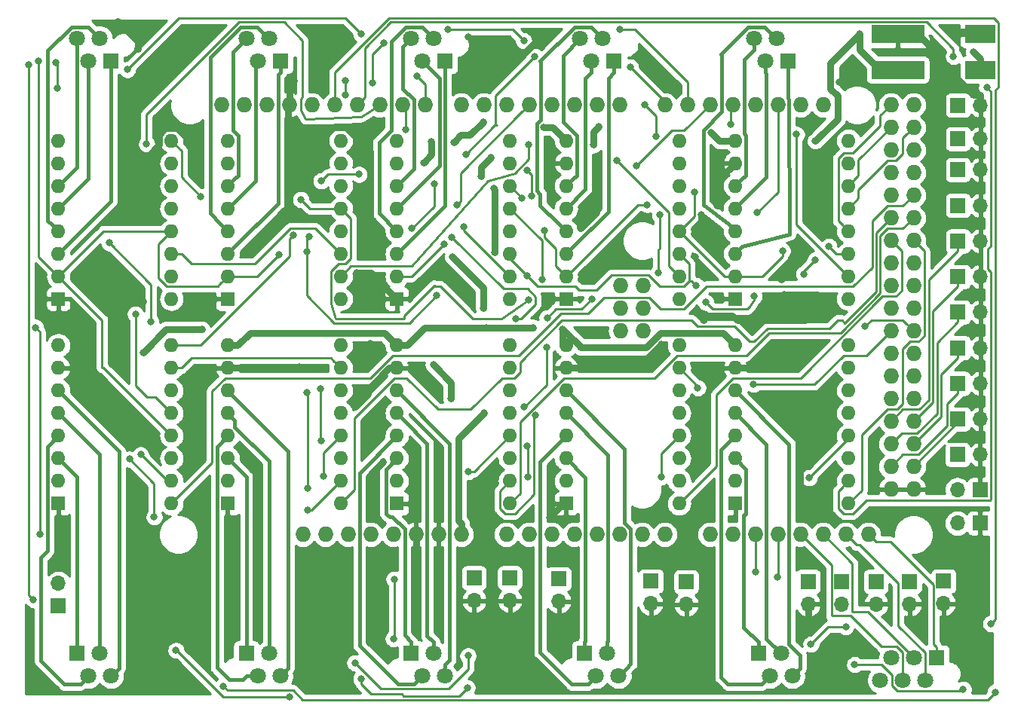
<source format=gbr>
G04 #@! TF.GenerationSoftware,KiCad,Pcbnew,5.1.2-f72e74a~84~ubuntu18.04.1*
G04 #@! TF.CreationDate,2019-06-28T13:57:40+02:00*
G04 #@! TF.ProjectId,shoulder_complex_control,73686f75-6c64-4657-925f-636f6d706c65,rev?*
G04 #@! TF.SameCoordinates,Original*
G04 #@! TF.FileFunction,Copper,L2,Bot*
G04 #@! TF.FilePolarity,Positive*
%FSLAX46Y46*%
G04 Gerber Fmt 4.6, Leading zero omitted, Abs format (unit mm)*
G04 Created by KiCad (PCBNEW 5.1.2-f72e74a~84~ubuntu18.04.1) date 2019-06-28 13:57:40*
%MOMM*%
%LPD*%
G04 APERTURE LIST*
%ADD10O,1.727200X1.727200*%
%ADD11O,1.600000X1.600000*%
%ADD12R,1.600000X1.600000*%
%ADD13R,1.800000X1.800000*%
%ADD14C,1.800000*%
%ADD15R,1.700000X1.700000*%
%ADD16O,1.700000X1.700000*%
%ADD17R,3.500000X2.000000*%
%ADD18R,6.000000X2.000000*%
%ADD19C,0.800000*%
%ADD20C,0.800000*%
%ADD21C,0.250000*%
%ADD22C,0.400000*%
%ADD23C,0.254000*%
G04 APERTURE END LIST*
D10*
X162127000Y-88100000D03*
X164667000Y-88100000D03*
X164667000Y-85560000D03*
X162127000Y-85560000D03*
X164667000Y-83020000D03*
X149300000Y-110960000D03*
X144220000Y-110960000D03*
X141680000Y-110960000D03*
X139140000Y-110960000D03*
X136600000Y-110960000D03*
X134060000Y-110960000D03*
X131520000Y-110960000D03*
X128980000Y-110960000D03*
X184860000Y-62700000D03*
X182320000Y-62700000D03*
X179780000Y-62700000D03*
X177240000Y-62700000D03*
X174700000Y-62700000D03*
X172160000Y-62700000D03*
X169620000Y-62700000D03*
X167080000Y-62700000D03*
X162000000Y-62700000D03*
X159460000Y-62700000D03*
X156920000Y-62700000D03*
X154380000Y-62700000D03*
X151840000Y-62700000D03*
X149300000Y-62700000D03*
X146760000Y-62700000D03*
X144220000Y-62700000D03*
X124916000Y-62700000D03*
X140156000Y-62700000D03*
X137616000Y-62700000D03*
X135076000Y-62700000D03*
X117296000Y-62700000D03*
X119836000Y-62700000D03*
X122376000Y-62700000D03*
X127456000Y-62700000D03*
X129996000Y-62700000D03*
X132536000Y-62700000D03*
X126440000Y-110960000D03*
X151840000Y-110960000D03*
X154380000Y-110960000D03*
X156920000Y-110960000D03*
X159460000Y-110960000D03*
X162000000Y-110960000D03*
X164540000Y-110960000D03*
X167080000Y-110960000D03*
X172160000Y-110960000D03*
X174700000Y-110960000D03*
X177240000Y-110960000D03*
X179780000Y-110960000D03*
X182320000Y-110960000D03*
X184860000Y-110960000D03*
X187400000Y-110960000D03*
X189940000Y-110960000D03*
X192480000Y-62700000D03*
X195020000Y-62700000D03*
X192480000Y-65240000D03*
X195020000Y-65240000D03*
X192480000Y-67780000D03*
X195020000Y-67780000D03*
X192480000Y-70320000D03*
X195020000Y-70320000D03*
X192480000Y-72860000D03*
X195020000Y-72860000D03*
X192480000Y-75400000D03*
X195020000Y-75400000D03*
X192480000Y-77940000D03*
X195020000Y-77940000D03*
X192480000Y-80480000D03*
X195020000Y-80480000D03*
X192480000Y-83020000D03*
X195020000Y-83020000D03*
X192480000Y-85560000D03*
X195020000Y-85560000D03*
X192480000Y-88100000D03*
X195020000Y-88100000D03*
X192480000Y-90640000D03*
X195020000Y-90640000D03*
X192480000Y-93180000D03*
X195020000Y-93180000D03*
X192480000Y-95720000D03*
X195020000Y-95720000D03*
X192480000Y-98260000D03*
X195020000Y-98260000D03*
X192480000Y-100800000D03*
X195020000Y-100800000D03*
X192480000Y-103340000D03*
X195020000Y-103340000D03*
X192480000Y-105880000D03*
X195020000Y-105880000D03*
X162127000Y-83020000D03*
D11*
X111700000Y-84500000D03*
X99000000Y-66720000D03*
X111700000Y-81960000D03*
X99000000Y-69260000D03*
X111700000Y-79420000D03*
X99000000Y-71800000D03*
X111700000Y-76880000D03*
X99000000Y-74340000D03*
X111700000Y-74340000D03*
X99000000Y-76880000D03*
X111700000Y-71800000D03*
X99000000Y-79420000D03*
X111700000Y-69260000D03*
X99000000Y-81960000D03*
X111700000Y-66720000D03*
D12*
X99000000Y-84500000D03*
X99000000Y-107500000D03*
D11*
X111700000Y-89720000D03*
X99000000Y-104960000D03*
X111700000Y-92260000D03*
X99000000Y-102420000D03*
X111700000Y-94800000D03*
X99000000Y-99880000D03*
X111700000Y-97340000D03*
X99000000Y-97340000D03*
X111700000Y-99880000D03*
X99000000Y-94800000D03*
X111700000Y-102420000D03*
X99000000Y-92260000D03*
X111700000Y-104960000D03*
X99000000Y-89720000D03*
X111700000Y-107500000D03*
X130700000Y-84500000D03*
X118000000Y-66720000D03*
X130700000Y-81960000D03*
X118000000Y-69260000D03*
X130700000Y-79420000D03*
X118000000Y-71800000D03*
X130700000Y-76880000D03*
X118000000Y-74340000D03*
X130700000Y-74340000D03*
X118000000Y-76880000D03*
X130700000Y-71800000D03*
X118000000Y-79420000D03*
X130700000Y-69260000D03*
X118000000Y-81960000D03*
X130700000Y-66720000D03*
D12*
X118000000Y-84500000D03*
X118000000Y-107500000D03*
D11*
X130700000Y-89720000D03*
X118000000Y-104960000D03*
X130700000Y-92260000D03*
X118000000Y-102420000D03*
X130700000Y-94800000D03*
X118000000Y-99880000D03*
X130700000Y-97340000D03*
X118000000Y-97340000D03*
X130700000Y-99880000D03*
X118000000Y-94800000D03*
X130700000Y-102420000D03*
X118000000Y-92260000D03*
X130700000Y-104960000D03*
X118000000Y-89720000D03*
X130700000Y-107500000D03*
D12*
X137000000Y-84500000D03*
D11*
X149700000Y-66720000D03*
X137000000Y-81960000D03*
X149700000Y-69260000D03*
X137000000Y-79420000D03*
X149700000Y-71800000D03*
X137000000Y-76880000D03*
X149700000Y-74340000D03*
X137000000Y-74340000D03*
X149700000Y-76880000D03*
X137000000Y-71800000D03*
X149700000Y-79420000D03*
X137000000Y-69260000D03*
X149700000Y-81960000D03*
X137000000Y-66720000D03*
X149700000Y-84500000D03*
X149700000Y-107500000D03*
X137000000Y-89720000D03*
X149700000Y-104960000D03*
X137000000Y-92260000D03*
X149700000Y-102420000D03*
X137000000Y-94800000D03*
X149700000Y-99880000D03*
X137000000Y-97340000D03*
X149700000Y-97340000D03*
X137000000Y-99880000D03*
X149700000Y-94800000D03*
X137000000Y-102420000D03*
X149700000Y-92260000D03*
X137000000Y-104960000D03*
X149700000Y-89720000D03*
D12*
X137000000Y-107500000D03*
D11*
X168700000Y-84500000D03*
X156000000Y-66720000D03*
X168700000Y-81960000D03*
X156000000Y-69260000D03*
X168700000Y-79420000D03*
X156000000Y-71800000D03*
X168700000Y-76880000D03*
X156000000Y-74340000D03*
X168700000Y-74340000D03*
X156000000Y-76880000D03*
X168700000Y-71800000D03*
X156000000Y-79420000D03*
X168700000Y-69260000D03*
X156000000Y-81960000D03*
X168700000Y-66720000D03*
D12*
X156000000Y-84500000D03*
X156000000Y-107500000D03*
D11*
X168700000Y-89720000D03*
X156000000Y-104960000D03*
X168700000Y-92260000D03*
X156000000Y-102420000D03*
X168700000Y-94800000D03*
X156000000Y-99880000D03*
X168700000Y-97340000D03*
X156000000Y-97340000D03*
X168700000Y-99880000D03*
X156000000Y-94800000D03*
X168700000Y-102420000D03*
X156000000Y-92260000D03*
X168700000Y-104960000D03*
X156000000Y-89720000D03*
X168700000Y-107500000D03*
X187700000Y-84500000D03*
X175000000Y-66720000D03*
X187700000Y-81960000D03*
X175000000Y-69260000D03*
X187700000Y-79420000D03*
X175000000Y-71800000D03*
X187700000Y-76880000D03*
X175000000Y-74340000D03*
X187700000Y-74340000D03*
X175000000Y-76880000D03*
X187700000Y-71800000D03*
X175000000Y-79420000D03*
X187700000Y-69260000D03*
X175000000Y-81960000D03*
X187700000Y-66720000D03*
D12*
X175000000Y-84500000D03*
X175000000Y-107500000D03*
D11*
X187700000Y-89720000D03*
X175000000Y-104960000D03*
X187700000Y-92260000D03*
X175000000Y-102420000D03*
X187700000Y-94800000D03*
X175000000Y-99880000D03*
X187700000Y-97340000D03*
X175000000Y-97340000D03*
X187700000Y-99880000D03*
X175000000Y-94800000D03*
X187700000Y-102420000D03*
X175000000Y-92260000D03*
X187700000Y-104960000D03*
X175000000Y-89720000D03*
X187700000Y-107500000D03*
D13*
X104905000Y-57770000D03*
D14*
X103635000Y-55230000D03*
X102365000Y-57770000D03*
X101095000Y-55230000D03*
D13*
X101095000Y-124331200D03*
D14*
X102365000Y-126871200D03*
X103635000Y-124331200D03*
X104905000Y-126871200D03*
X191250000Y-127341200D03*
X192520000Y-124801200D03*
D13*
X197600000Y-124801200D03*
D14*
X196330000Y-127341200D03*
X195060000Y-124801200D03*
X193790000Y-127341200D03*
X120095000Y-55230000D03*
X121365000Y-57770000D03*
X122635000Y-55230000D03*
D13*
X123905000Y-57770000D03*
D14*
X123905000Y-126871200D03*
X122635000Y-124331200D03*
X121365000Y-126871200D03*
D13*
X120095000Y-124331200D03*
D15*
X99000000Y-119000000D03*
D16*
X99000000Y-116460000D03*
D14*
X138595000Y-55230000D03*
X139865000Y-57770000D03*
X141135000Y-55230000D03*
D13*
X142405000Y-57770000D03*
D14*
X142405000Y-126871200D03*
X141135000Y-124331200D03*
X139865000Y-126871200D03*
D13*
X138595000Y-124331200D03*
X161405000Y-57770000D03*
D14*
X160135000Y-55230000D03*
X158865000Y-57770000D03*
X157595000Y-55230000D03*
D13*
X158095000Y-124331200D03*
D14*
X159365000Y-126871200D03*
X160635000Y-124331200D03*
X161905000Y-126871200D03*
X177095000Y-55230000D03*
X178365000Y-57770000D03*
X179635000Y-55230000D03*
D13*
X180905000Y-57770000D03*
X177595000Y-124331200D03*
D14*
X178865000Y-126871200D03*
X180135000Y-124331200D03*
X181405000Y-126871200D03*
D16*
X202489200Y-102004200D03*
D15*
X199949200Y-102004200D03*
D16*
X199948800Y-105943400D03*
D15*
X202488800Y-105943400D03*
X202488800Y-109702600D03*
D16*
X199948800Y-109702600D03*
X145669000Y-118389400D03*
D15*
X145669000Y-115849400D03*
X200000000Y-62750000D03*
D16*
X202540000Y-62750000D03*
D15*
X149682200Y-115849400D03*
D16*
X149682200Y-118389400D03*
X202540000Y-66500000D03*
D15*
X200000000Y-66500000D03*
D16*
X155194000Y-118491000D03*
D15*
X155194000Y-115951000D03*
X200000000Y-70000000D03*
D16*
X202540000Y-70000000D03*
D15*
X165531800Y-116205000D03*
D16*
X165531800Y-118745000D03*
X202540000Y-74000000D03*
D15*
X200000000Y-74000000D03*
X169494200Y-116306600D03*
D16*
X169494200Y-118846600D03*
X202540000Y-78000000D03*
D15*
X200000000Y-78000000D03*
D16*
X183184800Y-118795800D03*
D15*
X183184800Y-116255800D03*
X200000000Y-82000000D03*
D16*
X202540000Y-82000000D03*
D15*
X186969400Y-116306600D03*
D16*
X186969400Y-118846600D03*
X202540000Y-86000000D03*
D15*
X200000000Y-86000000D03*
D16*
X190804800Y-118795800D03*
D15*
X190804800Y-116255800D03*
X200000000Y-90000000D03*
D16*
X202540000Y-90000000D03*
D15*
X194564000Y-116255800D03*
D16*
X194564000Y-118795800D03*
X202540000Y-94000000D03*
D15*
X200000000Y-94000000D03*
D16*
X198399400Y-118745000D03*
D15*
X198399400Y-116205000D03*
X200000000Y-98000000D03*
D16*
X202540000Y-98000000D03*
D17*
X202500000Y-58750000D03*
D18*
X193250000Y-58750000D03*
X193250000Y-54750000D03*
D17*
X202500000Y-54750000D03*
D19*
X108500000Y-90500000D03*
X115100000Y-87900000D03*
X152300000Y-87700000D03*
X155600000Y-87869999D03*
X147050000Y-87700000D03*
X146750000Y-85500000D03*
X143250000Y-79750000D03*
X148007653Y-79242347D03*
X147900000Y-72100000D03*
X146500000Y-70700000D03*
X147600000Y-68600000D03*
X145100000Y-66100000D03*
X143400000Y-66900000D03*
X140900000Y-66800000D03*
X140000000Y-69200000D03*
X146700000Y-64600000D03*
X153500000Y-65200000D03*
X159100000Y-67200000D03*
X159700000Y-65100000D03*
X172300000Y-65800000D03*
X146800000Y-97300000D03*
X143100000Y-95700000D03*
X141100000Y-91900000D03*
X184000000Y-66750000D03*
X189000000Y-54750000D03*
X201750000Y-56750000D03*
X106500000Y-67000000D03*
X114750000Y-69250000D03*
X124750000Y-69250000D03*
X134000000Y-69250000D03*
X103750000Y-84750000D03*
X108500000Y-84750000D03*
X133000000Y-79500000D03*
X132500000Y-81559999D03*
X125501699Y-59952148D03*
X112500000Y-58500000D03*
X186700000Y-60100000D03*
X167200000Y-60400000D03*
X171800000Y-81800000D03*
X173000000Y-74000000D03*
X171200000Y-75000000D03*
X172500000Y-79200000D03*
X170500000Y-79800000D03*
X113000000Y-127400000D03*
X150200000Y-126000000D03*
X150200000Y-121600000D03*
X154143198Y-109041505D03*
X107900000Y-56400000D03*
X132300000Y-96650001D03*
X134100000Y-97600000D03*
X133800000Y-101100000D03*
X135434316Y-102820001D03*
X134100000Y-108100000D03*
X134000000Y-89500000D03*
X149600000Y-57700000D03*
X154000000Y-55300000D03*
X180500000Y-84000000D03*
X184600000Y-84400000D03*
X184300000Y-69600000D03*
X184800000Y-77605000D03*
X182200000Y-79500000D03*
X180200000Y-82300000D03*
X203400000Y-124700000D03*
X182200000Y-121700000D03*
X169900000Y-127000000D03*
X186500000Y-125500000D03*
X131300000Y-127200000D03*
X121300000Y-107700000D03*
X121400000Y-115600000D03*
X110000000Y-115900000D03*
X107100000Y-115900000D03*
X182200000Y-89500000D03*
X182900000Y-86900000D03*
X166723672Y-89623672D03*
X126100000Y-92100000D03*
X159800000Y-88100000D03*
X171400000Y-86869989D03*
X159400000Y-69600000D03*
X157600000Y-76600000D03*
X160800000Y-79200000D03*
X158700000Y-82500000D03*
X130500000Y-56700000D03*
X131200000Y-54400000D03*
X145000000Y-55100000D03*
X139184999Y-117700000D03*
X135000000Y-117600000D03*
X134000000Y-91225000D03*
X196500000Y-60750000D03*
X179440000Y-92260000D03*
X181000000Y-95200001D03*
X182750000Y-107500000D03*
X197750000Y-57000000D03*
X199250000Y-54500000D03*
X151663400Y-81915000D03*
X185496200Y-78613000D03*
X170600000Y-83000000D03*
X171700000Y-84900001D03*
X177100000Y-84200000D03*
X182700000Y-81700000D03*
X183999201Y-80109999D03*
X128400000Y-94600000D03*
X128500000Y-100400000D03*
X183300000Y-104600000D03*
X166700000Y-104500000D03*
X151700000Y-104500000D03*
X151600000Y-101000000D03*
X145000000Y-103900000D03*
X128800000Y-104400000D03*
X123800000Y-79500000D03*
X126900000Y-79200000D03*
X127200000Y-77500000D03*
X132300000Y-125400000D03*
X145000000Y-124600000D03*
X183500000Y-123300000D03*
X187400000Y-121375000D03*
X153293653Y-82360001D03*
X166344600Y-81584800D03*
X166522400Y-75029999D03*
X151815800Y-84582000D03*
X126212600Y-73329800D03*
X107645200Y-86207600D03*
X151033354Y-73156954D03*
X164871400Y-62636400D03*
X166141400Y-66268600D03*
X170800000Y-94500000D03*
X115000000Y-73000000D03*
X128500000Y-71250000D03*
X132750000Y-70500000D03*
X144750000Y-68250000D03*
X152500000Y-57250000D03*
X163212347Y-58462347D03*
X177444400Y-74803000D03*
X125374400Y-77317600D03*
X108250000Y-102000000D03*
X151815800Y-67183000D03*
X162000000Y-54250000D03*
X151250000Y-55500000D03*
X142750000Y-54250000D03*
X135500000Y-55750000D03*
X134250000Y-60250000D03*
X131250000Y-60000000D03*
X131246199Y-61607044D03*
X177063400Y-94110001D03*
X127000000Y-108250000D03*
X109750000Y-109000000D03*
X107000000Y-102500000D03*
X106750000Y-58724990D03*
X133000000Y-54750000D03*
X139250000Y-59500000D03*
X163931600Y-69545200D03*
X152095200Y-72948800D03*
X151663400Y-70078600D03*
X144551400Y-76428600D03*
X143764000Y-73939400D03*
X152600000Y-97600000D03*
X151300000Y-96650001D03*
X153800000Y-89900000D03*
X150400000Y-86700000D03*
X143200000Y-77569999D03*
X138694314Y-76594314D03*
X141200000Y-71600000D03*
X138000000Y-65500000D03*
X189585600Y-87604600D03*
X161671000Y-68910200D03*
X174447200Y-64871600D03*
X127000000Y-105800000D03*
X126900000Y-95000000D03*
X109400000Y-87100000D03*
X104700000Y-78200000D03*
X108900000Y-67100000D03*
X181889400Y-66014600D03*
X204200000Y-128700000D03*
X117500000Y-128000000D03*
X125000000Y-129200000D03*
X112200000Y-124000000D03*
X144900000Y-128200000D03*
X133000000Y-127200000D03*
X188400000Y-125600000D03*
X200600000Y-128375000D03*
X203700000Y-121000000D03*
X177300000Y-115200000D03*
X179700000Y-115800000D03*
X180300000Y-79100000D03*
X165100000Y-73900000D03*
X170400000Y-72489999D03*
X153600000Y-76800000D03*
X142300000Y-78299990D03*
X141500000Y-84100000D03*
X96800000Y-57800000D03*
X153884148Y-86635547D03*
X158900000Y-84500000D03*
X199500000Y-57250000D03*
X203250000Y-60750000D03*
X98922601Y-60774999D03*
X98700000Y-57900000D03*
X95700000Y-58200000D03*
X96200000Y-118300000D03*
X96432590Y-87700000D03*
X96900000Y-110900000D03*
X136700000Y-116000000D03*
X136600000Y-122700000D03*
D20*
X108500000Y-90500000D02*
X111100000Y-87900000D01*
X111100000Y-87900000D02*
X115100000Y-87900000D01*
X136200001Y-88920001D02*
X137000000Y-89720000D01*
X135599999Y-88319999D02*
X136200001Y-88920001D01*
X120531371Y-88319999D02*
X135599999Y-88319999D01*
X119131370Y-89720000D02*
X120531371Y-88319999D01*
X118000000Y-89720000D02*
X119131370Y-89720000D01*
X138131370Y-89720000D02*
X140151370Y-87700000D01*
X137000000Y-89720000D02*
X138131370Y-89720000D01*
X155600000Y-89320000D02*
X156000000Y-89720000D01*
X155600000Y-87869999D02*
X155600000Y-89320000D01*
X155600000Y-87869999D02*
X157430001Y-89700000D01*
X166613131Y-88319999D02*
X165033130Y-89900000D01*
X175000000Y-89720000D02*
X173599999Y-88319999D01*
X173599999Y-88319999D02*
X166613131Y-88319999D01*
X157630001Y-89900000D02*
X157430001Y-89700000D01*
X165033130Y-89900000D02*
X157630001Y-89900000D01*
X147050000Y-87700000D02*
X152300000Y-87700000D01*
X140151370Y-87700000D02*
X147050000Y-87700000D01*
X146750000Y-85500000D02*
X146750000Y-83250000D01*
X146750000Y-83250000D02*
X143250000Y-79750000D01*
X148007653Y-79242347D02*
X148007653Y-72207653D01*
X148007653Y-72207653D02*
X147900000Y-72100000D01*
X146500000Y-70700000D02*
X146500000Y-69700000D01*
X146500000Y-69700000D02*
X147600000Y-68600000D01*
X145100000Y-66100000D02*
X144200000Y-66100000D01*
X144200000Y-66100000D02*
X143400000Y-66900000D01*
X140900000Y-66800000D02*
X140900000Y-68300000D01*
X140900000Y-68300000D02*
X140000000Y-69200000D01*
X145100000Y-66100000D02*
X145200000Y-66100000D01*
X145200000Y-66100000D02*
X146700000Y-64600000D01*
X154480000Y-65200000D02*
X156000000Y-66720000D01*
X153500000Y-65200000D02*
X154480000Y-65200000D01*
X159100000Y-67200000D02*
X159100000Y-65700000D01*
X159100000Y-65700000D02*
X159700000Y-65100000D01*
X173220000Y-66720000D02*
X172300000Y-65800000D01*
X175000000Y-66720000D02*
X173220000Y-66720000D01*
X144220000Y-109738686D02*
X143900000Y-109418686D01*
X144220000Y-110960000D02*
X144220000Y-109738686D01*
X143900000Y-109418686D02*
X143900000Y-100200000D01*
X143900000Y-100200000D02*
X146800000Y-97300000D01*
X143100000Y-95700000D02*
X143100000Y-93900000D01*
X143100000Y-93900000D02*
X141100000Y-91900000D01*
X186469999Y-64280001D02*
X186469999Y-61643999D01*
X184000000Y-66750000D02*
X186469999Y-64280001D01*
X185699999Y-58050001D02*
X189000000Y-54750000D01*
X186469999Y-61643999D02*
X185699999Y-60873999D01*
X185699999Y-60873999D02*
X185699999Y-58050001D01*
X202500000Y-58750000D02*
X202500000Y-57500000D01*
X202500000Y-57500000D02*
X201750000Y-56750000D01*
X189000000Y-55315685D02*
X189000000Y-54750000D01*
X189000000Y-56500000D02*
X189000000Y-55315685D01*
X191250000Y-58750000D02*
X189000000Y-56500000D01*
X193250000Y-58750000D02*
X191250000Y-58750000D01*
X114750000Y-67697998D02*
X114750000Y-69250000D01*
X112372001Y-65319999D02*
X114750000Y-67697998D01*
X106500000Y-67565685D02*
X107934315Y-69000000D01*
X106500000Y-67000000D02*
X106500000Y-67565685D01*
X110299999Y-67200001D02*
X110299999Y-66047999D01*
X107934315Y-69000000D02*
X108500000Y-69000000D01*
X108500000Y-69000000D02*
X110299999Y-67200001D01*
X111027999Y-65319999D02*
X112372001Y-65319999D01*
X110299999Y-66047999D02*
X111027999Y-65319999D01*
X124750000Y-62866000D02*
X124916000Y-62700000D01*
X134000000Y-67947998D02*
X134000000Y-69250000D01*
X131302002Y-65250000D02*
X134000000Y-67947998D01*
X124750000Y-65250000D02*
X131302002Y-65250000D01*
X124750000Y-65250000D02*
X124750000Y-62866000D01*
X124750000Y-69250000D02*
X124750000Y-65250000D01*
X103750000Y-84750000D02*
X108500000Y-84750000D01*
X134000000Y-69250000D02*
X134000000Y-78500000D01*
X134000000Y-78500000D02*
X133000000Y-79500000D01*
X134059999Y-81559999D02*
X137000000Y-84500000D01*
X132500000Y-81559999D02*
X134059999Y-81559999D01*
X124916000Y-62700000D02*
X124916000Y-60537847D01*
X124916000Y-60537847D02*
X125501699Y-59952148D01*
X106500000Y-67000000D02*
X106500000Y-64500000D01*
X106500000Y-64500000D02*
X112500000Y-58500000D01*
X175000000Y-69260000D02*
X173000000Y-71260000D01*
X173000000Y-71260000D02*
X173000000Y-74000000D01*
X171200000Y-75000000D02*
X171200000Y-77900000D01*
X171200000Y-77900000D02*
X172500000Y-79200000D01*
X150200000Y-126000000D02*
X150200000Y-121600000D01*
X156000000Y-107500000D02*
X155684703Y-107500000D01*
X155684703Y-107500000D02*
X154143198Y-109041505D01*
X107900000Y-55566924D02*
X105633076Y-53300000D01*
X107900000Y-56400000D02*
X107900000Y-55566924D01*
X136165318Y-92260000D02*
X133725318Y-94700000D01*
X137000000Y-92260000D02*
X136165318Y-92260000D01*
X133725318Y-94700000D02*
X133725318Y-95224683D01*
X133725318Y-95224683D02*
X132300000Y-96650001D01*
X134100000Y-97600000D02*
X134100000Y-100800000D01*
X134100000Y-100800000D02*
X133800000Y-101100000D01*
X135434316Y-102820001D02*
X134100000Y-104154317D01*
X134100000Y-104154317D02*
X134100000Y-108100000D01*
X152930002Y-55300000D02*
X154000000Y-55300000D01*
X149600000Y-57700000D02*
X150530002Y-57700000D01*
X150530002Y-57700000D02*
X152930002Y-55300000D01*
X180500000Y-84000000D02*
X184200000Y-84000000D01*
X184200000Y-84000000D02*
X184600000Y-84400000D01*
X184300000Y-69600000D02*
X184800000Y-70100000D01*
X184800000Y-70100000D02*
X184800000Y-77605000D01*
X182200000Y-79500000D02*
X182200000Y-80300000D01*
X182200000Y-80300000D02*
X180200000Y-82300000D01*
X183184800Y-118795800D02*
X183184800Y-120715200D01*
X183184800Y-120715200D02*
X182200000Y-121700000D01*
X121300000Y-107700000D02*
X121300000Y-115500000D01*
X121300000Y-115500000D02*
X121400000Y-115600000D01*
X110000000Y-115900000D02*
X107100000Y-115900000D01*
X175000000Y-92260000D02*
X179440000Y-92260000D01*
X179440000Y-92260000D02*
X182200000Y-89500000D01*
X184600000Y-84400000D02*
X184600000Y-85200000D01*
X184600000Y-85200000D02*
X182900000Y-86900000D01*
X156000000Y-92260000D02*
X164087344Y-92260000D01*
X164087344Y-92260000D02*
X166723672Y-89623672D01*
X174675329Y-86350011D02*
X171550011Y-86350011D01*
X182900000Y-86900000D02*
X175225318Y-86900000D01*
X175225318Y-86900000D02*
X174675329Y-86350011D01*
X118000000Y-92260000D02*
X125940000Y-92260000D01*
X125940000Y-92260000D02*
X126100000Y-92100000D01*
X171550011Y-86350011D02*
X171550011Y-86719978D01*
X171550011Y-86719978D02*
X171400000Y-86869989D01*
X159400000Y-69600000D02*
X159400000Y-74800000D01*
X159400000Y-74800000D02*
X157600000Y-76600000D01*
X160800000Y-79200000D02*
X160800000Y-80400000D01*
X160800000Y-80400000D02*
X158700000Y-82500000D01*
X130500000Y-56700000D02*
X130500000Y-55100000D01*
X130500000Y-55100000D02*
X131200000Y-54400000D01*
X139140000Y-110960000D02*
X139140000Y-117655001D01*
X139140000Y-117655001D02*
X139184999Y-117700000D01*
X134000000Y-89500000D02*
X134000000Y-91225000D01*
X202540000Y-61540000D02*
X202540000Y-62500000D01*
X182299999Y-107049999D02*
X182750000Y-107500000D01*
X181000000Y-95200001D02*
X182299999Y-96500000D01*
X182299999Y-96500000D02*
X182299999Y-107049999D01*
X197750000Y-57580002D02*
X197750000Y-57000000D01*
X202540000Y-61540000D02*
X201709998Y-61540000D01*
X201709998Y-61540000D02*
X197750000Y-57580002D01*
X199250000Y-54500000D02*
X202500000Y-54500000D01*
X195250000Y-54500000D02*
X193250000Y-54500000D01*
X197750000Y-57000000D02*
X195250000Y-54500000D01*
D21*
X129900001Y-78620001D02*
X130700000Y-79420000D01*
X127872599Y-76592599D02*
X129900001Y-78620001D01*
X125026399Y-76592599D02*
X127872599Y-76592599D01*
X121073997Y-80545001D02*
X125026399Y-76592599D01*
X113956371Y-80545001D02*
X121073997Y-80545001D01*
X112831370Y-79420000D02*
X113956371Y-80545001D01*
X111700000Y-79420000D02*
X112831370Y-79420000D01*
X149700000Y-79951600D02*
X149700000Y-79420000D01*
X151663400Y-81915000D02*
X149700000Y-79951600D01*
X169825001Y-80545001D02*
X169825001Y-82500001D01*
X187700000Y-79420000D02*
X186303200Y-79420000D01*
X186303200Y-79420000D02*
X185496200Y-78613000D01*
X169825001Y-80545001D02*
X169499999Y-80219999D01*
X169499999Y-80219999D02*
X168700000Y-79420000D01*
X169825001Y-82500001D02*
X170100001Y-82500001D01*
X170100001Y-82500001D02*
X170600000Y-83000000D01*
X182700000Y-81700000D02*
X182700000Y-81409200D01*
X182700000Y-81409200D02*
X183999201Y-80109999D01*
X177100000Y-84585002D02*
X177100000Y-84200000D01*
X128400000Y-94600000D02*
X128400000Y-100300000D01*
X128400000Y-100300000D02*
X128500000Y-100400000D01*
X176374999Y-85625001D02*
X176614669Y-85385331D01*
X171700000Y-84900001D02*
X172425000Y-85625001D01*
X172425000Y-85625001D02*
X176374999Y-85625001D01*
X176614669Y-85385331D02*
X177100000Y-84585002D01*
X166491131Y-83085001D02*
X169240001Y-83085001D01*
X151663400Y-81915000D02*
X152833401Y-83085001D01*
X161068601Y-81831399D02*
X165237529Y-81831399D01*
X165237529Y-81831399D02*
X166491131Y-83085001D01*
X157500000Y-83500000D02*
X159400000Y-83500000D01*
X169240001Y-83085001D02*
X169825001Y-82500001D01*
X152833401Y-83085001D02*
X157085001Y-83085001D01*
X157085001Y-83085001D02*
X157500000Y-83500000D01*
X159400000Y-83500000D02*
X161068601Y-81831399D01*
D22*
X99799999Y-71000001D02*
X99000000Y-71800000D01*
X101064999Y-69735001D02*
X99799999Y-71000001D01*
X101064999Y-56532793D02*
X101064999Y-69735001D01*
X101095000Y-56502792D02*
X101064999Y-56532793D01*
X101095000Y-55230000D02*
X101095000Y-56502792D01*
D21*
X187700000Y-100200000D02*
X187700000Y-99880000D01*
X183300000Y-104600000D02*
X187700000Y-100200000D01*
X166700000Y-101880000D02*
X168700000Y-99880000D01*
X166700000Y-104500000D02*
X166700000Y-101880000D01*
X151700000Y-104500000D02*
X151700000Y-101100000D01*
X149700000Y-99880000D02*
X145680000Y-103900000D01*
X145680000Y-103900000D02*
X145000000Y-103900000D01*
X128800000Y-101780000D02*
X130980000Y-99600000D01*
X128800000Y-104400000D02*
X128800000Y-101780000D01*
X130980000Y-99600000D02*
X130700000Y-99880000D01*
X104080000Y-76880000D02*
X111700000Y-76880000D01*
X99000000Y-81960000D02*
X104080000Y-76880000D01*
X117200001Y-82759999D02*
X118000000Y-81960000D01*
X110200000Y-82125002D02*
X111159999Y-83085001D01*
X110200000Y-78380000D02*
X110200000Y-82125002D01*
X116874999Y-83085001D02*
X117200001Y-82759999D01*
X111159999Y-83085001D02*
X116874999Y-83085001D01*
X111700000Y-76880000D02*
X110200000Y-78380000D01*
X118000000Y-81960000D02*
X121340000Y-81960000D01*
X121340000Y-81960000D02*
X123800000Y-79500000D01*
X126900000Y-79200000D02*
X126900000Y-77800000D01*
X126900000Y-77800000D02*
X127200000Y-77500000D01*
X145000000Y-126089202D02*
X145000000Y-124600000D01*
X142792993Y-128296209D02*
X145000000Y-126089202D01*
X132300000Y-125400000D02*
X135196209Y-128296209D01*
X135196209Y-128296209D02*
X142792993Y-128296209D01*
X183500000Y-123300000D02*
X185425000Y-121375000D01*
X185425000Y-121375000D02*
X187400000Y-121375000D01*
D22*
X102365000Y-70975000D02*
X99000000Y-74340000D01*
X102365000Y-57770000D02*
X102365000Y-70975000D01*
D21*
X194156401Y-66103599D02*
X195020000Y-65240000D01*
X193831399Y-66428601D02*
X194156401Y-66103599D01*
X193831399Y-68187731D02*
X193831399Y-66428601D01*
X193050529Y-68968601D02*
X193831399Y-68187731D01*
X192072269Y-68968601D02*
X193050529Y-68968601D01*
X188825001Y-72215869D02*
X192072269Y-68968601D01*
X188825001Y-73214999D02*
X188825001Y-72215869D01*
X187700000Y-74340000D02*
X188825001Y-73214999D01*
X149700000Y-74340000D02*
X153293653Y-77933653D01*
X153293653Y-77933653D02*
X153293653Y-82360001D01*
X166522400Y-78806602D02*
X166522400Y-75029999D01*
X166344600Y-81584800D02*
X166344600Y-78984402D01*
X166344600Y-78984402D02*
X166522400Y-78806602D01*
X127222800Y-74340000D02*
X130700000Y-74340000D01*
X126212600Y-73329800D02*
X127222800Y-74340000D01*
X107645200Y-86207600D02*
X107645200Y-94234000D01*
X107645200Y-94234000D02*
X108940600Y-95529400D01*
X109889400Y-95529400D02*
X111700000Y-97340000D01*
X108940600Y-95529400D02*
X109889400Y-95529400D01*
D22*
X98200001Y-76080001D02*
X99000000Y-76880000D01*
X97799999Y-75679999D02*
X98200001Y-76080001D01*
X97799999Y-56600999D02*
X97799999Y-75679999D01*
X100470999Y-53929999D02*
X97799999Y-56600999D01*
X102334999Y-53929999D02*
X100470999Y-53929999D01*
X103635000Y-55230000D02*
X102334999Y-53929999D01*
D21*
X188499999Y-71000001D02*
X187700000Y-71800000D01*
X188825001Y-70674999D02*
X188499999Y-71000001D01*
X188825001Y-68894999D02*
X188825001Y-70674999D01*
X192480000Y-65240000D02*
X188825001Y-68894999D01*
X151033354Y-73133354D02*
X149700000Y-71800000D01*
X151033354Y-73156954D02*
X151033354Y-73133354D01*
D22*
X104905000Y-73515000D02*
X99000000Y-79420000D01*
X104905000Y-57770000D02*
X104905000Y-73515000D01*
D21*
X164871400Y-62636400D02*
X166141400Y-63906400D01*
X166141400Y-63906400D02*
X166141400Y-66268600D01*
X129900001Y-91460001D02*
X130700000Y-92260000D01*
X129574999Y-91134999D02*
X129900001Y-91460001D01*
X113956371Y-91134999D02*
X129574999Y-91134999D01*
X112831370Y-92260000D02*
X113956371Y-91134999D01*
X111700000Y-92260000D02*
X112831370Y-92260000D01*
X170800000Y-94360000D02*
X170800000Y-94500000D01*
X168700000Y-92260000D02*
X170800000Y-94360000D01*
X112825001Y-70825001D02*
X115000000Y-73000000D01*
X111700000Y-66720000D02*
X112825001Y-67845001D01*
X112825001Y-67845001D02*
X112825001Y-70825001D01*
X128500000Y-71250000D02*
X129250000Y-70500000D01*
X130334998Y-70500000D02*
X132750000Y-70500000D01*
X129250000Y-70500000D02*
X130334998Y-70500000D01*
X144750000Y-68250000D02*
X148000000Y-65000000D01*
X148000000Y-65000000D02*
X148250000Y-65000000D01*
X148111399Y-61638601D02*
X152500000Y-57250000D01*
X148250000Y-65000000D02*
X148111399Y-64861399D01*
X148111399Y-64861399D02*
X148111399Y-61638601D01*
X167080000Y-62330000D02*
X167080000Y-62700000D01*
X163212347Y-58462347D02*
X167080000Y-62330000D01*
X179780000Y-62700000D02*
X179780000Y-72467400D01*
X179780000Y-72467400D02*
X177444400Y-74803000D01*
X112831370Y-89720000D02*
X111700000Y-89720000D01*
X124974401Y-79710601D02*
X114965002Y-89720000D01*
X124974401Y-77717599D02*
X124974401Y-79710601D01*
X114965002Y-89720000D02*
X112831370Y-89720000D01*
X125374400Y-77317600D02*
X124974401Y-77717599D01*
D22*
X101095000Y-104515000D02*
X99000000Y-102420000D01*
X101095000Y-114730000D02*
X101095000Y-104515000D01*
X101095000Y-114730000D02*
X101095000Y-124331200D01*
X103635000Y-101975000D02*
X99000000Y-97340000D01*
X103635000Y-114730000D02*
X103635000Y-101975000D01*
X103635000Y-114730000D02*
X103635000Y-124331200D01*
X105804999Y-125971201D02*
X104905000Y-126871200D01*
X99000000Y-94800000D02*
X105804999Y-101604999D01*
X105804999Y-101604999D02*
X105804999Y-125971201D01*
D21*
X111210000Y-104960000D02*
X111700000Y-104960000D01*
X108250000Y-102000000D02*
X111210000Y-104960000D01*
X134014999Y-93385001D02*
X136554999Y-90845001D01*
X117749997Y-93385001D02*
X134014999Y-93385001D01*
X116274989Y-94860009D02*
X117749997Y-93385001D01*
X116274989Y-102925011D02*
X116274989Y-94860009D01*
X111700000Y-107500000D02*
X116274989Y-102925011D01*
X136554999Y-90845001D02*
X150700000Y-90845001D01*
X155445001Y-86100000D02*
X150700000Y-90845001D01*
X165371399Y-84371399D02*
X160228601Y-84371399D01*
X171780001Y-83085001D02*
X169240001Y-85625001D01*
X160228601Y-84371399D02*
X158500000Y-86100000D01*
X188240001Y-83085001D02*
X171780001Y-83085001D01*
X190391379Y-80933623D02*
X188240001Y-83085001D01*
X190391379Y-75729491D02*
X190391379Y-80933623D01*
X166625001Y-85625001D02*
X165371399Y-84371399D01*
X169240001Y-85625001D02*
X166625001Y-85625001D01*
X192072269Y-74048601D02*
X190391379Y-75729491D01*
X193831399Y-74048601D02*
X192072269Y-74048601D01*
X195020000Y-72860000D02*
X193831399Y-74048601D01*
X158500000Y-86100000D02*
X155445001Y-86100000D01*
X158600000Y-86100000D02*
X158500000Y-86100000D01*
X150240001Y-70385001D02*
X151815800Y-68809202D01*
X147250000Y-71250000D02*
X150240001Y-70385001D01*
X130700000Y-81960000D02*
X131825001Y-80834999D01*
X151815800Y-68809202D02*
X151815800Y-67183000D01*
X138710001Y-80834999D02*
X147250000Y-71250000D01*
X131825001Y-80834999D02*
X138710001Y-80834999D01*
D22*
X118799999Y-71000001D02*
X118000000Y-71800000D01*
X119200001Y-70599999D02*
X118799999Y-71000001D01*
X118572399Y-65516397D02*
X119200001Y-66143999D01*
X118572399Y-56752601D02*
X118572399Y-65516397D01*
X119200001Y-66143999D02*
X119200001Y-70599999D01*
X120095000Y-55230000D02*
X118572399Y-56752601D01*
X121112399Y-71227601D02*
X121112399Y-57887601D01*
X118000000Y-74340000D02*
X121112399Y-71227601D01*
X121112399Y-57887601D02*
X121112399Y-63306529D01*
X117200001Y-76080001D02*
X118000000Y-76880000D01*
X116032399Y-74912399D02*
X117200001Y-76080001D01*
X116032399Y-57368599D02*
X116032399Y-74912399D01*
X119470999Y-53929999D02*
X116032399Y-57368599D01*
X121334999Y-53929999D02*
X119470999Y-53929999D01*
X122635000Y-55230000D02*
X121334999Y-53929999D01*
X118799999Y-78620001D02*
X118000000Y-79420000D01*
X123652399Y-59322601D02*
X123652399Y-73767601D01*
X123905000Y-59070000D02*
X123652399Y-59322601D01*
X123652399Y-73767601D02*
X118799999Y-78620001D01*
X123905000Y-57770000D02*
X123905000Y-59070000D01*
D21*
X163718004Y-54250000D02*
X162000000Y-54250000D01*
X169620000Y-62700000D02*
X169620000Y-60151996D01*
X169620000Y-60151996D02*
X163718004Y-54250000D01*
X151250000Y-55500000D02*
X150000000Y-54250000D01*
X150000000Y-54250000D02*
X142750000Y-54250000D01*
X135500000Y-55750000D02*
X134250000Y-57000000D01*
X134250000Y-57000000D02*
X134250000Y-60250000D01*
X131250000Y-60000000D02*
X131250000Y-61603243D01*
X131250000Y-61603243D02*
X131246199Y-61607044D01*
X183894999Y-94110001D02*
X177063400Y-94110001D01*
X187159999Y-90845001D02*
X183894999Y-94110001D01*
X192480000Y-88100000D02*
X189734999Y-90845001D01*
X189734999Y-90845001D02*
X187159999Y-90845001D01*
D22*
X120095000Y-104515000D02*
X118000000Y-102420000D01*
X120095000Y-114730000D02*
X120095000Y-104515000D01*
X120095000Y-114730000D02*
X120095000Y-124331200D01*
X119682157Y-127281251D02*
X120092208Y-126871200D01*
X116799999Y-125938275D02*
X118142975Y-127281251D01*
X118000000Y-99880000D02*
X116799999Y-101080001D01*
X120092208Y-126871200D02*
X121365000Y-126871200D01*
X118142975Y-127281251D02*
X119682157Y-127281251D01*
X116799999Y-101080001D02*
X116799999Y-125938275D01*
X118799999Y-98903997D02*
X122635000Y-102738998D01*
X122635000Y-123058408D02*
X122635000Y-124331200D01*
X122635000Y-102738998D02*
X122635000Y-113457208D01*
X118799999Y-98139999D02*
X118799999Y-98903997D01*
X118000000Y-97340000D02*
X118799999Y-98139999D01*
X122635000Y-113457208D02*
X122635000Y-124331200D01*
X118799999Y-95599999D02*
X118000000Y-94800000D01*
X124804999Y-101604999D02*
X118799999Y-95599999D01*
X124804999Y-116128800D02*
X124804999Y-125971201D01*
X124804999Y-116128800D02*
X124804999Y-101604999D01*
X124804999Y-125971201D02*
X123905000Y-126871200D01*
X124804999Y-116370001D02*
X124804999Y-116128800D01*
D21*
X130700000Y-104960000D02*
X127410000Y-108250000D01*
X127410000Y-108250000D02*
X127000000Y-108250000D01*
X109750000Y-109000000D02*
X109750000Y-105250000D01*
X109750000Y-105250000D02*
X107000000Y-102500000D01*
X131204980Y-52954980D02*
X133000000Y-54750000D01*
X106750000Y-58724990D02*
X112520010Y-52954980D01*
X112520010Y-52954980D02*
X131204980Y-52954980D01*
X140156000Y-60406000D02*
X140156000Y-62700000D01*
X139250000Y-59500000D02*
X140156000Y-60406000D01*
X167881801Y-65594999D02*
X163931600Y-69545200D01*
X172160000Y-62700000D02*
X169265001Y-65594999D01*
X169265001Y-65594999D02*
X167881801Y-65594999D01*
X152095200Y-72948800D02*
X152095200Y-70510400D01*
X152095200Y-70510400D02*
X151663400Y-70078600D01*
D22*
X142405000Y-74015000D02*
X137000000Y-79420000D01*
X142405000Y-57770000D02*
X142405000Y-74015000D01*
X136352399Y-65591599D02*
X135000000Y-66943998D01*
X136352399Y-55548599D02*
X136352399Y-65591599D01*
X137970999Y-53929999D02*
X136352399Y-55548599D01*
X141135000Y-55230000D02*
X139834999Y-53929999D01*
X139834999Y-53929999D02*
X137970999Y-53929999D01*
X135000000Y-74880000D02*
X137000000Y-76880000D01*
X135000000Y-66943998D02*
X135000000Y-74880000D01*
X141804990Y-69535010D02*
X137000000Y-74340000D01*
X139865000Y-57770000D02*
X141804990Y-59709990D01*
X141804990Y-59709990D02*
X141804990Y-69535010D01*
X137799999Y-71000001D02*
X137000000Y-71800000D01*
X138892399Y-62093471D02*
X138892399Y-69907601D01*
X137695001Y-60896073D02*
X138892399Y-62093471D01*
X138892399Y-69907601D02*
X137799999Y-71000001D01*
X137695001Y-56129999D02*
X137695001Y-60896073D01*
X138595000Y-55230000D02*
X137695001Y-56129999D01*
D21*
X149700000Y-81960000D02*
X144551400Y-76811400D01*
X144551400Y-76811400D02*
X144551400Y-76428600D01*
X144163999Y-73539401D02*
X144163999Y-70376001D01*
X150976401Y-63563599D02*
X151840000Y-62700000D01*
X144163999Y-70376001D02*
X150976401Y-63563599D01*
X143764000Y-73939400D02*
X144163999Y-73539401D01*
X152425001Y-97774999D02*
X152600000Y-97600000D01*
X148574999Y-106085001D02*
X148574999Y-108040001D01*
X149700000Y-104960000D02*
X148574999Y-106085001D01*
X148574999Y-108040001D02*
X149159999Y-108625001D01*
X149159999Y-108625001D02*
X150240001Y-108625001D01*
X152425001Y-106440001D02*
X152425001Y-97774999D01*
X150240001Y-108625001D02*
X152425001Y-106440001D01*
X151300000Y-96650001D02*
X153800000Y-94150001D01*
X153800000Y-94150001D02*
X153800000Y-89900000D01*
X150965685Y-86700000D02*
X152540801Y-85124884D01*
X150400000Y-86700000D02*
X150965685Y-86700000D01*
X152540801Y-85124884D02*
X152540801Y-84233999D01*
X152540801Y-84233999D02*
X151681801Y-83374999D01*
X151681801Y-83374999D02*
X149005000Y-83374999D01*
X149005000Y-83374999D02*
X143200000Y-77569999D01*
X138694314Y-76594314D02*
X141200000Y-74088628D01*
X141200000Y-74088628D02*
X141200000Y-71600000D01*
X138000000Y-63084000D02*
X137616000Y-62700000D01*
X138000000Y-65500000D02*
X138000000Y-63084000D01*
D22*
X142405000Y-125598408D02*
X142405000Y-126871200D01*
X142943601Y-125059807D02*
X142405000Y-125598408D01*
X137000000Y-94800000D02*
X142943601Y-100743601D01*
X142943601Y-100743601D02*
X142943601Y-125059807D01*
X137799999Y-98139999D02*
X137000000Y-97340000D01*
X140403601Y-100743601D02*
X137799999Y-98139999D01*
X140403601Y-122327009D02*
X140403601Y-100743601D01*
X141135000Y-124331200D02*
X141135000Y-123058408D01*
X141135000Y-123058408D02*
X140403601Y-122327009D01*
X137132923Y-127771199D02*
X138965001Y-127771199D01*
X132796399Y-123434675D02*
X137132923Y-127771199D01*
X137000000Y-99880000D02*
X132796399Y-104083601D01*
X138965001Y-127771199D02*
X139865000Y-126871200D01*
X132796399Y-104083601D02*
X132796399Y-123434675D01*
X138595000Y-123031200D02*
X138595000Y-124331200D01*
X137876399Y-122312599D02*
X138595000Y-123031200D01*
X135799999Y-103620001D02*
X135799999Y-108620001D01*
X137000000Y-102420000D02*
X135799999Y-103620001D01*
X135799999Y-108620001D02*
X136179998Y-109000000D01*
X136510130Y-109000000D02*
X137876399Y-110366269D01*
X136179998Y-109000000D02*
X136510130Y-109000000D01*
X137876399Y-110366269D02*
X137876399Y-122312599D01*
D21*
X194156401Y-87236401D02*
X195020000Y-88100000D01*
X193831399Y-86911399D02*
X194156401Y-87236401D01*
X190278801Y-86911399D02*
X193831399Y-86911399D01*
X189585600Y-87604600D02*
X190278801Y-86911399D01*
X167574999Y-74814199D02*
X161671000Y-68910200D01*
X168700000Y-81960000D02*
X167574999Y-80834999D01*
X167574999Y-80834999D02*
X167574999Y-74814199D01*
D22*
X156799999Y-71000001D02*
X156000000Y-71800000D01*
X157200001Y-70599999D02*
X156799999Y-71000001D01*
X155656399Y-64600397D02*
X157200001Y-66143999D01*
X157200001Y-66143999D02*
X157200001Y-70599999D01*
X155656399Y-57168601D02*
X155656399Y-64600397D01*
X157595000Y-55230000D02*
X155656399Y-57168601D01*
X158183601Y-59724191D02*
X158865000Y-59042792D01*
X158865000Y-59042792D02*
X158865000Y-57770000D01*
X158183601Y-72156399D02*
X158183601Y-59724191D01*
X156000000Y-74340000D02*
X158183601Y-72156399D01*
X155200001Y-76080001D02*
X156000000Y-76880000D01*
X156970999Y-53929999D02*
X153103601Y-57797397D01*
X153103601Y-73983601D02*
X155200001Y-76080001D01*
X158834999Y-53929999D02*
X156970999Y-53929999D01*
X160135000Y-55230000D02*
X158834999Y-53929999D01*
X152699999Y-72369597D02*
X153103601Y-72773199D01*
X152699999Y-64816399D02*
X152699999Y-72369597D01*
X153103601Y-72773199D02*
X153103601Y-73983601D01*
X153116399Y-57810195D02*
X153116399Y-64399999D01*
X153116399Y-64399999D02*
X152699999Y-64816399D01*
X153103601Y-57797397D02*
X153116399Y-57810195D01*
X156799999Y-78620001D02*
X156000000Y-79420000D01*
X160736399Y-74683601D02*
X156799999Y-78620001D01*
X160736399Y-59738601D02*
X160736399Y-74683601D01*
X161405000Y-59070000D02*
X160736399Y-59738601D01*
X161405000Y-57770000D02*
X161405000Y-59070000D01*
D21*
X174447200Y-62952800D02*
X174700000Y-62700000D01*
X174447200Y-64871600D02*
X174447200Y-62952800D01*
D22*
X158095000Y-123031200D02*
X158095000Y-124331200D01*
X158183601Y-122942599D02*
X158095000Y-123031200D01*
X156000000Y-102420000D02*
X158183601Y-104603601D01*
X158183601Y-104603601D02*
X158183601Y-122942599D01*
X158465001Y-127771199D02*
X159365000Y-126871200D01*
X156632923Y-127771199D02*
X158465001Y-127771199D01*
X156000000Y-99880000D02*
X153103601Y-102776399D01*
X153103601Y-124241877D02*
X156632923Y-127771199D01*
X153103601Y-102776399D02*
X153103601Y-124241877D01*
X160635000Y-123058408D02*
X160635000Y-124331200D01*
X160723601Y-122969807D02*
X160635000Y-123058408D01*
X156000000Y-97340000D02*
X160723601Y-102063601D01*
X160723601Y-102063601D02*
X160723601Y-122969807D01*
X163263601Y-110353471D02*
X163263601Y-125512599D01*
X162539999Y-109629869D02*
X163263601Y-110353471D01*
X162804999Y-125971201D02*
X161905000Y-126871200D01*
X163263601Y-125512599D02*
X162804999Y-125971201D01*
X156000000Y-94800000D02*
X162539999Y-101339999D01*
X162539999Y-101339999D02*
X162539999Y-109629869D01*
D21*
X127000000Y-105800000D02*
X127000000Y-95100000D01*
X127000000Y-95100000D02*
X126900000Y-95000000D01*
X109400000Y-87100000D02*
X109400000Y-82900000D01*
X109400000Y-82900000D02*
X104700000Y-78200000D01*
X126267399Y-61966673D02*
X126267399Y-63270529D01*
X108900000Y-67100000D02*
X108900000Y-63758522D01*
X108900000Y-63758522D02*
X119253533Y-53404989D01*
X119253533Y-53404989D02*
X124331065Y-53404989D01*
X124331065Y-53404989D02*
X126380051Y-55453975D01*
X126267399Y-63270529D02*
X126750000Y-64250000D01*
X126380051Y-55453975D02*
X126380051Y-61854021D01*
X126380051Y-61854021D02*
X126267399Y-61966673D01*
X133000000Y-64000000D02*
X135076000Y-62700000D01*
X126750000Y-64250000D02*
X133000000Y-64000000D01*
X193343599Y-78803599D02*
X192480000Y-77940000D01*
X193668601Y-79128601D02*
X193343599Y-78803599D01*
X193668601Y-83590529D02*
X193668601Y-79128601D01*
X193050529Y-84208601D02*
X193668601Y-83590529D01*
X191546397Y-84208601D02*
X193050529Y-84208601D01*
X182369997Y-93385001D02*
X191546397Y-84208601D01*
X174749997Y-93385001D02*
X182369997Y-93385001D01*
X172898591Y-95236407D02*
X174749997Y-93385001D01*
X172898591Y-103301409D02*
X172898591Y-95236407D01*
X168700000Y-107500000D02*
X172898591Y-103301409D01*
X187700000Y-81960000D02*
X181889400Y-76149400D01*
X181889400Y-76149400D02*
X181889400Y-66014600D01*
D22*
X175799999Y-71000001D02*
X175000000Y-71800000D01*
X176200001Y-70599999D02*
X175799999Y-71000001D01*
X176200001Y-66143999D02*
X176200001Y-70599999D01*
X175976399Y-65920397D02*
X176200001Y-66143999D01*
X175976399Y-57621393D02*
X175976399Y-65920397D01*
X177095000Y-56502792D02*
X175976399Y-57621393D01*
X177095000Y-55230000D02*
X177095000Y-56502792D01*
X178503601Y-70836399D02*
X175799999Y-73540001D01*
X178503601Y-59181393D02*
X178503601Y-70836399D01*
X178365000Y-59042792D02*
X178503601Y-59181393D01*
X175799999Y-73540001D02*
X175000000Y-74340000D01*
X178365000Y-57770000D02*
X178365000Y-59042792D01*
X177595000Y-123031200D02*
X177595000Y-124331200D01*
X175963601Y-121399801D02*
X177595000Y-123031200D01*
X175963601Y-108856401D02*
X175963601Y-121399801D01*
X176200001Y-108620001D02*
X175963601Y-108856401D01*
X175000000Y-102420000D02*
X176200001Y-103620001D01*
X176200001Y-103620001D02*
X176200001Y-108620001D01*
X174169999Y-127771199D02*
X177965001Y-127771199D01*
X173423601Y-127024801D02*
X174169999Y-127771199D01*
X175000000Y-99880000D02*
X173423601Y-101456399D01*
X177965001Y-127771199D02*
X178865000Y-126871200D01*
X173423601Y-101456399D02*
X173423601Y-127024801D01*
X178503601Y-122699801D02*
X180135000Y-124331200D01*
X175000000Y-97340000D02*
X178503601Y-100843601D01*
X178503601Y-100843601D02*
X178503601Y-122699801D01*
X182304999Y-125971201D02*
X181405000Y-126871200D01*
X182304999Y-124577197D02*
X182304999Y-125971201D01*
X175000000Y-94800000D02*
X181043601Y-100843601D01*
X181043601Y-123315799D02*
X182304999Y-124577197D01*
X181043601Y-100843601D02*
X181043601Y-123315799D01*
D21*
X133399599Y-56300401D02*
X136295011Y-53404989D01*
X133399599Y-61836401D02*
X133399599Y-56300401D01*
X132536000Y-62700000D02*
X133399599Y-61836401D01*
X196208601Y-79128601D02*
X195883599Y-78803599D01*
X194612269Y-89288601D02*
X195590529Y-89288601D01*
X193831399Y-90069471D02*
X194612269Y-89288601D01*
X195590529Y-89288601D02*
X196208601Y-88670529D01*
X193831399Y-96272191D02*
X193831399Y-90069471D01*
X193194989Y-96908601D02*
X193831399Y-96272191D01*
X195883599Y-78803599D02*
X195020000Y-77940000D01*
X196208601Y-88670529D02*
X196208601Y-79128601D01*
X189200000Y-99780870D02*
X192072269Y-96908601D01*
X192072269Y-96908601D02*
X193194989Y-96908601D01*
X189200000Y-106000000D02*
X189200000Y-99780870D01*
X187700000Y-107500000D02*
X189200000Y-106000000D01*
X203349991Y-129550009D02*
X144186400Y-129550010D01*
X204200000Y-128700000D02*
X203349991Y-129550009D01*
X117974999Y-128474999D02*
X117500000Y-128000000D01*
X125348001Y-128474999D02*
X117974999Y-128474999D01*
X144186400Y-129550010D02*
X126423012Y-129550010D01*
X126423012Y-129550010D02*
X125348001Y-128474999D01*
X112300000Y-124000000D02*
X112200000Y-124000000D01*
X125000000Y-129200000D02*
X117500000Y-129200000D01*
X117500000Y-129200000D02*
X112300000Y-124000000D01*
X137565685Y-128900000D02*
X137765685Y-129100000D01*
X134134315Y-128900000D02*
X137565685Y-128900000D01*
X133000000Y-127765685D02*
X134134315Y-128900000D01*
X144000000Y-129100000D02*
X144900000Y-128200000D01*
X137765685Y-129100000D02*
X144000000Y-129100000D01*
X133000000Y-127200000D02*
X133000000Y-127765685D01*
X191411800Y-125600000D02*
X192564999Y-126753199D01*
X188400000Y-125600000D02*
X191411800Y-125600000D01*
X192564999Y-126753199D02*
X192564999Y-127929201D01*
X192564999Y-127929201D02*
X193201999Y-128566201D01*
X193201999Y-128566201D02*
X200408799Y-128566201D01*
X200408799Y-128566201D02*
X200600000Y-128375000D01*
X129996000Y-61478686D02*
X129996000Y-62700000D01*
X129996000Y-59067590D02*
X129996000Y-61478686D01*
X204165011Y-120534989D02*
X204165011Y-61065011D01*
X203700000Y-121000000D02*
X204165011Y-120534989D01*
X136108610Y-52954980D02*
X129996000Y-59067590D01*
X177240000Y-110960000D02*
X177240000Y-115140000D01*
X177240000Y-115140000D02*
X177300000Y-115200000D01*
X179780000Y-110960000D02*
X179780000Y-115720000D01*
X179780000Y-115720000D02*
X179700000Y-115800000D01*
X197600000Y-123651200D02*
X197600000Y-124801200D01*
X197224399Y-123275599D02*
X197600000Y-123651200D01*
X190803599Y-111823599D02*
X192416801Y-111823599D01*
X197224399Y-116631197D02*
X197224399Y-123275599D01*
X192416801Y-111823599D02*
X197224399Y-116631197D01*
X189940000Y-110960000D02*
X190803599Y-111823599D01*
X196330000Y-126068408D02*
X196330000Y-127341200D01*
X196330000Y-124258198D02*
X196330000Y-126068408D01*
X193300000Y-116465998D02*
X193300000Y-121228198D01*
X188982603Y-112148601D02*
X193300000Y-116465998D01*
X193300000Y-121228198D02*
X196330000Y-124258198D01*
X188588601Y-112148601D02*
X188982603Y-112148601D01*
X187400000Y-110960000D02*
X188588601Y-112148601D01*
X188144401Y-114244401D02*
X188144401Y-119644401D01*
X184860000Y-110960000D02*
X188144401Y-114244401D01*
X189903201Y-119644401D02*
X195060000Y-124801200D01*
X188144401Y-119644401D02*
X189903201Y-119644401D01*
X185794399Y-114434399D02*
X185794399Y-120072597D01*
X182320000Y-110960000D02*
X185794399Y-114434399D01*
X193790000Y-126068408D02*
X193790000Y-127341200D01*
X193790000Y-124258198D02*
X193790000Y-126068408D01*
X191439789Y-123576199D02*
X193108001Y-123576199D01*
X187936187Y-120072597D02*
X191439789Y-123576199D01*
X193108001Y-123576199D02*
X193790000Y-124258198D01*
X185794399Y-120072597D02*
X187936187Y-120072597D01*
X186574999Y-75754999D02*
X186900001Y-76080001D01*
X186574999Y-68719999D02*
X186574999Y-75754999D01*
X187159999Y-68134999D02*
X186574999Y-68719999D01*
X188165001Y-68134999D02*
X187159999Y-68134999D01*
X186900001Y-76080001D02*
X187700000Y-76880000D01*
X191291399Y-65008601D02*
X188165001Y-68134999D01*
X191291399Y-63888601D02*
X191291399Y-65008601D01*
X192480000Y-62700000D02*
X191291399Y-63888601D01*
X176131370Y-81960000D02*
X175000000Y-81960000D01*
X178005685Y-81960000D02*
X176131370Y-81960000D01*
X180300000Y-79665685D02*
X178005685Y-81960000D01*
X180300000Y-79100000D02*
X180300000Y-79665685D01*
X156000000Y-81960000D02*
X164060000Y-73900000D01*
X164060000Y-73900000D02*
X165100000Y-73900000D01*
X170400000Y-75180000D02*
X168700000Y-76880000D01*
X170400000Y-72489999D02*
X170400000Y-75180000D01*
X154874999Y-80834999D02*
X155200001Y-81160001D01*
X155200001Y-81160001D02*
X156000000Y-81960000D01*
X154874999Y-78878589D02*
X154874999Y-80834999D01*
X153600000Y-77603590D02*
X154874999Y-78878589D01*
X153600000Y-76800000D02*
X153600000Y-77603590D01*
X173780000Y-81960000D02*
X168700000Y-76880000D01*
X175000000Y-81960000D02*
X173780000Y-81960000D01*
X103900000Y-86860000D02*
X103900000Y-92200000D01*
X99000000Y-81960000D02*
X103900000Y-86860000D01*
X104020000Y-92200000D02*
X111700000Y-99880000D01*
X103900000Y-92200000D02*
X104020000Y-92200000D01*
X138639990Y-81960000D02*
X137000000Y-81960000D01*
X142300000Y-78299990D02*
X138639990Y-81960000D01*
X138399990Y-87200010D02*
X141500000Y-84100000D01*
X129973599Y-87200010D02*
X138399990Y-87200010D01*
X126900000Y-79200000D02*
X126900000Y-84126411D01*
X126900000Y-84126411D02*
X129973599Y-87200010D01*
X96800000Y-79760000D02*
X99000000Y-81960000D01*
X96800000Y-57800000D02*
X96800000Y-79760000D01*
X148750000Y-86750000D02*
X151815800Y-84582000D01*
X141900000Y-83100000D02*
X145550000Y-86750000D01*
X141300000Y-83100000D02*
X141900000Y-83100000D01*
X137850000Y-86350000D02*
X141200000Y-83000000D01*
X137850000Y-86750000D02*
X137850000Y-86350000D01*
X141200000Y-83000000D02*
X141300000Y-83100000D01*
X130159999Y-86750000D02*
X137850000Y-86750000D01*
X130700000Y-74340000D02*
X131825001Y-75465001D01*
X131240001Y-80545001D02*
X130449997Y-80545001D01*
X131825001Y-75465001D02*
X131825001Y-79960001D01*
X129574999Y-85040001D02*
X130159999Y-86750000D01*
X131825001Y-79960001D02*
X131240001Y-80545001D01*
X145550000Y-86750000D02*
X148750000Y-86750000D01*
X130449997Y-80545001D02*
X129574999Y-81419999D01*
X129574999Y-81419999D02*
X129574999Y-85040001D01*
D22*
X101465001Y-127771199D02*
X102365000Y-126871200D01*
X99000000Y-99880000D02*
X97799999Y-101080001D01*
X97799999Y-112799999D02*
X97000000Y-113599998D01*
X97799999Y-101080001D02*
X97799999Y-112799999D01*
X97000000Y-113599998D02*
X97000000Y-125138276D01*
X97000000Y-125138276D02*
X99632923Y-127771199D01*
X99632923Y-127771199D02*
X101465001Y-127771199D01*
D21*
X190841389Y-77038611D02*
X192480000Y-75400000D01*
X187282178Y-87200000D02*
X190841389Y-83640789D01*
X186993577Y-86911399D02*
X187282178Y-87200000D01*
X186488601Y-86911399D02*
X186993577Y-86911399D01*
X177153592Y-89300000D02*
X178594307Y-87859285D01*
X141600000Y-96900000D02*
X145300000Y-96900000D01*
X132271389Y-105928611D02*
X132271389Y-97863609D01*
X138085001Y-93385001D02*
X141600000Y-96900000D01*
X174894989Y-87594989D02*
X176600000Y-89300000D01*
X132271389Y-97863609D02*
X136749997Y-93385001D01*
X145300000Y-96900000D02*
X148814999Y-93385001D01*
X130700000Y-107500000D02*
X132271389Y-105928611D01*
X178594307Y-87859285D02*
X185540716Y-87859284D01*
X136749997Y-93385001D02*
X138085001Y-93385001D01*
X148814999Y-93385001D02*
X150200000Y-93385001D01*
X150200000Y-93385001D02*
X150825001Y-92760000D01*
X150825001Y-92760000D02*
X150825001Y-91619680D01*
X185540716Y-87859284D02*
X186488601Y-86911399D01*
X150825001Y-91619680D02*
X155533282Y-86911399D01*
X155533282Y-86911399D02*
X170111399Y-86911399D01*
X190841389Y-83640789D02*
X190841389Y-77038611D01*
X170111399Y-86911399D02*
X170794989Y-87594989D01*
X170794989Y-87594989D02*
X174894989Y-87594989D01*
X176600000Y-89300000D02*
X177153592Y-89300000D01*
X157750010Y-85649990D02*
X158900000Y-84500000D01*
X153884148Y-86635547D02*
X154869705Y-85649990D01*
X154869705Y-85649990D02*
X157750010Y-85649990D01*
X150825001Y-106374999D02*
X149700000Y-107500000D01*
X165909997Y-93385001D02*
X155749997Y-93385001D01*
X168449997Y-90845001D02*
X165909997Y-93385001D01*
X178780708Y-88309294D02*
X176245001Y-90845001D01*
X192072269Y-76588601D02*
X191291399Y-77369471D01*
X193831399Y-76588601D02*
X192072269Y-76588601D01*
X195020000Y-75400000D02*
X193831399Y-76588601D01*
X191291399Y-77369471D02*
X191291399Y-83827189D01*
X150825001Y-98309997D02*
X150825001Y-106374999D01*
X176245001Y-90845001D02*
X168449997Y-90845001D01*
X191291399Y-83827189D02*
X186809294Y-88309294D01*
X155749997Y-93385001D02*
X150825001Y-98309997D01*
X186809294Y-88309294D02*
X178780708Y-88309294D01*
D22*
X174200001Y-76080001D02*
X175000000Y-76880000D01*
X178334999Y-53929999D02*
X176470999Y-53929999D01*
X179635000Y-55230000D02*
X178334999Y-53929999D01*
X176470999Y-53929999D02*
X173423601Y-56977397D01*
X173423601Y-56977397D02*
X173436399Y-56990195D01*
X171400000Y-73900000D02*
X174200001Y-76080001D01*
X173436399Y-56990195D02*
X173436399Y-63479599D01*
X171400000Y-65515998D02*
X171400000Y-73900000D01*
X173436399Y-63479599D02*
X171400000Y-65515998D01*
X180905000Y-57770000D02*
X180905000Y-61954870D01*
X175799999Y-78620001D02*
X175000000Y-79420000D01*
X181100000Y-77200000D02*
X175799999Y-78620001D01*
X181043601Y-62093471D02*
X181100000Y-77200000D01*
X180905000Y-61954870D02*
X181043601Y-62093471D01*
D21*
X199500000Y-56414998D02*
X199500000Y-57250000D01*
X136295011Y-53404989D02*
X196489991Y-53404989D01*
X196489991Y-53404989D02*
X199500000Y-56414998D01*
X186900001Y-105759999D02*
X187700000Y-104960000D01*
X186574999Y-106085001D02*
X186900001Y-105759999D01*
X187159999Y-108625001D02*
X186574999Y-108040001D01*
X188240001Y-108625001D02*
X187159999Y-108625001D01*
X186574999Y-108040001D02*
X186574999Y-106085001D01*
X203715001Y-107002201D02*
X203598801Y-107118401D01*
X203598801Y-107118401D02*
X189746601Y-107118401D01*
X203400000Y-81120998D02*
X203715001Y-81435999D01*
X189746601Y-107118401D02*
X188240001Y-108625001D01*
X203250000Y-60750000D02*
X203715001Y-61215001D01*
X203715001Y-81435999D02*
X203715001Y-107002201D01*
X203715001Y-78564001D02*
X203400000Y-78879002D01*
X203715001Y-61215001D02*
X203715001Y-78564001D01*
X203400000Y-78879002D02*
X203400000Y-81120998D01*
X204039982Y-52954980D02*
X136108610Y-52954980D01*
X204575001Y-53489999D02*
X204039982Y-52954980D01*
X204575001Y-60674999D02*
X204575001Y-53489999D01*
X204165011Y-61065011D02*
X204184989Y-61065011D01*
X204184989Y-61065011D02*
X204575001Y-60674999D01*
X98922601Y-60774999D02*
X98922601Y-58122601D01*
X98922601Y-58122601D02*
X98700000Y-57900000D01*
X95700000Y-58200000D02*
X95700000Y-117800000D01*
X95700000Y-117800000D02*
X96200000Y-118300000D01*
X96432590Y-87700000D02*
X96900000Y-88167410D01*
X96900000Y-88167410D02*
X96900000Y-110900000D01*
X196749990Y-95850010D02*
X196749990Y-82350010D01*
X196749990Y-82350010D02*
X200000000Y-79100000D01*
X195691399Y-96908601D02*
X196749990Y-95850010D01*
X200000000Y-79100000D02*
X200000000Y-78000000D01*
X193831399Y-96908601D02*
X195691399Y-96908601D01*
X192480000Y-98260000D02*
X193831399Y-96908601D01*
X200000000Y-83100000D02*
X197200000Y-85900000D01*
X200000000Y-82000000D02*
X200000000Y-83100000D01*
X197200000Y-96080000D02*
X195020000Y-98260000D01*
X197200000Y-85900000D02*
X197200000Y-96080000D01*
X193668601Y-99611399D02*
X195427731Y-99611399D01*
X192480000Y-100800000D02*
X193668601Y-99611399D01*
X197669990Y-97369140D02*
X197669990Y-89430010D01*
X200000000Y-87100000D02*
X200000000Y-86000000D01*
X197669990Y-89430010D02*
X200000000Y-87100000D01*
X195427731Y-99611399D02*
X197669990Y-97369140D01*
X195020000Y-100800000D02*
X198120000Y-97700000D01*
X200000000Y-91100000D02*
X200000000Y-90000000D01*
X198120000Y-92980000D02*
X200000000Y-91100000D01*
X198120000Y-97700000D02*
X198120000Y-92980000D01*
X200000000Y-95100000D02*
X200000000Y-94000000D01*
X198824999Y-96275001D02*
X200000000Y-95100000D01*
X198824999Y-98754131D02*
X198824999Y-96275001D01*
X195590529Y-101988601D02*
X198824999Y-98754131D01*
X193831399Y-101988601D02*
X195590529Y-101988601D01*
X192480000Y-103340000D02*
X193831399Y-101988601D01*
X200000000Y-98360000D02*
X200000000Y-98000000D01*
X195020000Y-103340000D02*
X200000000Y-98360000D01*
X136700000Y-116000000D02*
X136700000Y-122600000D01*
X136700000Y-122600000D02*
X136600000Y-122700000D01*
D23*
G36*
X106698102Y-103495226D02*
G01*
X106898061Y-103535000D01*
X106960199Y-103535000D01*
X108990001Y-105564803D01*
X108990000Y-108296289D01*
X108946063Y-108340226D01*
X108832795Y-108509744D01*
X108754774Y-108698102D01*
X108715000Y-108898061D01*
X108715000Y-109101939D01*
X108754774Y-109301898D01*
X108832795Y-109490256D01*
X108946063Y-109659774D01*
X109090226Y-109803937D01*
X109259744Y-109917205D01*
X109448102Y-109995226D01*
X109648061Y-110035000D01*
X109851939Y-110035000D01*
X110051898Y-109995226D01*
X110240256Y-109917205D01*
X110409774Y-109803937D01*
X110553937Y-109659774D01*
X110667205Y-109490256D01*
X110745226Y-109301898D01*
X110785000Y-109101939D01*
X110785000Y-108898061D01*
X110745226Y-108698102D01*
X110667205Y-108509744D01*
X110644895Y-108476355D01*
X110680392Y-108519608D01*
X110898899Y-108698932D01*
X111148192Y-108832182D01*
X111418691Y-108914236D01*
X111539782Y-108926163D01*
X111411331Y-108979369D01*
X111045271Y-109223962D01*
X110733962Y-109535271D01*
X110489369Y-109901331D01*
X110320890Y-110308075D01*
X110235000Y-110739872D01*
X110235000Y-111180128D01*
X110320890Y-111611925D01*
X110489369Y-112018669D01*
X110733962Y-112384729D01*
X111045271Y-112696038D01*
X111411331Y-112940631D01*
X111818075Y-113109110D01*
X112249872Y-113195000D01*
X112690128Y-113195000D01*
X113121925Y-113109110D01*
X113528669Y-112940631D01*
X113894729Y-112696038D01*
X114206038Y-112384729D01*
X114450631Y-112018669D01*
X114619110Y-111611925D01*
X114705000Y-111180128D01*
X114705000Y-110739872D01*
X114619110Y-110308075D01*
X114450631Y-109901331D01*
X114206038Y-109535271D01*
X113894729Y-109223962D01*
X113528669Y-108979369D01*
X113121925Y-108810890D01*
X112690128Y-108725000D01*
X112452331Y-108725000D01*
X112501101Y-108698932D01*
X112719608Y-108519608D01*
X112898932Y-108301101D01*
X113032182Y-108051808D01*
X113114236Y-107781309D01*
X113141943Y-107500000D01*
X113114236Y-107218691D01*
X113100708Y-107174094D01*
X115964999Y-104309803D01*
X115965000Y-125897246D01*
X115960959Y-125938275D01*
X115977081Y-126101963D01*
X116024827Y-126259361D01*
X116102363Y-126404420D01*
X116117986Y-126423457D01*
X116206709Y-126531566D01*
X116238573Y-126557716D01*
X116862222Y-127181366D01*
X116840226Y-127196063D01*
X116705545Y-127330744D01*
X113225599Y-123850798D01*
X113195226Y-123698102D01*
X113117205Y-123509744D01*
X113003937Y-123340226D01*
X112859774Y-123196063D01*
X112690256Y-123082795D01*
X112501898Y-123004774D01*
X112301939Y-122965000D01*
X112098061Y-122965000D01*
X111898102Y-123004774D01*
X111709744Y-123082795D01*
X111540226Y-123196063D01*
X111396063Y-123340226D01*
X111282795Y-123509744D01*
X111204774Y-123698102D01*
X111165000Y-123898061D01*
X111165000Y-124101939D01*
X111204774Y-124301898D01*
X111282795Y-124490256D01*
X111396063Y-124659774D01*
X111540226Y-124803937D01*
X111709744Y-124917205D01*
X111898102Y-124995226D01*
X112098061Y-125035000D01*
X112260199Y-125035000D01*
X116098198Y-128873000D01*
X95311454Y-128873000D01*
X95324384Y-118852499D01*
X95396063Y-118959774D01*
X95540226Y-119103937D01*
X95709744Y-119217205D01*
X95898102Y-119295226D01*
X96098061Y-119335000D01*
X96165000Y-119335000D01*
X96165001Y-125097247D01*
X96160960Y-125138276D01*
X96177082Y-125301964D01*
X96224828Y-125459362D01*
X96302364Y-125604421D01*
X96316164Y-125621236D01*
X96406710Y-125731567D01*
X96438574Y-125757717D01*
X99013482Y-128332626D01*
X99039632Y-128364490D01*
X99166777Y-128468835D01*
X99311836Y-128546371D01*
X99469234Y-128594117D01*
X99591904Y-128606199D01*
X99591914Y-128606199D01*
X99632922Y-128610238D01*
X99673930Y-128606199D01*
X101423983Y-128606199D01*
X101465001Y-128610239D01*
X101506019Y-128606199D01*
X101506020Y-128606199D01*
X101628690Y-128594117D01*
X101786088Y-128546371D01*
X101931147Y-128468835D01*
X102047725Y-128373162D01*
X102213816Y-128406200D01*
X102516184Y-128406200D01*
X102812743Y-128347211D01*
X103092095Y-128231499D01*
X103343505Y-128063512D01*
X103557312Y-127849705D01*
X103635000Y-127733437D01*
X103712688Y-127849705D01*
X103926495Y-128063512D01*
X104177905Y-128231499D01*
X104457257Y-128347211D01*
X104753816Y-128406200D01*
X105056184Y-128406200D01*
X105352743Y-128347211D01*
X105632095Y-128231499D01*
X105883505Y-128063512D01*
X106097312Y-127849705D01*
X106265299Y-127598295D01*
X106381011Y-127318943D01*
X106440000Y-127022384D01*
X106440000Y-126720016D01*
X106406962Y-126553925D01*
X106437098Y-126517205D01*
X106502635Y-126437347D01*
X106580171Y-126292288D01*
X106627917Y-126134890D01*
X106644039Y-125971201D01*
X106639999Y-125930183D01*
X106639999Y-103471159D01*
X106698102Y-103495226D01*
X106698102Y-103495226D01*
G37*
X106698102Y-103495226D02*
X106898061Y-103535000D01*
X106960199Y-103535000D01*
X108990001Y-105564803D01*
X108990000Y-108296289D01*
X108946063Y-108340226D01*
X108832795Y-108509744D01*
X108754774Y-108698102D01*
X108715000Y-108898061D01*
X108715000Y-109101939D01*
X108754774Y-109301898D01*
X108832795Y-109490256D01*
X108946063Y-109659774D01*
X109090226Y-109803937D01*
X109259744Y-109917205D01*
X109448102Y-109995226D01*
X109648061Y-110035000D01*
X109851939Y-110035000D01*
X110051898Y-109995226D01*
X110240256Y-109917205D01*
X110409774Y-109803937D01*
X110553937Y-109659774D01*
X110667205Y-109490256D01*
X110745226Y-109301898D01*
X110785000Y-109101939D01*
X110785000Y-108898061D01*
X110745226Y-108698102D01*
X110667205Y-108509744D01*
X110644895Y-108476355D01*
X110680392Y-108519608D01*
X110898899Y-108698932D01*
X111148192Y-108832182D01*
X111418691Y-108914236D01*
X111539782Y-108926163D01*
X111411331Y-108979369D01*
X111045271Y-109223962D01*
X110733962Y-109535271D01*
X110489369Y-109901331D01*
X110320890Y-110308075D01*
X110235000Y-110739872D01*
X110235000Y-111180128D01*
X110320890Y-111611925D01*
X110489369Y-112018669D01*
X110733962Y-112384729D01*
X111045271Y-112696038D01*
X111411331Y-112940631D01*
X111818075Y-113109110D01*
X112249872Y-113195000D01*
X112690128Y-113195000D01*
X113121925Y-113109110D01*
X113528669Y-112940631D01*
X113894729Y-112696038D01*
X114206038Y-112384729D01*
X114450631Y-112018669D01*
X114619110Y-111611925D01*
X114705000Y-111180128D01*
X114705000Y-110739872D01*
X114619110Y-110308075D01*
X114450631Y-109901331D01*
X114206038Y-109535271D01*
X113894729Y-109223962D01*
X113528669Y-108979369D01*
X113121925Y-108810890D01*
X112690128Y-108725000D01*
X112452331Y-108725000D01*
X112501101Y-108698932D01*
X112719608Y-108519608D01*
X112898932Y-108301101D01*
X113032182Y-108051808D01*
X113114236Y-107781309D01*
X113141943Y-107500000D01*
X113114236Y-107218691D01*
X113100708Y-107174094D01*
X115964999Y-104309803D01*
X115965000Y-125897246D01*
X115960959Y-125938275D01*
X115977081Y-126101963D01*
X116024827Y-126259361D01*
X116102363Y-126404420D01*
X116117986Y-126423457D01*
X116206709Y-126531566D01*
X116238573Y-126557716D01*
X116862222Y-127181366D01*
X116840226Y-127196063D01*
X116705545Y-127330744D01*
X113225599Y-123850798D01*
X113195226Y-123698102D01*
X113117205Y-123509744D01*
X113003937Y-123340226D01*
X112859774Y-123196063D01*
X112690256Y-123082795D01*
X112501898Y-123004774D01*
X112301939Y-122965000D01*
X112098061Y-122965000D01*
X111898102Y-123004774D01*
X111709744Y-123082795D01*
X111540226Y-123196063D01*
X111396063Y-123340226D01*
X111282795Y-123509744D01*
X111204774Y-123698102D01*
X111165000Y-123898061D01*
X111165000Y-124101939D01*
X111204774Y-124301898D01*
X111282795Y-124490256D01*
X111396063Y-124659774D01*
X111540226Y-124803937D01*
X111709744Y-124917205D01*
X111898102Y-124995226D01*
X112098061Y-125035000D01*
X112260199Y-125035000D01*
X116098198Y-128873000D01*
X95311454Y-128873000D01*
X95324384Y-118852499D01*
X95396063Y-118959774D01*
X95540226Y-119103937D01*
X95709744Y-119217205D01*
X95898102Y-119295226D01*
X96098061Y-119335000D01*
X96165000Y-119335000D01*
X96165001Y-125097247D01*
X96160960Y-125138276D01*
X96177082Y-125301964D01*
X96224828Y-125459362D01*
X96302364Y-125604421D01*
X96316164Y-125621236D01*
X96406710Y-125731567D01*
X96438574Y-125757717D01*
X99013482Y-128332626D01*
X99039632Y-128364490D01*
X99166777Y-128468835D01*
X99311836Y-128546371D01*
X99469234Y-128594117D01*
X99591904Y-128606199D01*
X99591914Y-128606199D01*
X99632922Y-128610238D01*
X99673930Y-128606199D01*
X101423983Y-128606199D01*
X101465001Y-128610239D01*
X101506019Y-128606199D01*
X101506020Y-128606199D01*
X101628690Y-128594117D01*
X101786088Y-128546371D01*
X101931147Y-128468835D01*
X102047725Y-128373162D01*
X102213816Y-128406200D01*
X102516184Y-128406200D01*
X102812743Y-128347211D01*
X103092095Y-128231499D01*
X103343505Y-128063512D01*
X103557312Y-127849705D01*
X103635000Y-127733437D01*
X103712688Y-127849705D01*
X103926495Y-128063512D01*
X104177905Y-128231499D01*
X104457257Y-128347211D01*
X104753816Y-128406200D01*
X105056184Y-128406200D01*
X105352743Y-128347211D01*
X105632095Y-128231499D01*
X105883505Y-128063512D01*
X106097312Y-127849705D01*
X106265299Y-127598295D01*
X106381011Y-127318943D01*
X106440000Y-127022384D01*
X106440000Y-126720016D01*
X106406962Y-126553925D01*
X106437098Y-126517205D01*
X106502635Y-126437347D01*
X106580171Y-126292288D01*
X106627917Y-126134890D01*
X106644039Y-125971201D01*
X106639999Y-125930183D01*
X106639999Y-103471159D01*
X106698102Y-103495226D01*
G36*
X148258057Y-102420000D02*
G01*
X148285764Y-102701309D01*
X148367818Y-102971808D01*
X148501068Y-103221101D01*
X148680392Y-103439608D01*
X148898899Y-103618932D01*
X149031858Y-103690000D01*
X148898899Y-103761068D01*
X148680392Y-103940392D01*
X148501068Y-104158899D01*
X148367818Y-104408192D01*
X148285764Y-104678691D01*
X148258057Y-104960000D01*
X148285764Y-105241309D01*
X148299292Y-105285906D01*
X148064001Y-105521197D01*
X148034998Y-105545000D01*
X148009783Y-105575725D01*
X147940025Y-105660725D01*
X147914220Y-105709003D01*
X147869453Y-105792755D01*
X147825996Y-105936016D01*
X147814999Y-106047669D01*
X147814999Y-106047679D01*
X147811323Y-106085001D01*
X147814999Y-106122324D01*
X147815000Y-108002669D01*
X147811323Y-108040001D01*
X147815000Y-108077333D01*
X147815000Y-108077334D01*
X147825997Y-108188987D01*
X147829558Y-108200725D01*
X147869453Y-108332247D01*
X147940025Y-108464277D01*
X148011200Y-108551003D01*
X148034999Y-108580002D01*
X148063997Y-108603800D01*
X148596199Y-109136003D01*
X148619998Y-109165002D01*
X148648996Y-109188800D01*
X148735722Y-109259975D01*
X148814154Y-109301898D01*
X148867752Y-109330547D01*
X149011013Y-109374004D01*
X149122666Y-109385001D01*
X149122676Y-109385001D01*
X149159999Y-109388677D01*
X149197322Y-109385001D01*
X150202679Y-109385001D01*
X150240001Y-109388677D01*
X150277323Y-109385001D01*
X150277334Y-109385001D01*
X150388987Y-109374004D01*
X150532248Y-109330547D01*
X150664277Y-109259975D01*
X150780002Y-109165002D01*
X150803805Y-109135998D01*
X152268601Y-107671202D01*
X152268601Y-109523982D01*
X152133777Y-109483084D01*
X151913619Y-109461400D01*
X151766381Y-109461400D01*
X151546223Y-109483084D01*
X151263736Y-109568775D01*
X151003394Y-109707931D01*
X150775203Y-109895203D01*
X150587931Y-110123394D01*
X150570000Y-110156940D01*
X150552069Y-110123394D01*
X150364797Y-109895203D01*
X150136606Y-109707931D01*
X149876264Y-109568775D01*
X149593777Y-109483084D01*
X149373619Y-109461400D01*
X149226381Y-109461400D01*
X149006223Y-109483084D01*
X148723736Y-109568775D01*
X148463394Y-109707931D01*
X148235203Y-109895203D01*
X148047931Y-110123394D01*
X147908775Y-110383736D01*
X147823084Y-110666223D01*
X147794149Y-110960000D01*
X147823084Y-111253777D01*
X147908775Y-111536264D01*
X148047931Y-111796606D01*
X148235203Y-112024797D01*
X148463394Y-112212069D01*
X148723736Y-112351225D01*
X149006223Y-112436916D01*
X149226381Y-112458600D01*
X149373619Y-112458600D01*
X149593777Y-112436916D01*
X149876264Y-112351225D01*
X150136606Y-112212069D01*
X150364797Y-112024797D01*
X150552069Y-111796606D01*
X150570000Y-111763060D01*
X150587931Y-111796606D01*
X150775203Y-112024797D01*
X151003394Y-112212069D01*
X151263736Y-112351225D01*
X151546223Y-112436916D01*
X151766381Y-112458600D01*
X151913619Y-112458600D01*
X152133777Y-112436916D01*
X152268601Y-112396018D01*
X152268602Y-124200848D01*
X152264561Y-124241877D01*
X152280683Y-124405565D01*
X152328429Y-124562963D01*
X152398713Y-124694454D01*
X152405966Y-124708023D01*
X152510311Y-124835168D01*
X152542175Y-124861318D01*
X156013482Y-128332626D01*
X156039632Y-128364490D01*
X156137972Y-128445195D01*
X156166777Y-128468835D01*
X156311836Y-128546371D01*
X156469234Y-128594117D01*
X156632922Y-128610239D01*
X156673941Y-128606199D01*
X158423983Y-128606199D01*
X158465001Y-128610239D01*
X158506019Y-128606199D01*
X158506020Y-128606199D01*
X158628690Y-128594117D01*
X158786088Y-128546371D01*
X158931147Y-128468835D01*
X159047725Y-128373162D01*
X159213816Y-128406200D01*
X159516184Y-128406200D01*
X159812743Y-128347211D01*
X160092095Y-128231499D01*
X160343505Y-128063512D01*
X160557312Y-127849705D01*
X160635000Y-127733437D01*
X160712688Y-127849705D01*
X160926495Y-128063512D01*
X161177905Y-128231499D01*
X161457257Y-128347211D01*
X161753816Y-128406200D01*
X162056184Y-128406200D01*
X162352743Y-128347211D01*
X162632095Y-128231499D01*
X162883505Y-128063512D01*
X163097312Y-127849705D01*
X163265299Y-127598295D01*
X163381011Y-127318943D01*
X163440000Y-127022384D01*
X163440000Y-126720016D01*
X163406329Y-126550740D01*
X163424438Y-126532631D01*
X163424447Y-126532620D01*
X163825022Y-126132045D01*
X163856892Y-126105890D01*
X163961237Y-125978745D01*
X164038773Y-125833686D01*
X164086519Y-125676288D01*
X164097492Y-125564876D01*
X164102641Y-125512600D01*
X164098601Y-125471581D01*
X164098601Y-119129178D01*
X164134975Y-119249099D01*
X164260159Y-119511920D01*
X164434212Y-119745269D01*
X164650445Y-119940178D01*
X164900548Y-120089157D01*
X165174909Y-120186481D01*
X165404800Y-120065814D01*
X165404800Y-118872000D01*
X165658800Y-118872000D01*
X165658800Y-120065814D01*
X165888691Y-120186481D01*
X166163052Y-120089157D01*
X166413155Y-119940178D01*
X166629388Y-119745269D01*
X166803441Y-119511920D01*
X166928625Y-119249099D01*
X166942458Y-119203490D01*
X168052724Y-119203490D01*
X168097375Y-119350699D01*
X168222559Y-119613520D01*
X168396612Y-119846869D01*
X168612845Y-120041778D01*
X168862948Y-120190757D01*
X169137309Y-120288081D01*
X169367200Y-120167414D01*
X169367200Y-118973600D01*
X169621200Y-118973600D01*
X169621200Y-120167414D01*
X169851091Y-120288081D01*
X170125452Y-120190757D01*
X170375555Y-120041778D01*
X170591788Y-119846869D01*
X170765841Y-119613520D01*
X170891025Y-119350699D01*
X170935676Y-119203490D01*
X170814355Y-118973600D01*
X169621200Y-118973600D01*
X169367200Y-118973600D01*
X168174045Y-118973600D01*
X168052724Y-119203490D01*
X166942458Y-119203490D01*
X166973276Y-119101890D01*
X166851955Y-118872000D01*
X165658800Y-118872000D01*
X165404800Y-118872000D01*
X165384800Y-118872000D01*
X165384800Y-118618000D01*
X165404800Y-118618000D01*
X165404800Y-118598000D01*
X165658800Y-118598000D01*
X165658800Y-118618000D01*
X166851955Y-118618000D01*
X166973276Y-118388110D01*
X166928625Y-118240901D01*
X166803441Y-117978080D01*
X166629388Y-117744731D01*
X166545334Y-117668966D01*
X166625980Y-117644502D01*
X166736294Y-117585537D01*
X166832985Y-117506185D01*
X166912337Y-117409494D01*
X166971302Y-117299180D01*
X167007612Y-117179482D01*
X167019872Y-117055000D01*
X167019872Y-115456600D01*
X168006128Y-115456600D01*
X168006128Y-117156600D01*
X168018388Y-117281082D01*
X168054698Y-117400780D01*
X168113663Y-117511094D01*
X168193015Y-117607785D01*
X168289706Y-117687137D01*
X168400020Y-117746102D01*
X168480666Y-117770566D01*
X168396612Y-117846331D01*
X168222559Y-118079680D01*
X168097375Y-118342501D01*
X168052724Y-118489710D01*
X168174045Y-118719600D01*
X169367200Y-118719600D01*
X169367200Y-118699600D01*
X169621200Y-118699600D01*
X169621200Y-118719600D01*
X170814355Y-118719600D01*
X170935676Y-118489710D01*
X170891025Y-118342501D01*
X170765841Y-118079680D01*
X170591788Y-117846331D01*
X170507734Y-117770566D01*
X170588380Y-117746102D01*
X170698694Y-117687137D01*
X170795385Y-117607785D01*
X170874737Y-117511094D01*
X170933702Y-117400780D01*
X170970012Y-117281082D01*
X170982272Y-117156600D01*
X170982272Y-115456600D01*
X170970012Y-115332118D01*
X170933702Y-115212420D01*
X170874737Y-115102106D01*
X170795385Y-115005415D01*
X170698694Y-114926063D01*
X170588380Y-114867098D01*
X170468682Y-114830788D01*
X170344200Y-114818528D01*
X168644200Y-114818528D01*
X168519718Y-114830788D01*
X168400020Y-114867098D01*
X168289706Y-114926063D01*
X168193015Y-115005415D01*
X168113663Y-115102106D01*
X168054698Y-115212420D01*
X168018388Y-115332118D01*
X168006128Y-115456600D01*
X167019872Y-115456600D01*
X167019872Y-115355000D01*
X167007612Y-115230518D01*
X166971302Y-115110820D01*
X166912337Y-115000506D01*
X166832985Y-114903815D01*
X166736294Y-114824463D01*
X166625980Y-114765498D01*
X166506282Y-114729188D01*
X166381800Y-114716928D01*
X164681800Y-114716928D01*
X164557318Y-114729188D01*
X164437620Y-114765498D01*
X164327306Y-114824463D01*
X164230615Y-114903815D01*
X164151263Y-115000506D01*
X164098601Y-115099028D01*
X164098601Y-112392136D01*
X164246223Y-112436916D01*
X164466381Y-112458600D01*
X164613619Y-112458600D01*
X164833777Y-112436916D01*
X165116264Y-112351225D01*
X165376606Y-112212069D01*
X165604797Y-112024797D01*
X165792069Y-111796606D01*
X165810000Y-111763060D01*
X165827931Y-111796606D01*
X166015203Y-112024797D01*
X166243394Y-112212069D01*
X166503736Y-112351225D01*
X166786223Y-112436916D01*
X167006381Y-112458600D01*
X167153619Y-112458600D01*
X167373777Y-112436916D01*
X167656264Y-112351225D01*
X167916606Y-112212069D01*
X168144797Y-112024797D01*
X168332069Y-111796606D01*
X168471225Y-111536264D01*
X168556916Y-111253777D01*
X168585851Y-110960000D01*
X168556916Y-110666223D01*
X168471225Y-110383736D01*
X168332069Y-110123394D01*
X168144797Y-109895203D01*
X167916606Y-109707931D01*
X167656264Y-109568775D01*
X167373777Y-109483084D01*
X167153619Y-109461400D01*
X167006381Y-109461400D01*
X166786223Y-109483084D01*
X166503736Y-109568775D01*
X166243394Y-109707931D01*
X166015203Y-109895203D01*
X165827931Y-110123394D01*
X165810000Y-110156940D01*
X165792069Y-110123394D01*
X165604797Y-109895203D01*
X165376606Y-109707931D01*
X165116264Y-109568775D01*
X164833777Y-109483084D01*
X164613619Y-109461400D01*
X164466381Y-109461400D01*
X164246223Y-109483084D01*
X163963736Y-109568775D01*
X163765652Y-109674653D01*
X163374999Y-109284001D01*
X163374999Y-107789582D01*
X163481331Y-107860631D01*
X163888075Y-108029110D01*
X164319872Y-108115000D01*
X164760128Y-108115000D01*
X165191925Y-108029110D01*
X165598669Y-107860631D01*
X165964729Y-107616038D01*
X166276038Y-107304729D01*
X166520631Y-106938669D01*
X166689110Y-106531925D01*
X166775000Y-106100128D01*
X166775000Y-105659872D01*
X166750161Y-105535000D01*
X166801939Y-105535000D01*
X167001898Y-105495226D01*
X167190256Y-105417205D01*
X167314033Y-105334500D01*
X167367818Y-105511808D01*
X167501068Y-105761101D01*
X167680392Y-105979608D01*
X167898899Y-106158932D01*
X168031858Y-106230000D01*
X167898899Y-106301068D01*
X167680392Y-106480392D01*
X167501068Y-106698899D01*
X167367818Y-106948192D01*
X167285764Y-107218691D01*
X167258057Y-107500000D01*
X167285764Y-107781309D01*
X167367818Y-108051808D01*
X167501068Y-108301101D01*
X167680392Y-108519608D01*
X167898899Y-108698932D01*
X168148192Y-108832182D01*
X168418691Y-108914236D01*
X168629508Y-108935000D01*
X168770492Y-108935000D01*
X168981309Y-108914236D01*
X169251808Y-108832182D01*
X169501101Y-108698932D01*
X169719608Y-108519608D01*
X169898932Y-108301101D01*
X170032182Y-108051808D01*
X170114236Y-107781309D01*
X170141943Y-107500000D01*
X170114236Y-107218691D01*
X170100708Y-107174094D01*
X172588601Y-104686201D01*
X172588601Y-109523982D01*
X172453777Y-109483084D01*
X172233619Y-109461400D01*
X172086381Y-109461400D01*
X171866223Y-109483084D01*
X171583736Y-109568775D01*
X171323394Y-109707931D01*
X171095203Y-109895203D01*
X170907931Y-110123394D01*
X170768775Y-110383736D01*
X170683084Y-110666223D01*
X170654149Y-110960000D01*
X170683084Y-111253777D01*
X170768775Y-111536264D01*
X170907931Y-111796606D01*
X171095203Y-112024797D01*
X171323394Y-112212069D01*
X171583736Y-112351225D01*
X171866223Y-112436916D01*
X172086381Y-112458600D01*
X172233619Y-112458600D01*
X172453777Y-112436916D01*
X172588601Y-112396018D01*
X172588602Y-126983772D01*
X172584561Y-127024801D01*
X172600683Y-127188489D01*
X172648429Y-127345887D01*
X172725965Y-127490946D01*
X172725966Y-127490947D01*
X172830311Y-127618092D01*
X172862175Y-127644242D01*
X173550557Y-128332625D01*
X173576708Y-128364490D01*
X173675048Y-128445195D01*
X173703853Y-128468835D01*
X173848912Y-128546371D01*
X174006310Y-128594117D01*
X174169998Y-128610239D01*
X174211017Y-128606199D01*
X177923983Y-128606199D01*
X177965001Y-128610239D01*
X178006019Y-128606199D01*
X178006020Y-128606199D01*
X178128690Y-128594117D01*
X178286088Y-128546371D01*
X178431147Y-128468835D01*
X178547725Y-128373162D01*
X178713816Y-128406200D01*
X179016184Y-128406200D01*
X179312743Y-128347211D01*
X179592095Y-128231499D01*
X179843505Y-128063512D01*
X180057312Y-127849705D01*
X180135000Y-127733437D01*
X180212688Y-127849705D01*
X180426495Y-128063512D01*
X180677905Y-128231499D01*
X180957257Y-128347211D01*
X181253816Y-128406200D01*
X181556184Y-128406200D01*
X181852743Y-128347211D01*
X182132095Y-128231499D01*
X182383505Y-128063512D01*
X182597312Y-127849705D01*
X182765299Y-127598295D01*
X182881011Y-127318943D01*
X182940000Y-127022384D01*
X182940000Y-126720016D01*
X182906962Y-126553925D01*
X182937098Y-126517205D01*
X183002635Y-126437347D01*
X183080171Y-126292288D01*
X183127917Y-126134890D01*
X183144039Y-125971201D01*
X183139999Y-125930183D01*
X183139999Y-124618215D01*
X183144039Y-124577196D01*
X183127917Y-124413508D01*
X183080171Y-124256110D01*
X183073489Y-124243609D01*
X183198102Y-124295226D01*
X183398061Y-124335000D01*
X183601939Y-124335000D01*
X183801898Y-124295226D01*
X183990256Y-124217205D01*
X184159774Y-124103937D01*
X184303937Y-123959774D01*
X184417205Y-123790256D01*
X184495226Y-123601898D01*
X184535000Y-123401939D01*
X184535000Y-123339801D01*
X185739802Y-122135000D01*
X186696289Y-122135000D01*
X186740226Y-122178937D01*
X186909744Y-122292205D01*
X187098102Y-122370226D01*
X187298061Y-122410000D01*
X187501939Y-122410000D01*
X187701898Y-122370226D01*
X187890256Y-122292205D01*
X188059774Y-122178937D01*
X188203937Y-122034774D01*
X188317205Y-121865256D01*
X188395226Y-121676898D01*
X188406916Y-121618128D01*
X190875994Y-124087207D01*
X190899788Y-124116200D01*
X190928781Y-124139994D01*
X190928785Y-124139998D01*
X190972318Y-124175724D01*
X191015513Y-124211173D01*
X191087080Y-124249427D01*
X191043989Y-124353457D01*
X190985000Y-124650016D01*
X190985000Y-124840000D01*
X189103711Y-124840000D01*
X189059774Y-124796063D01*
X188890256Y-124682795D01*
X188701898Y-124604774D01*
X188501939Y-124565000D01*
X188298061Y-124565000D01*
X188098102Y-124604774D01*
X187909744Y-124682795D01*
X187740226Y-124796063D01*
X187596063Y-124940226D01*
X187482795Y-125109744D01*
X187404774Y-125298102D01*
X187365000Y-125498061D01*
X187365000Y-125701939D01*
X187404774Y-125901898D01*
X187482795Y-126090256D01*
X187596063Y-126259774D01*
X187740226Y-126403937D01*
X187909744Y-126517205D01*
X188098102Y-126595226D01*
X188298061Y-126635000D01*
X188501939Y-126635000D01*
X188701898Y-126595226D01*
X188890256Y-126517205D01*
X189059774Y-126403937D01*
X189103711Y-126360000D01*
X190060383Y-126360000D01*
X190057688Y-126362695D01*
X189889701Y-126614105D01*
X189773989Y-126893457D01*
X189715000Y-127190016D01*
X189715000Y-127492384D01*
X189773989Y-127788943D01*
X189889701Y-128068295D01*
X190057688Y-128319705D01*
X190271495Y-128533512D01*
X190522905Y-128701499D01*
X190736587Y-128790009D01*
X145750551Y-128790011D01*
X145817205Y-128690256D01*
X145895226Y-128501898D01*
X145935000Y-128301939D01*
X145935000Y-128098061D01*
X145895226Y-127898102D01*
X145817205Y-127709744D01*
X145703937Y-127540226D01*
X145559774Y-127396063D01*
X145390256Y-127282795D01*
X145201898Y-127204774D01*
X145001939Y-127165000D01*
X144999004Y-127165000D01*
X145511004Y-126653000D01*
X145540001Y-126629203D01*
X145634974Y-126513478D01*
X145705546Y-126381449D01*
X145749003Y-126238188D01*
X145760000Y-126126535D01*
X145760000Y-126126526D01*
X145763676Y-126089203D01*
X145760000Y-126051880D01*
X145760000Y-125303711D01*
X145803937Y-125259774D01*
X145917205Y-125090256D01*
X145995226Y-124901898D01*
X146035000Y-124701939D01*
X146035000Y-124498061D01*
X145995226Y-124298102D01*
X145917205Y-124109744D01*
X145803937Y-123940226D01*
X145659774Y-123796063D01*
X145490256Y-123682795D01*
X145301898Y-123604774D01*
X145101939Y-123565000D01*
X144898061Y-123565000D01*
X144698102Y-123604774D01*
X144509744Y-123682795D01*
X144340226Y-123796063D01*
X144196063Y-123940226D01*
X144082795Y-124109744D01*
X144004774Y-124298102D01*
X143965000Y-124498061D01*
X143965000Y-124701939D01*
X144004774Y-124901898D01*
X144082795Y-125090256D01*
X144196063Y-125259774D01*
X144240001Y-125303712D01*
X144240000Y-125774400D01*
X143796052Y-126218348D01*
X143765299Y-126144105D01*
X143597312Y-125892695D01*
X143444446Y-125739829D01*
X143505027Y-125679249D01*
X143536892Y-125653098D01*
X143641237Y-125525953D01*
X143718773Y-125380894D01*
X143766519Y-125223496D01*
X143778601Y-125100826D01*
X143782641Y-125059807D01*
X143778601Y-125018789D01*
X143778601Y-118746290D01*
X144227524Y-118746290D01*
X144272175Y-118893499D01*
X144397359Y-119156320D01*
X144571412Y-119389669D01*
X144787645Y-119584578D01*
X145037748Y-119733557D01*
X145312109Y-119830881D01*
X145542000Y-119710214D01*
X145542000Y-118516400D01*
X145796000Y-118516400D01*
X145796000Y-119710214D01*
X146025891Y-119830881D01*
X146300252Y-119733557D01*
X146550355Y-119584578D01*
X146766588Y-119389669D01*
X146940641Y-119156320D01*
X147065825Y-118893499D01*
X147110476Y-118746290D01*
X148240724Y-118746290D01*
X148285375Y-118893499D01*
X148410559Y-119156320D01*
X148584612Y-119389669D01*
X148800845Y-119584578D01*
X149050948Y-119733557D01*
X149325309Y-119830881D01*
X149555200Y-119710214D01*
X149555200Y-118516400D01*
X149809200Y-118516400D01*
X149809200Y-119710214D01*
X150039091Y-119830881D01*
X150313452Y-119733557D01*
X150563555Y-119584578D01*
X150779788Y-119389669D01*
X150953841Y-119156320D01*
X151079025Y-118893499D01*
X151123676Y-118746290D01*
X151002355Y-118516400D01*
X149809200Y-118516400D01*
X149555200Y-118516400D01*
X148362045Y-118516400D01*
X148240724Y-118746290D01*
X147110476Y-118746290D01*
X146989155Y-118516400D01*
X145796000Y-118516400D01*
X145542000Y-118516400D01*
X144348845Y-118516400D01*
X144227524Y-118746290D01*
X143778601Y-118746290D01*
X143778601Y-114999400D01*
X144180928Y-114999400D01*
X144180928Y-116699400D01*
X144193188Y-116823882D01*
X144229498Y-116943580D01*
X144288463Y-117053894D01*
X144367815Y-117150585D01*
X144464506Y-117229937D01*
X144574820Y-117288902D01*
X144655466Y-117313366D01*
X144571412Y-117389131D01*
X144397359Y-117622480D01*
X144272175Y-117885301D01*
X144227524Y-118032510D01*
X144348845Y-118262400D01*
X145542000Y-118262400D01*
X145542000Y-118242400D01*
X145796000Y-118242400D01*
X145796000Y-118262400D01*
X146989155Y-118262400D01*
X147110476Y-118032510D01*
X147065825Y-117885301D01*
X146940641Y-117622480D01*
X146766588Y-117389131D01*
X146682534Y-117313366D01*
X146763180Y-117288902D01*
X146873494Y-117229937D01*
X146970185Y-117150585D01*
X147049537Y-117053894D01*
X147108502Y-116943580D01*
X147144812Y-116823882D01*
X147157072Y-116699400D01*
X147157072Y-114999400D01*
X148194128Y-114999400D01*
X148194128Y-116699400D01*
X148206388Y-116823882D01*
X148242698Y-116943580D01*
X148301663Y-117053894D01*
X148381015Y-117150585D01*
X148477706Y-117229937D01*
X148588020Y-117288902D01*
X148668666Y-117313366D01*
X148584612Y-117389131D01*
X148410559Y-117622480D01*
X148285375Y-117885301D01*
X148240724Y-118032510D01*
X148362045Y-118262400D01*
X149555200Y-118262400D01*
X149555200Y-118242400D01*
X149809200Y-118242400D01*
X149809200Y-118262400D01*
X151002355Y-118262400D01*
X151123676Y-118032510D01*
X151079025Y-117885301D01*
X150953841Y-117622480D01*
X150779788Y-117389131D01*
X150695734Y-117313366D01*
X150776380Y-117288902D01*
X150886694Y-117229937D01*
X150983385Y-117150585D01*
X151062737Y-117053894D01*
X151121702Y-116943580D01*
X151158012Y-116823882D01*
X151170272Y-116699400D01*
X151170272Y-114999400D01*
X151158012Y-114874918D01*
X151121702Y-114755220D01*
X151062737Y-114644906D01*
X150983385Y-114548215D01*
X150886694Y-114468863D01*
X150776380Y-114409898D01*
X150656682Y-114373588D01*
X150532200Y-114361328D01*
X148832200Y-114361328D01*
X148707718Y-114373588D01*
X148588020Y-114409898D01*
X148477706Y-114468863D01*
X148381015Y-114548215D01*
X148301663Y-114644906D01*
X148242698Y-114755220D01*
X148206388Y-114874918D01*
X148194128Y-114999400D01*
X147157072Y-114999400D01*
X147144812Y-114874918D01*
X147108502Y-114755220D01*
X147049537Y-114644906D01*
X146970185Y-114548215D01*
X146873494Y-114468863D01*
X146763180Y-114409898D01*
X146643482Y-114373588D01*
X146519000Y-114361328D01*
X144819000Y-114361328D01*
X144694518Y-114373588D01*
X144574820Y-114409898D01*
X144464506Y-114468863D01*
X144367815Y-114548215D01*
X144288463Y-114644906D01*
X144229498Y-114755220D01*
X144193188Y-114874918D01*
X144180928Y-114999400D01*
X143778601Y-114999400D01*
X143778601Y-112392136D01*
X143926223Y-112436916D01*
X144146381Y-112458600D01*
X144293619Y-112458600D01*
X144513777Y-112436916D01*
X144796264Y-112351225D01*
X145056606Y-112212069D01*
X145284797Y-112024797D01*
X145472069Y-111796606D01*
X145611225Y-111536264D01*
X145696916Y-111253777D01*
X145725851Y-110960000D01*
X145696916Y-110666223D01*
X145611225Y-110383736D01*
X145472069Y-110123394D01*
X145284797Y-109895203D01*
X145255000Y-109870749D01*
X145255000Y-109789513D01*
X145260006Y-109738685D01*
X145255000Y-109687857D01*
X145255000Y-109687848D01*
X145240024Y-109535791D01*
X145180841Y-109340693D01*
X145084734Y-109160889D01*
X144955396Y-109003290D01*
X144935000Y-108986551D01*
X144935000Y-104935000D01*
X145101939Y-104935000D01*
X145301898Y-104895226D01*
X145490256Y-104817205D01*
X145659774Y-104703937D01*
X145702224Y-104661487D01*
X145717322Y-104660000D01*
X145717333Y-104660000D01*
X145828986Y-104649003D01*
X145972247Y-104605546D01*
X146104276Y-104534974D01*
X146220001Y-104440001D01*
X146243804Y-104410997D01*
X148260598Y-102394204D01*
X148258057Y-102420000D01*
X148258057Y-102420000D01*
G37*
X148258057Y-102420000D02*
X148285764Y-102701309D01*
X148367818Y-102971808D01*
X148501068Y-103221101D01*
X148680392Y-103439608D01*
X148898899Y-103618932D01*
X149031858Y-103690000D01*
X148898899Y-103761068D01*
X148680392Y-103940392D01*
X148501068Y-104158899D01*
X148367818Y-104408192D01*
X148285764Y-104678691D01*
X148258057Y-104960000D01*
X148285764Y-105241309D01*
X148299292Y-105285906D01*
X148064001Y-105521197D01*
X148034998Y-105545000D01*
X148009783Y-105575725D01*
X147940025Y-105660725D01*
X147914220Y-105709003D01*
X147869453Y-105792755D01*
X147825996Y-105936016D01*
X147814999Y-106047669D01*
X147814999Y-106047679D01*
X147811323Y-106085001D01*
X147814999Y-106122324D01*
X147815000Y-108002669D01*
X147811323Y-108040001D01*
X147815000Y-108077333D01*
X147815000Y-108077334D01*
X147825997Y-108188987D01*
X147829558Y-108200725D01*
X147869453Y-108332247D01*
X147940025Y-108464277D01*
X148011200Y-108551003D01*
X148034999Y-108580002D01*
X148063997Y-108603800D01*
X148596199Y-109136003D01*
X148619998Y-109165002D01*
X148648996Y-109188800D01*
X148735722Y-109259975D01*
X148814154Y-109301898D01*
X148867752Y-109330547D01*
X149011013Y-109374004D01*
X149122666Y-109385001D01*
X149122676Y-109385001D01*
X149159999Y-109388677D01*
X149197322Y-109385001D01*
X150202679Y-109385001D01*
X150240001Y-109388677D01*
X150277323Y-109385001D01*
X150277334Y-109385001D01*
X150388987Y-109374004D01*
X150532248Y-109330547D01*
X150664277Y-109259975D01*
X150780002Y-109165002D01*
X150803805Y-109135998D01*
X152268601Y-107671202D01*
X152268601Y-109523982D01*
X152133777Y-109483084D01*
X151913619Y-109461400D01*
X151766381Y-109461400D01*
X151546223Y-109483084D01*
X151263736Y-109568775D01*
X151003394Y-109707931D01*
X150775203Y-109895203D01*
X150587931Y-110123394D01*
X150570000Y-110156940D01*
X150552069Y-110123394D01*
X150364797Y-109895203D01*
X150136606Y-109707931D01*
X149876264Y-109568775D01*
X149593777Y-109483084D01*
X149373619Y-109461400D01*
X149226381Y-109461400D01*
X149006223Y-109483084D01*
X148723736Y-109568775D01*
X148463394Y-109707931D01*
X148235203Y-109895203D01*
X148047931Y-110123394D01*
X147908775Y-110383736D01*
X147823084Y-110666223D01*
X147794149Y-110960000D01*
X147823084Y-111253777D01*
X147908775Y-111536264D01*
X148047931Y-111796606D01*
X148235203Y-112024797D01*
X148463394Y-112212069D01*
X148723736Y-112351225D01*
X149006223Y-112436916D01*
X149226381Y-112458600D01*
X149373619Y-112458600D01*
X149593777Y-112436916D01*
X149876264Y-112351225D01*
X150136606Y-112212069D01*
X150364797Y-112024797D01*
X150552069Y-111796606D01*
X150570000Y-111763060D01*
X150587931Y-111796606D01*
X150775203Y-112024797D01*
X151003394Y-112212069D01*
X151263736Y-112351225D01*
X151546223Y-112436916D01*
X151766381Y-112458600D01*
X151913619Y-112458600D01*
X152133777Y-112436916D01*
X152268601Y-112396018D01*
X152268602Y-124200848D01*
X152264561Y-124241877D01*
X152280683Y-124405565D01*
X152328429Y-124562963D01*
X152398713Y-124694454D01*
X152405966Y-124708023D01*
X152510311Y-124835168D01*
X152542175Y-124861318D01*
X156013482Y-128332626D01*
X156039632Y-128364490D01*
X156137972Y-128445195D01*
X156166777Y-128468835D01*
X156311836Y-128546371D01*
X156469234Y-128594117D01*
X156632922Y-128610239D01*
X156673941Y-128606199D01*
X158423983Y-128606199D01*
X158465001Y-128610239D01*
X158506019Y-128606199D01*
X158506020Y-128606199D01*
X158628690Y-128594117D01*
X158786088Y-128546371D01*
X158931147Y-128468835D01*
X159047725Y-128373162D01*
X159213816Y-128406200D01*
X159516184Y-128406200D01*
X159812743Y-128347211D01*
X160092095Y-128231499D01*
X160343505Y-128063512D01*
X160557312Y-127849705D01*
X160635000Y-127733437D01*
X160712688Y-127849705D01*
X160926495Y-128063512D01*
X161177905Y-128231499D01*
X161457257Y-128347211D01*
X161753816Y-128406200D01*
X162056184Y-128406200D01*
X162352743Y-128347211D01*
X162632095Y-128231499D01*
X162883505Y-128063512D01*
X163097312Y-127849705D01*
X163265299Y-127598295D01*
X163381011Y-127318943D01*
X163440000Y-127022384D01*
X163440000Y-126720016D01*
X163406329Y-126550740D01*
X163424438Y-126532631D01*
X163424447Y-126532620D01*
X163825022Y-126132045D01*
X163856892Y-126105890D01*
X163961237Y-125978745D01*
X164038773Y-125833686D01*
X164086519Y-125676288D01*
X164097492Y-125564876D01*
X164102641Y-125512600D01*
X164098601Y-125471581D01*
X164098601Y-119129178D01*
X164134975Y-119249099D01*
X164260159Y-119511920D01*
X164434212Y-119745269D01*
X164650445Y-119940178D01*
X164900548Y-120089157D01*
X165174909Y-120186481D01*
X165404800Y-120065814D01*
X165404800Y-118872000D01*
X165658800Y-118872000D01*
X165658800Y-120065814D01*
X165888691Y-120186481D01*
X166163052Y-120089157D01*
X166413155Y-119940178D01*
X166629388Y-119745269D01*
X166803441Y-119511920D01*
X166928625Y-119249099D01*
X166942458Y-119203490D01*
X168052724Y-119203490D01*
X168097375Y-119350699D01*
X168222559Y-119613520D01*
X168396612Y-119846869D01*
X168612845Y-120041778D01*
X168862948Y-120190757D01*
X169137309Y-120288081D01*
X169367200Y-120167414D01*
X169367200Y-118973600D01*
X169621200Y-118973600D01*
X169621200Y-120167414D01*
X169851091Y-120288081D01*
X170125452Y-120190757D01*
X170375555Y-120041778D01*
X170591788Y-119846869D01*
X170765841Y-119613520D01*
X170891025Y-119350699D01*
X170935676Y-119203490D01*
X170814355Y-118973600D01*
X169621200Y-118973600D01*
X169367200Y-118973600D01*
X168174045Y-118973600D01*
X168052724Y-119203490D01*
X166942458Y-119203490D01*
X166973276Y-119101890D01*
X166851955Y-118872000D01*
X165658800Y-118872000D01*
X165404800Y-118872000D01*
X165384800Y-118872000D01*
X165384800Y-118618000D01*
X165404800Y-118618000D01*
X165404800Y-118598000D01*
X165658800Y-118598000D01*
X165658800Y-118618000D01*
X166851955Y-118618000D01*
X166973276Y-118388110D01*
X166928625Y-118240901D01*
X166803441Y-117978080D01*
X166629388Y-117744731D01*
X166545334Y-117668966D01*
X166625980Y-117644502D01*
X166736294Y-117585537D01*
X166832985Y-117506185D01*
X166912337Y-117409494D01*
X166971302Y-117299180D01*
X167007612Y-117179482D01*
X167019872Y-117055000D01*
X167019872Y-115456600D01*
X168006128Y-115456600D01*
X168006128Y-117156600D01*
X168018388Y-117281082D01*
X168054698Y-117400780D01*
X168113663Y-117511094D01*
X168193015Y-117607785D01*
X168289706Y-117687137D01*
X168400020Y-117746102D01*
X168480666Y-117770566D01*
X168396612Y-117846331D01*
X168222559Y-118079680D01*
X168097375Y-118342501D01*
X168052724Y-118489710D01*
X168174045Y-118719600D01*
X169367200Y-118719600D01*
X169367200Y-118699600D01*
X169621200Y-118699600D01*
X169621200Y-118719600D01*
X170814355Y-118719600D01*
X170935676Y-118489710D01*
X170891025Y-118342501D01*
X170765841Y-118079680D01*
X170591788Y-117846331D01*
X170507734Y-117770566D01*
X170588380Y-117746102D01*
X170698694Y-117687137D01*
X170795385Y-117607785D01*
X170874737Y-117511094D01*
X170933702Y-117400780D01*
X170970012Y-117281082D01*
X170982272Y-117156600D01*
X170982272Y-115456600D01*
X170970012Y-115332118D01*
X170933702Y-115212420D01*
X170874737Y-115102106D01*
X170795385Y-115005415D01*
X170698694Y-114926063D01*
X170588380Y-114867098D01*
X170468682Y-114830788D01*
X170344200Y-114818528D01*
X168644200Y-114818528D01*
X168519718Y-114830788D01*
X168400020Y-114867098D01*
X168289706Y-114926063D01*
X168193015Y-115005415D01*
X168113663Y-115102106D01*
X168054698Y-115212420D01*
X168018388Y-115332118D01*
X168006128Y-115456600D01*
X167019872Y-115456600D01*
X167019872Y-115355000D01*
X167007612Y-115230518D01*
X166971302Y-115110820D01*
X166912337Y-115000506D01*
X166832985Y-114903815D01*
X166736294Y-114824463D01*
X166625980Y-114765498D01*
X166506282Y-114729188D01*
X166381800Y-114716928D01*
X164681800Y-114716928D01*
X164557318Y-114729188D01*
X164437620Y-114765498D01*
X164327306Y-114824463D01*
X164230615Y-114903815D01*
X164151263Y-115000506D01*
X164098601Y-115099028D01*
X164098601Y-112392136D01*
X164246223Y-112436916D01*
X164466381Y-112458600D01*
X164613619Y-112458600D01*
X164833777Y-112436916D01*
X165116264Y-112351225D01*
X165376606Y-112212069D01*
X165604797Y-112024797D01*
X165792069Y-111796606D01*
X165810000Y-111763060D01*
X165827931Y-111796606D01*
X166015203Y-112024797D01*
X166243394Y-112212069D01*
X166503736Y-112351225D01*
X166786223Y-112436916D01*
X167006381Y-112458600D01*
X167153619Y-112458600D01*
X167373777Y-112436916D01*
X167656264Y-112351225D01*
X167916606Y-112212069D01*
X168144797Y-112024797D01*
X168332069Y-111796606D01*
X168471225Y-111536264D01*
X168556916Y-111253777D01*
X168585851Y-110960000D01*
X168556916Y-110666223D01*
X168471225Y-110383736D01*
X168332069Y-110123394D01*
X168144797Y-109895203D01*
X167916606Y-109707931D01*
X167656264Y-109568775D01*
X167373777Y-109483084D01*
X167153619Y-109461400D01*
X167006381Y-109461400D01*
X166786223Y-109483084D01*
X166503736Y-109568775D01*
X166243394Y-109707931D01*
X166015203Y-109895203D01*
X165827931Y-110123394D01*
X165810000Y-110156940D01*
X165792069Y-110123394D01*
X165604797Y-109895203D01*
X165376606Y-109707931D01*
X165116264Y-109568775D01*
X164833777Y-109483084D01*
X164613619Y-109461400D01*
X164466381Y-109461400D01*
X164246223Y-109483084D01*
X163963736Y-109568775D01*
X163765652Y-109674653D01*
X163374999Y-109284001D01*
X163374999Y-107789582D01*
X163481331Y-107860631D01*
X163888075Y-108029110D01*
X164319872Y-108115000D01*
X164760128Y-108115000D01*
X165191925Y-108029110D01*
X165598669Y-107860631D01*
X165964729Y-107616038D01*
X166276038Y-107304729D01*
X166520631Y-106938669D01*
X166689110Y-106531925D01*
X166775000Y-106100128D01*
X166775000Y-105659872D01*
X166750161Y-105535000D01*
X166801939Y-105535000D01*
X167001898Y-105495226D01*
X167190256Y-105417205D01*
X167314033Y-105334500D01*
X167367818Y-105511808D01*
X167501068Y-105761101D01*
X167680392Y-105979608D01*
X167898899Y-106158932D01*
X168031858Y-106230000D01*
X167898899Y-106301068D01*
X167680392Y-106480392D01*
X167501068Y-106698899D01*
X167367818Y-106948192D01*
X167285764Y-107218691D01*
X167258057Y-107500000D01*
X167285764Y-107781309D01*
X167367818Y-108051808D01*
X167501068Y-108301101D01*
X167680392Y-108519608D01*
X167898899Y-108698932D01*
X168148192Y-108832182D01*
X168418691Y-108914236D01*
X168629508Y-108935000D01*
X168770492Y-108935000D01*
X168981309Y-108914236D01*
X169251808Y-108832182D01*
X169501101Y-108698932D01*
X169719608Y-108519608D01*
X169898932Y-108301101D01*
X170032182Y-108051808D01*
X170114236Y-107781309D01*
X170141943Y-107500000D01*
X170114236Y-107218691D01*
X170100708Y-107174094D01*
X172588601Y-104686201D01*
X172588601Y-109523982D01*
X172453777Y-109483084D01*
X172233619Y-109461400D01*
X172086381Y-109461400D01*
X171866223Y-109483084D01*
X171583736Y-109568775D01*
X171323394Y-109707931D01*
X171095203Y-109895203D01*
X170907931Y-110123394D01*
X170768775Y-110383736D01*
X170683084Y-110666223D01*
X170654149Y-110960000D01*
X170683084Y-111253777D01*
X170768775Y-111536264D01*
X170907931Y-111796606D01*
X171095203Y-112024797D01*
X171323394Y-112212069D01*
X171583736Y-112351225D01*
X171866223Y-112436916D01*
X172086381Y-112458600D01*
X172233619Y-112458600D01*
X172453777Y-112436916D01*
X172588601Y-112396018D01*
X172588602Y-126983772D01*
X172584561Y-127024801D01*
X172600683Y-127188489D01*
X172648429Y-127345887D01*
X172725965Y-127490946D01*
X172725966Y-127490947D01*
X172830311Y-127618092D01*
X172862175Y-127644242D01*
X173550557Y-128332625D01*
X173576708Y-128364490D01*
X173675048Y-128445195D01*
X173703853Y-128468835D01*
X173848912Y-128546371D01*
X174006310Y-128594117D01*
X174169998Y-128610239D01*
X174211017Y-128606199D01*
X177923983Y-128606199D01*
X177965001Y-128610239D01*
X178006019Y-128606199D01*
X178006020Y-128606199D01*
X178128690Y-128594117D01*
X178286088Y-128546371D01*
X178431147Y-128468835D01*
X178547725Y-128373162D01*
X178713816Y-128406200D01*
X179016184Y-128406200D01*
X179312743Y-128347211D01*
X179592095Y-128231499D01*
X179843505Y-128063512D01*
X180057312Y-127849705D01*
X180135000Y-127733437D01*
X180212688Y-127849705D01*
X180426495Y-128063512D01*
X180677905Y-128231499D01*
X180957257Y-128347211D01*
X181253816Y-128406200D01*
X181556184Y-128406200D01*
X181852743Y-128347211D01*
X182132095Y-128231499D01*
X182383505Y-128063512D01*
X182597312Y-127849705D01*
X182765299Y-127598295D01*
X182881011Y-127318943D01*
X182940000Y-127022384D01*
X182940000Y-126720016D01*
X182906962Y-126553925D01*
X182937098Y-126517205D01*
X183002635Y-126437347D01*
X183080171Y-126292288D01*
X183127917Y-126134890D01*
X183144039Y-125971201D01*
X183139999Y-125930183D01*
X183139999Y-124618215D01*
X183144039Y-124577196D01*
X183127917Y-124413508D01*
X183080171Y-124256110D01*
X183073489Y-124243609D01*
X183198102Y-124295226D01*
X183398061Y-124335000D01*
X183601939Y-124335000D01*
X183801898Y-124295226D01*
X183990256Y-124217205D01*
X184159774Y-124103937D01*
X184303937Y-123959774D01*
X184417205Y-123790256D01*
X184495226Y-123601898D01*
X184535000Y-123401939D01*
X184535000Y-123339801D01*
X185739802Y-122135000D01*
X186696289Y-122135000D01*
X186740226Y-122178937D01*
X186909744Y-122292205D01*
X187098102Y-122370226D01*
X187298061Y-122410000D01*
X187501939Y-122410000D01*
X187701898Y-122370226D01*
X187890256Y-122292205D01*
X188059774Y-122178937D01*
X188203937Y-122034774D01*
X188317205Y-121865256D01*
X188395226Y-121676898D01*
X188406916Y-121618128D01*
X190875994Y-124087207D01*
X190899788Y-124116200D01*
X190928781Y-124139994D01*
X190928785Y-124139998D01*
X190972318Y-124175724D01*
X191015513Y-124211173D01*
X191087080Y-124249427D01*
X191043989Y-124353457D01*
X190985000Y-124650016D01*
X190985000Y-124840000D01*
X189103711Y-124840000D01*
X189059774Y-124796063D01*
X188890256Y-124682795D01*
X188701898Y-124604774D01*
X188501939Y-124565000D01*
X188298061Y-124565000D01*
X188098102Y-124604774D01*
X187909744Y-124682795D01*
X187740226Y-124796063D01*
X187596063Y-124940226D01*
X187482795Y-125109744D01*
X187404774Y-125298102D01*
X187365000Y-125498061D01*
X187365000Y-125701939D01*
X187404774Y-125901898D01*
X187482795Y-126090256D01*
X187596063Y-126259774D01*
X187740226Y-126403937D01*
X187909744Y-126517205D01*
X188098102Y-126595226D01*
X188298061Y-126635000D01*
X188501939Y-126635000D01*
X188701898Y-126595226D01*
X188890256Y-126517205D01*
X189059774Y-126403937D01*
X189103711Y-126360000D01*
X190060383Y-126360000D01*
X190057688Y-126362695D01*
X189889701Y-126614105D01*
X189773989Y-126893457D01*
X189715000Y-127190016D01*
X189715000Y-127492384D01*
X189773989Y-127788943D01*
X189889701Y-128068295D01*
X190057688Y-128319705D01*
X190271495Y-128533512D01*
X190522905Y-128701499D01*
X190736587Y-128790009D01*
X145750551Y-128790011D01*
X145817205Y-128690256D01*
X145895226Y-128501898D01*
X145935000Y-128301939D01*
X145935000Y-128098061D01*
X145895226Y-127898102D01*
X145817205Y-127709744D01*
X145703937Y-127540226D01*
X145559774Y-127396063D01*
X145390256Y-127282795D01*
X145201898Y-127204774D01*
X145001939Y-127165000D01*
X144999004Y-127165000D01*
X145511004Y-126653000D01*
X145540001Y-126629203D01*
X145634974Y-126513478D01*
X145705546Y-126381449D01*
X145749003Y-126238188D01*
X145760000Y-126126535D01*
X145760000Y-126126526D01*
X145763676Y-126089203D01*
X145760000Y-126051880D01*
X145760000Y-125303711D01*
X145803937Y-125259774D01*
X145917205Y-125090256D01*
X145995226Y-124901898D01*
X146035000Y-124701939D01*
X146035000Y-124498061D01*
X145995226Y-124298102D01*
X145917205Y-124109744D01*
X145803937Y-123940226D01*
X145659774Y-123796063D01*
X145490256Y-123682795D01*
X145301898Y-123604774D01*
X145101939Y-123565000D01*
X144898061Y-123565000D01*
X144698102Y-123604774D01*
X144509744Y-123682795D01*
X144340226Y-123796063D01*
X144196063Y-123940226D01*
X144082795Y-124109744D01*
X144004774Y-124298102D01*
X143965000Y-124498061D01*
X143965000Y-124701939D01*
X144004774Y-124901898D01*
X144082795Y-125090256D01*
X144196063Y-125259774D01*
X144240001Y-125303712D01*
X144240000Y-125774400D01*
X143796052Y-126218348D01*
X143765299Y-126144105D01*
X143597312Y-125892695D01*
X143444446Y-125739829D01*
X143505027Y-125679249D01*
X143536892Y-125653098D01*
X143641237Y-125525953D01*
X143718773Y-125380894D01*
X143766519Y-125223496D01*
X143778601Y-125100826D01*
X143782641Y-125059807D01*
X143778601Y-125018789D01*
X143778601Y-118746290D01*
X144227524Y-118746290D01*
X144272175Y-118893499D01*
X144397359Y-119156320D01*
X144571412Y-119389669D01*
X144787645Y-119584578D01*
X145037748Y-119733557D01*
X145312109Y-119830881D01*
X145542000Y-119710214D01*
X145542000Y-118516400D01*
X145796000Y-118516400D01*
X145796000Y-119710214D01*
X146025891Y-119830881D01*
X146300252Y-119733557D01*
X146550355Y-119584578D01*
X146766588Y-119389669D01*
X146940641Y-119156320D01*
X147065825Y-118893499D01*
X147110476Y-118746290D01*
X148240724Y-118746290D01*
X148285375Y-118893499D01*
X148410559Y-119156320D01*
X148584612Y-119389669D01*
X148800845Y-119584578D01*
X149050948Y-119733557D01*
X149325309Y-119830881D01*
X149555200Y-119710214D01*
X149555200Y-118516400D01*
X149809200Y-118516400D01*
X149809200Y-119710214D01*
X150039091Y-119830881D01*
X150313452Y-119733557D01*
X150563555Y-119584578D01*
X150779788Y-119389669D01*
X150953841Y-119156320D01*
X151079025Y-118893499D01*
X151123676Y-118746290D01*
X151002355Y-118516400D01*
X149809200Y-118516400D01*
X149555200Y-118516400D01*
X148362045Y-118516400D01*
X148240724Y-118746290D01*
X147110476Y-118746290D01*
X146989155Y-118516400D01*
X145796000Y-118516400D01*
X145542000Y-118516400D01*
X144348845Y-118516400D01*
X144227524Y-118746290D01*
X143778601Y-118746290D01*
X143778601Y-114999400D01*
X144180928Y-114999400D01*
X144180928Y-116699400D01*
X144193188Y-116823882D01*
X144229498Y-116943580D01*
X144288463Y-117053894D01*
X144367815Y-117150585D01*
X144464506Y-117229937D01*
X144574820Y-117288902D01*
X144655466Y-117313366D01*
X144571412Y-117389131D01*
X144397359Y-117622480D01*
X144272175Y-117885301D01*
X144227524Y-118032510D01*
X144348845Y-118262400D01*
X145542000Y-118262400D01*
X145542000Y-118242400D01*
X145796000Y-118242400D01*
X145796000Y-118262400D01*
X146989155Y-118262400D01*
X147110476Y-118032510D01*
X147065825Y-117885301D01*
X146940641Y-117622480D01*
X146766588Y-117389131D01*
X146682534Y-117313366D01*
X146763180Y-117288902D01*
X146873494Y-117229937D01*
X146970185Y-117150585D01*
X147049537Y-117053894D01*
X147108502Y-116943580D01*
X147144812Y-116823882D01*
X147157072Y-116699400D01*
X147157072Y-114999400D01*
X148194128Y-114999400D01*
X148194128Y-116699400D01*
X148206388Y-116823882D01*
X148242698Y-116943580D01*
X148301663Y-117053894D01*
X148381015Y-117150585D01*
X148477706Y-117229937D01*
X148588020Y-117288902D01*
X148668666Y-117313366D01*
X148584612Y-117389131D01*
X148410559Y-117622480D01*
X148285375Y-117885301D01*
X148240724Y-118032510D01*
X148362045Y-118262400D01*
X149555200Y-118262400D01*
X149555200Y-118242400D01*
X149809200Y-118242400D01*
X149809200Y-118262400D01*
X151002355Y-118262400D01*
X151123676Y-118032510D01*
X151079025Y-117885301D01*
X150953841Y-117622480D01*
X150779788Y-117389131D01*
X150695734Y-117313366D01*
X150776380Y-117288902D01*
X150886694Y-117229937D01*
X150983385Y-117150585D01*
X151062737Y-117053894D01*
X151121702Y-116943580D01*
X151158012Y-116823882D01*
X151170272Y-116699400D01*
X151170272Y-114999400D01*
X151158012Y-114874918D01*
X151121702Y-114755220D01*
X151062737Y-114644906D01*
X150983385Y-114548215D01*
X150886694Y-114468863D01*
X150776380Y-114409898D01*
X150656682Y-114373588D01*
X150532200Y-114361328D01*
X148832200Y-114361328D01*
X148707718Y-114373588D01*
X148588020Y-114409898D01*
X148477706Y-114468863D01*
X148381015Y-114548215D01*
X148301663Y-114644906D01*
X148242698Y-114755220D01*
X148206388Y-114874918D01*
X148194128Y-114999400D01*
X147157072Y-114999400D01*
X147144812Y-114874918D01*
X147108502Y-114755220D01*
X147049537Y-114644906D01*
X146970185Y-114548215D01*
X146873494Y-114468863D01*
X146763180Y-114409898D01*
X146643482Y-114373588D01*
X146519000Y-114361328D01*
X144819000Y-114361328D01*
X144694518Y-114373588D01*
X144574820Y-114409898D01*
X144464506Y-114468863D01*
X144367815Y-114548215D01*
X144288463Y-114644906D01*
X144229498Y-114755220D01*
X144193188Y-114874918D01*
X144180928Y-114999400D01*
X143778601Y-114999400D01*
X143778601Y-112392136D01*
X143926223Y-112436916D01*
X144146381Y-112458600D01*
X144293619Y-112458600D01*
X144513777Y-112436916D01*
X144796264Y-112351225D01*
X145056606Y-112212069D01*
X145284797Y-112024797D01*
X145472069Y-111796606D01*
X145611225Y-111536264D01*
X145696916Y-111253777D01*
X145725851Y-110960000D01*
X145696916Y-110666223D01*
X145611225Y-110383736D01*
X145472069Y-110123394D01*
X145284797Y-109895203D01*
X145255000Y-109870749D01*
X145255000Y-109789513D01*
X145260006Y-109738685D01*
X145255000Y-109687857D01*
X145255000Y-109687848D01*
X145240024Y-109535791D01*
X145180841Y-109340693D01*
X145084734Y-109160889D01*
X144955396Y-109003290D01*
X144935000Y-108986551D01*
X144935000Y-104935000D01*
X145101939Y-104935000D01*
X145301898Y-104895226D01*
X145490256Y-104817205D01*
X145659774Y-104703937D01*
X145702224Y-104661487D01*
X145717322Y-104660000D01*
X145717333Y-104660000D01*
X145828986Y-104649003D01*
X145972247Y-104605546D01*
X146104276Y-104534974D01*
X146220001Y-104440001D01*
X146243804Y-104410997D01*
X148260598Y-102394204D01*
X148258057Y-102420000D01*
G36*
X130267931Y-111796606D02*
G01*
X130455203Y-112024797D01*
X130683394Y-112212069D01*
X130943736Y-112351225D01*
X131226223Y-112436916D01*
X131446381Y-112458600D01*
X131593619Y-112458600D01*
X131813777Y-112436916D01*
X131961399Y-112392135D01*
X131961400Y-123393646D01*
X131957359Y-123434675D01*
X131973481Y-123598363D01*
X132021227Y-123755761D01*
X132098763Y-123900820D01*
X132098764Y-123900821D01*
X132203109Y-124027966D01*
X132234973Y-124054116D01*
X132581592Y-124400735D01*
X132401939Y-124365000D01*
X132198061Y-124365000D01*
X131998102Y-124404774D01*
X131809744Y-124482795D01*
X131640226Y-124596063D01*
X131496063Y-124740226D01*
X131382795Y-124909744D01*
X131304774Y-125098102D01*
X131265000Y-125298061D01*
X131265000Y-125501939D01*
X131304774Y-125701898D01*
X131382795Y-125890256D01*
X131496063Y-126059774D01*
X131640226Y-126203937D01*
X131809744Y-126317205D01*
X131998102Y-126395226D01*
X132198061Y-126435000D01*
X132260199Y-126435000D01*
X132280744Y-126455545D01*
X132196063Y-126540226D01*
X132082795Y-126709744D01*
X132004774Y-126898102D01*
X131965000Y-127098061D01*
X131965000Y-127301939D01*
X132004774Y-127501898D01*
X132082795Y-127690256D01*
X132196063Y-127859774D01*
X132251013Y-127914724D01*
X132294454Y-128057932D01*
X132305281Y-128078187D01*
X132365026Y-128189961D01*
X132436201Y-128276687D01*
X132460000Y-128305686D01*
X132488998Y-128329484D01*
X132949524Y-128790010D01*
X126737814Y-128790010D01*
X125911805Y-127964001D01*
X125888002Y-127934998D01*
X125772277Y-127840025D01*
X125640248Y-127769453D01*
X125496987Y-127725996D01*
X125385334Y-127714999D01*
X125385323Y-127714999D01*
X125348001Y-127711323D01*
X125310679Y-127714999D01*
X125187320Y-127714999D01*
X125265299Y-127598295D01*
X125381011Y-127318943D01*
X125440000Y-127022384D01*
X125440000Y-126720016D01*
X125406962Y-126553925D01*
X125437098Y-126517205D01*
X125502635Y-126437347D01*
X125580171Y-126292288D01*
X125627917Y-126134890D01*
X125644039Y-125971201D01*
X125639999Y-125930183D01*
X125639999Y-112231635D01*
X125863736Y-112351225D01*
X126146223Y-112436916D01*
X126366381Y-112458600D01*
X126513619Y-112458600D01*
X126733777Y-112436916D01*
X127016264Y-112351225D01*
X127276606Y-112212069D01*
X127504797Y-112024797D01*
X127692069Y-111796606D01*
X127710000Y-111763060D01*
X127727931Y-111796606D01*
X127915203Y-112024797D01*
X128143394Y-112212069D01*
X128403736Y-112351225D01*
X128686223Y-112436916D01*
X128906381Y-112458600D01*
X129053619Y-112458600D01*
X129273777Y-112436916D01*
X129556264Y-112351225D01*
X129816606Y-112212069D01*
X130044797Y-112024797D01*
X130232069Y-111796606D01*
X130250000Y-111763060D01*
X130267931Y-111796606D01*
X130267931Y-111796606D01*
G37*
X130267931Y-111796606D02*
X130455203Y-112024797D01*
X130683394Y-112212069D01*
X130943736Y-112351225D01*
X131226223Y-112436916D01*
X131446381Y-112458600D01*
X131593619Y-112458600D01*
X131813777Y-112436916D01*
X131961399Y-112392135D01*
X131961400Y-123393646D01*
X131957359Y-123434675D01*
X131973481Y-123598363D01*
X132021227Y-123755761D01*
X132098763Y-123900820D01*
X132098764Y-123900821D01*
X132203109Y-124027966D01*
X132234973Y-124054116D01*
X132581592Y-124400735D01*
X132401939Y-124365000D01*
X132198061Y-124365000D01*
X131998102Y-124404774D01*
X131809744Y-124482795D01*
X131640226Y-124596063D01*
X131496063Y-124740226D01*
X131382795Y-124909744D01*
X131304774Y-125098102D01*
X131265000Y-125298061D01*
X131265000Y-125501939D01*
X131304774Y-125701898D01*
X131382795Y-125890256D01*
X131496063Y-126059774D01*
X131640226Y-126203937D01*
X131809744Y-126317205D01*
X131998102Y-126395226D01*
X132198061Y-126435000D01*
X132260199Y-126435000D01*
X132280744Y-126455545D01*
X132196063Y-126540226D01*
X132082795Y-126709744D01*
X132004774Y-126898102D01*
X131965000Y-127098061D01*
X131965000Y-127301939D01*
X132004774Y-127501898D01*
X132082795Y-127690256D01*
X132196063Y-127859774D01*
X132251013Y-127914724D01*
X132294454Y-128057932D01*
X132305281Y-128078187D01*
X132365026Y-128189961D01*
X132436201Y-128276687D01*
X132460000Y-128305686D01*
X132488998Y-128329484D01*
X132949524Y-128790010D01*
X126737814Y-128790010D01*
X125911805Y-127964001D01*
X125888002Y-127934998D01*
X125772277Y-127840025D01*
X125640248Y-127769453D01*
X125496987Y-127725996D01*
X125385334Y-127714999D01*
X125385323Y-127714999D01*
X125348001Y-127711323D01*
X125310679Y-127714999D01*
X125187320Y-127714999D01*
X125265299Y-127598295D01*
X125381011Y-127318943D01*
X125440000Y-127022384D01*
X125440000Y-126720016D01*
X125406962Y-126553925D01*
X125437098Y-126517205D01*
X125502635Y-126437347D01*
X125580171Y-126292288D01*
X125627917Y-126134890D01*
X125644039Y-125971201D01*
X125639999Y-125930183D01*
X125639999Y-112231635D01*
X125863736Y-112351225D01*
X126146223Y-112436916D01*
X126366381Y-112458600D01*
X126513619Y-112458600D01*
X126733777Y-112436916D01*
X127016264Y-112351225D01*
X127276606Y-112212069D01*
X127504797Y-112024797D01*
X127692069Y-111796606D01*
X127710000Y-111763060D01*
X127727931Y-111796606D01*
X127915203Y-112024797D01*
X128143394Y-112212069D01*
X128403736Y-112351225D01*
X128686223Y-112436916D01*
X128906381Y-112458600D01*
X129053619Y-112458600D01*
X129273777Y-112436916D01*
X129556264Y-112351225D01*
X129816606Y-112212069D01*
X130044797Y-112024797D01*
X130232069Y-111796606D01*
X130250000Y-111763060D01*
X130267931Y-111796606D01*
G36*
X186367818Y-92811808D02*
G01*
X186501068Y-93061101D01*
X186680392Y-93279608D01*
X186898899Y-93458932D01*
X187031858Y-93530000D01*
X186898899Y-93601068D01*
X186680392Y-93780392D01*
X186501068Y-93998899D01*
X186367818Y-94248192D01*
X186285764Y-94518691D01*
X186258057Y-94800000D01*
X186285764Y-95081309D01*
X186367818Y-95351808D01*
X186501068Y-95601101D01*
X186680392Y-95819608D01*
X186898899Y-95998932D01*
X187031858Y-96070000D01*
X186898899Y-96141068D01*
X186680392Y-96320392D01*
X186501068Y-96538899D01*
X186367818Y-96788192D01*
X186285764Y-97058691D01*
X186258057Y-97340000D01*
X186285764Y-97621309D01*
X186367818Y-97891808D01*
X186501068Y-98141101D01*
X186680392Y-98359608D01*
X186898899Y-98538932D01*
X187031858Y-98610000D01*
X186898899Y-98681068D01*
X186680392Y-98860392D01*
X186501068Y-99078899D01*
X186367818Y-99328192D01*
X186285764Y-99598691D01*
X186258057Y-99880000D01*
X186285764Y-100161309D01*
X186367818Y-100431808D01*
X186376725Y-100448473D01*
X183260199Y-103565000D01*
X183198061Y-103565000D01*
X182998102Y-103604774D01*
X182809744Y-103682795D01*
X182640226Y-103796063D01*
X182496063Y-103940226D01*
X182382795Y-104109744D01*
X182304774Y-104298102D01*
X182265000Y-104498061D01*
X182265000Y-104701939D01*
X182304774Y-104901898D01*
X182382795Y-105090256D01*
X182496063Y-105259774D01*
X182640226Y-105403937D01*
X182809744Y-105517205D01*
X182998102Y-105595226D01*
X183198061Y-105635000D01*
X183401939Y-105635000D01*
X183601898Y-105595226D01*
X183790256Y-105517205D01*
X183959774Y-105403937D01*
X184103937Y-105259774D01*
X184217205Y-105090256D01*
X184295226Y-104901898D01*
X184335000Y-104701939D01*
X184335000Y-104639801D01*
X186284664Y-102690138D01*
X186285764Y-102701309D01*
X186367818Y-102971808D01*
X186501068Y-103221101D01*
X186680392Y-103439608D01*
X186898899Y-103618932D01*
X187031858Y-103690000D01*
X186898899Y-103761068D01*
X186680392Y-103940392D01*
X186501068Y-104158899D01*
X186367818Y-104408192D01*
X186285764Y-104678691D01*
X186258057Y-104960000D01*
X186285764Y-105241309D01*
X186299292Y-105285907D01*
X186063997Y-105521202D01*
X186034999Y-105545000D01*
X186011201Y-105573998D01*
X186011200Y-105573999D01*
X185940025Y-105660725D01*
X185869453Y-105792755D01*
X185855931Y-105837333D01*
X185825997Y-105936015D01*
X185818348Y-106013676D01*
X185811323Y-106085001D01*
X185815000Y-106122333D01*
X185814999Y-108002678D01*
X185811323Y-108040001D01*
X185814999Y-108077323D01*
X185814999Y-108077333D01*
X185825996Y-108188986D01*
X185848481Y-108263110D01*
X185869453Y-108332247D01*
X185940025Y-108464277D01*
X185967788Y-108498106D01*
X186034998Y-108580002D01*
X186064001Y-108603804D01*
X186596199Y-109136003D01*
X186619998Y-109165002D01*
X186648996Y-109188800D01*
X186735722Y-109259975D01*
X186814154Y-109301898D01*
X186867752Y-109330547D01*
X187011013Y-109374004D01*
X187122666Y-109385001D01*
X187122676Y-109385001D01*
X187159999Y-109388677D01*
X187197322Y-109385001D01*
X188202679Y-109385001D01*
X188240001Y-109388677D01*
X188277323Y-109385001D01*
X188277334Y-109385001D01*
X188388987Y-109374004D01*
X188532248Y-109330547D01*
X188664277Y-109259975D01*
X188780002Y-109165002D01*
X188803805Y-109135998D01*
X190061403Y-107878401D01*
X203405011Y-107878401D01*
X203405011Y-108221049D01*
X203338800Y-108214528D01*
X202774550Y-108217600D01*
X202615800Y-108376350D01*
X202615800Y-109575600D01*
X202635800Y-109575600D01*
X202635800Y-109829600D01*
X202615800Y-109829600D01*
X202615800Y-111028850D01*
X202774550Y-111187600D01*
X203338800Y-111190672D01*
X203405011Y-111184151D01*
X203405011Y-120003400D01*
X203398102Y-120004774D01*
X203209744Y-120082795D01*
X203040226Y-120196063D01*
X202896063Y-120340226D01*
X202782795Y-120509744D01*
X202704774Y-120698102D01*
X202665000Y-120898061D01*
X202665000Y-121101939D01*
X202704774Y-121301898D01*
X202782795Y-121490256D01*
X202896063Y-121659774D01*
X203040226Y-121803937D01*
X203209744Y-121917205D01*
X203398102Y-121995226D01*
X203598061Y-122035000D01*
X203801939Y-122035000D01*
X203873000Y-122020865D01*
X203873000Y-127715172D01*
X203709744Y-127782795D01*
X203540226Y-127896063D01*
X203396063Y-128040226D01*
X203282795Y-128209744D01*
X203204774Y-128398102D01*
X203165000Y-128598061D01*
X203165000Y-128660199D01*
X203035190Y-128790009D01*
X201548374Y-128790009D01*
X201595226Y-128676898D01*
X201635000Y-128476939D01*
X201635000Y-128273061D01*
X201595226Y-128073102D01*
X201517205Y-127884744D01*
X201403937Y-127715226D01*
X201259774Y-127571063D01*
X201090256Y-127457795D01*
X200901898Y-127379774D01*
X200701939Y-127340000D01*
X200498061Y-127340000D01*
X200298102Y-127379774D01*
X200109744Y-127457795D01*
X200080267Y-127477491D01*
X200227416Y-127257267D01*
X200331824Y-127005204D01*
X200385050Y-126737616D01*
X200385050Y-126464784D01*
X200331824Y-126197196D01*
X200227416Y-125945133D01*
X200075839Y-125718282D01*
X199882918Y-125525361D01*
X199656067Y-125373784D01*
X199404004Y-125269376D01*
X199138072Y-125216479D01*
X199138072Y-123901200D01*
X199125812Y-123776718D01*
X199089502Y-123657020D01*
X199030537Y-123546706D01*
X198951185Y-123450015D01*
X198854494Y-123370663D01*
X198744180Y-123311698D01*
X198624482Y-123275388D01*
X198500000Y-123263128D01*
X198254326Y-123263128D01*
X198234974Y-123226924D01*
X198140001Y-123111199D01*
X198110998Y-123087397D01*
X197984399Y-122960798D01*
X197984399Y-120165868D01*
X198042509Y-120186481D01*
X198272400Y-120065814D01*
X198272400Y-118872000D01*
X198526400Y-118872000D01*
X198526400Y-120065814D01*
X198756291Y-120186481D01*
X199030652Y-120089157D01*
X199280755Y-119940178D01*
X199496988Y-119745269D01*
X199671041Y-119511920D01*
X199796225Y-119249099D01*
X199840876Y-119101890D01*
X199719555Y-118872000D01*
X198526400Y-118872000D01*
X198272400Y-118872000D01*
X198252400Y-118872000D01*
X198252400Y-118618000D01*
X198272400Y-118618000D01*
X198272400Y-118598000D01*
X198526400Y-118598000D01*
X198526400Y-118618000D01*
X199719555Y-118618000D01*
X199840876Y-118388110D01*
X199796225Y-118240901D01*
X199671041Y-117978080D01*
X199496988Y-117744731D01*
X199412934Y-117668966D01*
X199493580Y-117644502D01*
X199603894Y-117585537D01*
X199700585Y-117506185D01*
X199779937Y-117409494D01*
X199838902Y-117299180D01*
X199875212Y-117179482D01*
X199887472Y-117055000D01*
X199887472Y-115355000D01*
X199875212Y-115230518D01*
X199838902Y-115110820D01*
X199779937Y-115000506D01*
X199700585Y-114903815D01*
X199603894Y-114824463D01*
X199493580Y-114765498D01*
X199373882Y-114729188D01*
X199249400Y-114716928D01*
X197549400Y-114716928D01*
X197424918Y-114729188D01*
X197305220Y-114765498D01*
X197194906Y-114824463D01*
X197098215Y-114903815D01*
X197018863Y-115000506D01*
X196959898Y-115110820D01*
X196923588Y-115230518D01*
X196921341Y-115253337D01*
X194863003Y-113195000D01*
X195240128Y-113195000D01*
X195671925Y-113109110D01*
X196078669Y-112940631D01*
X196444729Y-112696038D01*
X196756038Y-112384729D01*
X197000631Y-112018669D01*
X197169110Y-111611925D01*
X197255000Y-111180128D01*
X197255000Y-110739872D01*
X197169110Y-110308075D01*
X197000631Y-109901331D01*
X196867844Y-109702600D01*
X198456615Y-109702600D01*
X198485287Y-109993711D01*
X198570201Y-110273634D01*
X198708094Y-110531614D01*
X198893666Y-110757734D01*
X199119786Y-110943306D01*
X199377766Y-111081199D01*
X199657689Y-111166113D01*
X199875850Y-111187600D01*
X200021750Y-111187600D01*
X200239911Y-111166113D01*
X200519834Y-111081199D01*
X200777814Y-110943306D01*
X201003934Y-110757734D01*
X201028407Y-110727913D01*
X201049298Y-110796780D01*
X201108263Y-110907094D01*
X201187615Y-111003785D01*
X201284306Y-111083137D01*
X201394620Y-111142102D01*
X201514318Y-111178412D01*
X201638800Y-111190672D01*
X202203050Y-111187600D01*
X202361800Y-111028850D01*
X202361800Y-109829600D01*
X202341800Y-109829600D01*
X202341800Y-109575600D01*
X202361800Y-109575600D01*
X202361800Y-108376350D01*
X202203050Y-108217600D01*
X201638800Y-108214528D01*
X201514318Y-108226788D01*
X201394620Y-108263098D01*
X201284306Y-108322063D01*
X201187615Y-108401415D01*
X201108263Y-108498106D01*
X201049298Y-108608420D01*
X201028407Y-108677287D01*
X201003934Y-108647466D01*
X200777814Y-108461894D01*
X200519834Y-108324001D01*
X200239911Y-108239087D01*
X200021750Y-108217600D01*
X199875850Y-108217600D01*
X199657689Y-108239087D01*
X199377766Y-108324001D01*
X199119786Y-108461894D01*
X198893666Y-108647466D01*
X198708094Y-108873586D01*
X198570201Y-109131566D01*
X198485287Y-109411489D01*
X198456615Y-109702600D01*
X196867844Y-109702600D01*
X196756038Y-109535271D01*
X196444729Y-109223962D01*
X196078669Y-108979369D01*
X195671925Y-108810890D01*
X195240128Y-108725000D01*
X194799872Y-108725000D01*
X194368075Y-108810890D01*
X193961331Y-108979369D01*
X193595271Y-109223962D01*
X193283962Y-109535271D01*
X193039369Y-109901331D01*
X192870890Y-110308075D01*
X192785000Y-110739872D01*
X192785000Y-111158651D01*
X192709048Y-111118053D01*
X192565787Y-111074596D01*
X192454134Y-111063599D01*
X192454123Y-111063599D01*
X192416801Y-111059923D01*
X192379479Y-111063599D01*
X191435647Y-111063599D01*
X191445851Y-110960000D01*
X191416916Y-110666223D01*
X191331225Y-110383736D01*
X191192069Y-110123394D01*
X191004797Y-109895203D01*
X190776606Y-109707931D01*
X190516264Y-109568775D01*
X190233777Y-109483084D01*
X190013619Y-109461400D01*
X189866381Y-109461400D01*
X189646223Y-109483084D01*
X189363736Y-109568775D01*
X189103394Y-109707931D01*
X188875203Y-109895203D01*
X188687931Y-110123394D01*
X188670000Y-110156940D01*
X188652069Y-110123394D01*
X188464797Y-109895203D01*
X188236606Y-109707931D01*
X187976264Y-109568775D01*
X187693777Y-109483084D01*
X187473619Y-109461400D01*
X187326381Y-109461400D01*
X187106223Y-109483084D01*
X186823736Y-109568775D01*
X186563394Y-109707931D01*
X186335203Y-109895203D01*
X186147931Y-110123394D01*
X186130000Y-110156940D01*
X186112069Y-110123394D01*
X185924797Y-109895203D01*
X185696606Y-109707931D01*
X185436264Y-109568775D01*
X185153777Y-109483084D01*
X184933619Y-109461400D01*
X184786381Y-109461400D01*
X184566223Y-109483084D01*
X184283736Y-109568775D01*
X184023394Y-109707931D01*
X183795203Y-109895203D01*
X183607931Y-110123394D01*
X183590000Y-110156940D01*
X183572069Y-110123394D01*
X183384797Y-109895203D01*
X183156606Y-109707931D01*
X182896264Y-109568775D01*
X182613777Y-109483084D01*
X182393619Y-109461400D01*
X182246381Y-109461400D01*
X182026223Y-109483084D01*
X181878601Y-109527864D01*
X181878601Y-100884608D01*
X181882640Y-100843600D01*
X181878601Y-100802592D01*
X181878601Y-100802582D01*
X181866519Y-100679912D01*
X181818773Y-100522514D01*
X181741237Y-100377455D01*
X181636892Y-100250310D01*
X181605029Y-100224161D01*
X176418534Y-95037667D01*
X176429048Y-94930924D01*
X176573144Y-95027206D01*
X176761502Y-95105227D01*
X176961461Y-95145001D01*
X177165339Y-95145001D01*
X177365298Y-95105227D01*
X177553656Y-95027206D01*
X177723174Y-94913938D01*
X177767111Y-94870001D01*
X183857677Y-94870001D01*
X183894999Y-94873677D01*
X183932321Y-94870001D01*
X183932332Y-94870001D01*
X184043985Y-94859004D01*
X184187246Y-94815547D01*
X184319275Y-94744975D01*
X184435000Y-94650002D01*
X184458803Y-94620998D01*
X186344585Y-92735217D01*
X186367818Y-92811808D01*
X186367818Y-92811808D01*
G37*
X186367818Y-92811808D02*
X186501068Y-93061101D01*
X186680392Y-93279608D01*
X186898899Y-93458932D01*
X187031858Y-93530000D01*
X186898899Y-93601068D01*
X186680392Y-93780392D01*
X186501068Y-93998899D01*
X186367818Y-94248192D01*
X186285764Y-94518691D01*
X186258057Y-94800000D01*
X186285764Y-95081309D01*
X186367818Y-95351808D01*
X186501068Y-95601101D01*
X186680392Y-95819608D01*
X186898899Y-95998932D01*
X187031858Y-96070000D01*
X186898899Y-96141068D01*
X186680392Y-96320392D01*
X186501068Y-96538899D01*
X186367818Y-96788192D01*
X186285764Y-97058691D01*
X186258057Y-97340000D01*
X186285764Y-97621309D01*
X186367818Y-97891808D01*
X186501068Y-98141101D01*
X186680392Y-98359608D01*
X186898899Y-98538932D01*
X187031858Y-98610000D01*
X186898899Y-98681068D01*
X186680392Y-98860392D01*
X186501068Y-99078899D01*
X186367818Y-99328192D01*
X186285764Y-99598691D01*
X186258057Y-99880000D01*
X186285764Y-100161309D01*
X186367818Y-100431808D01*
X186376725Y-100448473D01*
X183260199Y-103565000D01*
X183198061Y-103565000D01*
X182998102Y-103604774D01*
X182809744Y-103682795D01*
X182640226Y-103796063D01*
X182496063Y-103940226D01*
X182382795Y-104109744D01*
X182304774Y-104298102D01*
X182265000Y-104498061D01*
X182265000Y-104701939D01*
X182304774Y-104901898D01*
X182382795Y-105090256D01*
X182496063Y-105259774D01*
X182640226Y-105403937D01*
X182809744Y-105517205D01*
X182998102Y-105595226D01*
X183198061Y-105635000D01*
X183401939Y-105635000D01*
X183601898Y-105595226D01*
X183790256Y-105517205D01*
X183959774Y-105403937D01*
X184103937Y-105259774D01*
X184217205Y-105090256D01*
X184295226Y-104901898D01*
X184335000Y-104701939D01*
X184335000Y-104639801D01*
X186284664Y-102690138D01*
X186285764Y-102701309D01*
X186367818Y-102971808D01*
X186501068Y-103221101D01*
X186680392Y-103439608D01*
X186898899Y-103618932D01*
X187031858Y-103690000D01*
X186898899Y-103761068D01*
X186680392Y-103940392D01*
X186501068Y-104158899D01*
X186367818Y-104408192D01*
X186285764Y-104678691D01*
X186258057Y-104960000D01*
X186285764Y-105241309D01*
X186299292Y-105285907D01*
X186063997Y-105521202D01*
X186034999Y-105545000D01*
X186011201Y-105573998D01*
X186011200Y-105573999D01*
X185940025Y-105660725D01*
X185869453Y-105792755D01*
X185855931Y-105837333D01*
X185825997Y-105936015D01*
X185818348Y-106013676D01*
X185811323Y-106085001D01*
X185815000Y-106122333D01*
X185814999Y-108002678D01*
X185811323Y-108040001D01*
X185814999Y-108077323D01*
X185814999Y-108077333D01*
X185825996Y-108188986D01*
X185848481Y-108263110D01*
X185869453Y-108332247D01*
X185940025Y-108464277D01*
X185967788Y-108498106D01*
X186034998Y-108580002D01*
X186064001Y-108603804D01*
X186596199Y-109136003D01*
X186619998Y-109165002D01*
X186648996Y-109188800D01*
X186735722Y-109259975D01*
X186814154Y-109301898D01*
X186867752Y-109330547D01*
X187011013Y-109374004D01*
X187122666Y-109385001D01*
X187122676Y-109385001D01*
X187159999Y-109388677D01*
X187197322Y-109385001D01*
X188202679Y-109385001D01*
X188240001Y-109388677D01*
X188277323Y-109385001D01*
X188277334Y-109385001D01*
X188388987Y-109374004D01*
X188532248Y-109330547D01*
X188664277Y-109259975D01*
X188780002Y-109165002D01*
X188803805Y-109135998D01*
X190061403Y-107878401D01*
X203405011Y-107878401D01*
X203405011Y-108221049D01*
X203338800Y-108214528D01*
X202774550Y-108217600D01*
X202615800Y-108376350D01*
X202615800Y-109575600D01*
X202635800Y-109575600D01*
X202635800Y-109829600D01*
X202615800Y-109829600D01*
X202615800Y-111028850D01*
X202774550Y-111187600D01*
X203338800Y-111190672D01*
X203405011Y-111184151D01*
X203405011Y-120003400D01*
X203398102Y-120004774D01*
X203209744Y-120082795D01*
X203040226Y-120196063D01*
X202896063Y-120340226D01*
X202782795Y-120509744D01*
X202704774Y-120698102D01*
X202665000Y-120898061D01*
X202665000Y-121101939D01*
X202704774Y-121301898D01*
X202782795Y-121490256D01*
X202896063Y-121659774D01*
X203040226Y-121803937D01*
X203209744Y-121917205D01*
X203398102Y-121995226D01*
X203598061Y-122035000D01*
X203801939Y-122035000D01*
X203873000Y-122020865D01*
X203873000Y-127715172D01*
X203709744Y-127782795D01*
X203540226Y-127896063D01*
X203396063Y-128040226D01*
X203282795Y-128209744D01*
X203204774Y-128398102D01*
X203165000Y-128598061D01*
X203165000Y-128660199D01*
X203035190Y-128790009D01*
X201548374Y-128790009D01*
X201595226Y-128676898D01*
X201635000Y-128476939D01*
X201635000Y-128273061D01*
X201595226Y-128073102D01*
X201517205Y-127884744D01*
X201403937Y-127715226D01*
X201259774Y-127571063D01*
X201090256Y-127457795D01*
X200901898Y-127379774D01*
X200701939Y-127340000D01*
X200498061Y-127340000D01*
X200298102Y-127379774D01*
X200109744Y-127457795D01*
X200080267Y-127477491D01*
X200227416Y-127257267D01*
X200331824Y-127005204D01*
X200385050Y-126737616D01*
X200385050Y-126464784D01*
X200331824Y-126197196D01*
X200227416Y-125945133D01*
X200075839Y-125718282D01*
X199882918Y-125525361D01*
X199656067Y-125373784D01*
X199404004Y-125269376D01*
X199138072Y-125216479D01*
X199138072Y-123901200D01*
X199125812Y-123776718D01*
X199089502Y-123657020D01*
X199030537Y-123546706D01*
X198951185Y-123450015D01*
X198854494Y-123370663D01*
X198744180Y-123311698D01*
X198624482Y-123275388D01*
X198500000Y-123263128D01*
X198254326Y-123263128D01*
X198234974Y-123226924D01*
X198140001Y-123111199D01*
X198110998Y-123087397D01*
X197984399Y-122960798D01*
X197984399Y-120165868D01*
X198042509Y-120186481D01*
X198272400Y-120065814D01*
X198272400Y-118872000D01*
X198526400Y-118872000D01*
X198526400Y-120065814D01*
X198756291Y-120186481D01*
X199030652Y-120089157D01*
X199280755Y-119940178D01*
X199496988Y-119745269D01*
X199671041Y-119511920D01*
X199796225Y-119249099D01*
X199840876Y-119101890D01*
X199719555Y-118872000D01*
X198526400Y-118872000D01*
X198272400Y-118872000D01*
X198252400Y-118872000D01*
X198252400Y-118618000D01*
X198272400Y-118618000D01*
X198272400Y-118598000D01*
X198526400Y-118598000D01*
X198526400Y-118618000D01*
X199719555Y-118618000D01*
X199840876Y-118388110D01*
X199796225Y-118240901D01*
X199671041Y-117978080D01*
X199496988Y-117744731D01*
X199412934Y-117668966D01*
X199493580Y-117644502D01*
X199603894Y-117585537D01*
X199700585Y-117506185D01*
X199779937Y-117409494D01*
X199838902Y-117299180D01*
X199875212Y-117179482D01*
X199887472Y-117055000D01*
X199887472Y-115355000D01*
X199875212Y-115230518D01*
X199838902Y-115110820D01*
X199779937Y-115000506D01*
X199700585Y-114903815D01*
X199603894Y-114824463D01*
X199493580Y-114765498D01*
X199373882Y-114729188D01*
X199249400Y-114716928D01*
X197549400Y-114716928D01*
X197424918Y-114729188D01*
X197305220Y-114765498D01*
X197194906Y-114824463D01*
X197098215Y-114903815D01*
X197018863Y-115000506D01*
X196959898Y-115110820D01*
X196923588Y-115230518D01*
X196921341Y-115253337D01*
X194863003Y-113195000D01*
X195240128Y-113195000D01*
X195671925Y-113109110D01*
X196078669Y-112940631D01*
X196444729Y-112696038D01*
X196756038Y-112384729D01*
X197000631Y-112018669D01*
X197169110Y-111611925D01*
X197255000Y-111180128D01*
X197255000Y-110739872D01*
X197169110Y-110308075D01*
X197000631Y-109901331D01*
X196867844Y-109702600D01*
X198456615Y-109702600D01*
X198485287Y-109993711D01*
X198570201Y-110273634D01*
X198708094Y-110531614D01*
X198893666Y-110757734D01*
X199119786Y-110943306D01*
X199377766Y-111081199D01*
X199657689Y-111166113D01*
X199875850Y-111187600D01*
X200021750Y-111187600D01*
X200239911Y-111166113D01*
X200519834Y-111081199D01*
X200777814Y-110943306D01*
X201003934Y-110757734D01*
X201028407Y-110727913D01*
X201049298Y-110796780D01*
X201108263Y-110907094D01*
X201187615Y-111003785D01*
X201284306Y-111083137D01*
X201394620Y-111142102D01*
X201514318Y-111178412D01*
X201638800Y-111190672D01*
X202203050Y-111187600D01*
X202361800Y-111028850D01*
X202361800Y-109829600D01*
X202341800Y-109829600D01*
X202341800Y-109575600D01*
X202361800Y-109575600D01*
X202361800Y-108376350D01*
X202203050Y-108217600D01*
X201638800Y-108214528D01*
X201514318Y-108226788D01*
X201394620Y-108263098D01*
X201284306Y-108322063D01*
X201187615Y-108401415D01*
X201108263Y-108498106D01*
X201049298Y-108608420D01*
X201028407Y-108677287D01*
X201003934Y-108647466D01*
X200777814Y-108461894D01*
X200519834Y-108324001D01*
X200239911Y-108239087D01*
X200021750Y-108217600D01*
X199875850Y-108217600D01*
X199657689Y-108239087D01*
X199377766Y-108324001D01*
X199119786Y-108461894D01*
X198893666Y-108647466D01*
X198708094Y-108873586D01*
X198570201Y-109131566D01*
X198485287Y-109411489D01*
X198456615Y-109702600D01*
X196867844Y-109702600D01*
X196756038Y-109535271D01*
X196444729Y-109223962D01*
X196078669Y-108979369D01*
X195671925Y-108810890D01*
X195240128Y-108725000D01*
X194799872Y-108725000D01*
X194368075Y-108810890D01*
X193961331Y-108979369D01*
X193595271Y-109223962D01*
X193283962Y-109535271D01*
X193039369Y-109901331D01*
X192870890Y-110308075D01*
X192785000Y-110739872D01*
X192785000Y-111158651D01*
X192709048Y-111118053D01*
X192565787Y-111074596D01*
X192454134Y-111063599D01*
X192454123Y-111063599D01*
X192416801Y-111059923D01*
X192379479Y-111063599D01*
X191435647Y-111063599D01*
X191445851Y-110960000D01*
X191416916Y-110666223D01*
X191331225Y-110383736D01*
X191192069Y-110123394D01*
X191004797Y-109895203D01*
X190776606Y-109707931D01*
X190516264Y-109568775D01*
X190233777Y-109483084D01*
X190013619Y-109461400D01*
X189866381Y-109461400D01*
X189646223Y-109483084D01*
X189363736Y-109568775D01*
X189103394Y-109707931D01*
X188875203Y-109895203D01*
X188687931Y-110123394D01*
X188670000Y-110156940D01*
X188652069Y-110123394D01*
X188464797Y-109895203D01*
X188236606Y-109707931D01*
X187976264Y-109568775D01*
X187693777Y-109483084D01*
X187473619Y-109461400D01*
X187326381Y-109461400D01*
X187106223Y-109483084D01*
X186823736Y-109568775D01*
X186563394Y-109707931D01*
X186335203Y-109895203D01*
X186147931Y-110123394D01*
X186130000Y-110156940D01*
X186112069Y-110123394D01*
X185924797Y-109895203D01*
X185696606Y-109707931D01*
X185436264Y-109568775D01*
X185153777Y-109483084D01*
X184933619Y-109461400D01*
X184786381Y-109461400D01*
X184566223Y-109483084D01*
X184283736Y-109568775D01*
X184023394Y-109707931D01*
X183795203Y-109895203D01*
X183607931Y-110123394D01*
X183590000Y-110156940D01*
X183572069Y-110123394D01*
X183384797Y-109895203D01*
X183156606Y-109707931D01*
X182896264Y-109568775D01*
X182613777Y-109483084D01*
X182393619Y-109461400D01*
X182246381Y-109461400D01*
X182026223Y-109483084D01*
X181878601Y-109527864D01*
X181878601Y-100884608D01*
X181882640Y-100843600D01*
X181878601Y-100802592D01*
X181878601Y-100802582D01*
X181866519Y-100679912D01*
X181818773Y-100522514D01*
X181741237Y-100377455D01*
X181636892Y-100250310D01*
X181605029Y-100224161D01*
X176418534Y-95037667D01*
X176429048Y-94930924D01*
X176573144Y-95027206D01*
X176761502Y-95105227D01*
X176961461Y-95145001D01*
X177165339Y-95145001D01*
X177365298Y-95105227D01*
X177553656Y-95027206D01*
X177723174Y-94913938D01*
X177767111Y-94870001D01*
X183857677Y-94870001D01*
X183894999Y-94873677D01*
X183932321Y-94870001D01*
X183932332Y-94870001D01*
X184043985Y-94859004D01*
X184187246Y-94815547D01*
X184319275Y-94744975D01*
X184435000Y-94650002D01*
X184458803Y-94620998D01*
X186344585Y-92735217D01*
X186367818Y-92811808D01*
G36*
X135347931Y-111796606D02*
G01*
X135535203Y-112024797D01*
X135763394Y-112212069D01*
X136023736Y-112351225D01*
X136306223Y-112436916D01*
X136526381Y-112458600D01*
X136673619Y-112458600D01*
X136893777Y-112436916D01*
X137041399Y-112392136D01*
X137041399Y-115021136D01*
X137001898Y-115004774D01*
X136801939Y-114965000D01*
X136598061Y-114965000D01*
X136398102Y-115004774D01*
X136209744Y-115082795D01*
X136040226Y-115196063D01*
X135896063Y-115340226D01*
X135782795Y-115509744D01*
X135704774Y-115698102D01*
X135665000Y-115898061D01*
X135665000Y-116101939D01*
X135704774Y-116301898D01*
X135782795Y-116490256D01*
X135896063Y-116659774D01*
X135940000Y-116703711D01*
X135940001Y-121896288D01*
X135796063Y-122040226D01*
X135682795Y-122209744D01*
X135604774Y-122398102D01*
X135565000Y-122598061D01*
X135565000Y-122801939D01*
X135604774Y-123001898D01*
X135682795Y-123190256D01*
X135796063Y-123359774D01*
X135940226Y-123503937D01*
X136109744Y-123617205D01*
X136298102Y-123695226D01*
X136498061Y-123735000D01*
X136701939Y-123735000D01*
X136901898Y-123695226D01*
X137056928Y-123631010D01*
X137056928Y-124746479D01*
X136790996Y-124799376D01*
X136538933Y-124903784D01*
X136312082Y-125055361D01*
X136119161Y-125248282D01*
X135987668Y-125445076D01*
X133631399Y-123088808D01*
X133631399Y-112396018D01*
X133766223Y-112436916D01*
X133986381Y-112458600D01*
X134133619Y-112458600D01*
X134353777Y-112436916D01*
X134636264Y-112351225D01*
X134896606Y-112212069D01*
X135124797Y-112024797D01*
X135312069Y-111796606D01*
X135330000Y-111763060D01*
X135347931Y-111796606D01*
X135347931Y-111796606D01*
G37*
X135347931Y-111796606D02*
X135535203Y-112024797D01*
X135763394Y-112212069D01*
X136023736Y-112351225D01*
X136306223Y-112436916D01*
X136526381Y-112458600D01*
X136673619Y-112458600D01*
X136893777Y-112436916D01*
X137041399Y-112392136D01*
X137041399Y-115021136D01*
X137001898Y-115004774D01*
X136801939Y-114965000D01*
X136598061Y-114965000D01*
X136398102Y-115004774D01*
X136209744Y-115082795D01*
X136040226Y-115196063D01*
X135896063Y-115340226D01*
X135782795Y-115509744D01*
X135704774Y-115698102D01*
X135665000Y-115898061D01*
X135665000Y-116101939D01*
X135704774Y-116301898D01*
X135782795Y-116490256D01*
X135896063Y-116659774D01*
X135940000Y-116703711D01*
X135940001Y-121896288D01*
X135796063Y-122040226D01*
X135682795Y-122209744D01*
X135604774Y-122398102D01*
X135565000Y-122598061D01*
X135565000Y-122801939D01*
X135604774Y-123001898D01*
X135682795Y-123190256D01*
X135796063Y-123359774D01*
X135940226Y-123503937D01*
X136109744Y-123617205D01*
X136298102Y-123695226D01*
X136498061Y-123735000D01*
X136701939Y-123735000D01*
X136901898Y-123695226D01*
X137056928Y-123631010D01*
X137056928Y-124746479D01*
X136790996Y-124799376D01*
X136538933Y-124903784D01*
X136312082Y-125055361D01*
X136119161Y-125248282D01*
X135987668Y-125445076D01*
X133631399Y-123088808D01*
X133631399Y-112396018D01*
X133766223Y-112436916D01*
X133986381Y-112458600D01*
X134133619Y-112458600D01*
X134353777Y-112436916D01*
X134636264Y-112351225D01*
X134896606Y-112212069D01*
X135124797Y-112024797D01*
X135312069Y-111796606D01*
X135330000Y-111763060D01*
X135347931Y-111796606D01*
G36*
X155667931Y-111796606D02*
G01*
X155855203Y-112024797D01*
X156083394Y-112212069D01*
X156343736Y-112351225D01*
X156626223Y-112436916D01*
X156846381Y-112458600D01*
X156993619Y-112458600D01*
X157213777Y-112436916D01*
X157348601Y-112396018D01*
X157348602Y-122656282D01*
X157319828Y-122710114D01*
X157294646Y-122793128D01*
X157195000Y-122793128D01*
X157070518Y-122805388D01*
X156950820Y-122841698D01*
X156840506Y-122900663D01*
X156743815Y-122980015D01*
X156664463Y-123076706D01*
X156605498Y-123187020D01*
X156569188Y-123306718D01*
X156556928Y-123431200D01*
X156556928Y-124746479D01*
X156290996Y-124799376D01*
X156038933Y-124903784D01*
X155812082Y-125055361D01*
X155619161Y-125248282D01*
X155487667Y-125445076D01*
X153938601Y-123896010D01*
X153938601Y-119279695D01*
X154096412Y-119491269D01*
X154312645Y-119686178D01*
X154562748Y-119835157D01*
X154837109Y-119932481D01*
X155067000Y-119811814D01*
X155067000Y-118618000D01*
X155321000Y-118618000D01*
X155321000Y-119811814D01*
X155550891Y-119932481D01*
X155825252Y-119835157D01*
X156075355Y-119686178D01*
X156291588Y-119491269D01*
X156465641Y-119257920D01*
X156590825Y-118995099D01*
X156635476Y-118847890D01*
X156514155Y-118618000D01*
X155321000Y-118618000D01*
X155067000Y-118618000D01*
X155047000Y-118618000D01*
X155047000Y-118364000D01*
X155067000Y-118364000D01*
X155067000Y-118344000D01*
X155321000Y-118344000D01*
X155321000Y-118364000D01*
X156514155Y-118364000D01*
X156635476Y-118134110D01*
X156590825Y-117986901D01*
X156465641Y-117724080D01*
X156291588Y-117490731D01*
X156207534Y-117414966D01*
X156288180Y-117390502D01*
X156398494Y-117331537D01*
X156495185Y-117252185D01*
X156574537Y-117155494D01*
X156633502Y-117045180D01*
X156669812Y-116925482D01*
X156682072Y-116801000D01*
X156682072Y-115101000D01*
X156669812Y-114976518D01*
X156633502Y-114856820D01*
X156574537Y-114746506D01*
X156495185Y-114649815D01*
X156398494Y-114570463D01*
X156288180Y-114511498D01*
X156168482Y-114475188D01*
X156044000Y-114462928D01*
X154344000Y-114462928D01*
X154219518Y-114475188D01*
X154099820Y-114511498D01*
X153989506Y-114570463D01*
X153938601Y-114612240D01*
X153938601Y-112392136D01*
X154086223Y-112436916D01*
X154306381Y-112458600D01*
X154453619Y-112458600D01*
X154673777Y-112436916D01*
X154956264Y-112351225D01*
X155216606Y-112212069D01*
X155444797Y-112024797D01*
X155632069Y-111796606D01*
X155650000Y-111763060D01*
X155667931Y-111796606D01*
X155667931Y-111796606D01*
G37*
X155667931Y-111796606D02*
X155855203Y-112024797D01*
X156083394Y-112212069D01*
X156343736Y-112351225D01*
X156626223Y-112436916D01*
X156846381Y-112458600D01*
X156993619Y-112458600D01*
X157213777Y-112436916D01*
X157348601Y-112396018D01*
X157348602Y-122656282D01*
X157319828Y-122710114D01*
X157294646Y-122793128D01*
X157195000Y-122793128D01*
X157070518Y-122805388D01*
X156950820Y-122841698D01*
X156840506Y-122900663D01*
X156743815Y-122980015D01*
X156664463Y-123076706D01*
X156605498Y-123187020D01*
X156569188Y-123306718D01*
X156556928Y-123431200D01*
X156556928Y-124746479D01*
X156290996Y-124799376D01*
X156038933Y-124903784D01*
X155812082Y-125055361D01*
X155619161Y-125248282D01*
X155487667Y-125445076D01*
X153938601Y-123896010D01*
X153938601Y-119279695D01*
X154096412Y-119491269D01*
X154312645Y-119686178D01*
X154562748Y-119835157D01*
X154837109Y-119932481D01*
X155067000Y-119811814D01*
X155067000Y-118618000D01*
X155321000Y-118618000D01*
X155321000Y-119811814D01*
X155550891Y-119932481D01*
X155825252Y-119835157D01*
X156075355Y-119686178D01*
X156291588Y-119491269D01*
X156465641Y-119257920D01*
X156590825Y-118995099D01*
X156635476Y-118847890D01*
X156514155Y-118618000D01*
X155321000Y-118618000D01*
X155067000Y-118618000D01*
X155047000Y-118618000D01*
X155047000Y-118364000D01*
X155067000Y-118364000D01*
X155067000Y-118344000D01*
X155321000Y-118344000D01*
X155321000Y-118364000D01*
X156514155Y-118364000D01*
X156635476Y-118134110D01*
X156590825Y-117986901D01*
X156465641Y-117724080D01*
X156291588Y-117490731D01*
X156207534Y-117414966D01*
X156288180Y-117390502D01*
X156398494Y-117331537D01*
X156495185Y-117252185D01*
X156574537Y-117155494D01*
X156633502Y-117045180D01*
X156669812Y-116925482D01*
X156682072Y-116801000D01*
X156682072Y-115101000D01*
X156669812Y-114976518D01*
X156633502Y-114856820D01*
X156574537Y-114746506D01*
X156495185Y-114649815D01*
X156398494Y-114570463D01*
X156288180Y-114511498D01*
X156168482Y-114475188D01*
X156044000Y-114462928D01*
X154344000Y-114462928D01*
X154219518Y-114475188D01*
X154099820Y-114511498D01*
X153989506Y-114570463D01*
X153938601Y-114612240D01*
X153938601Y-112392136D01*
X154086223Y-112436916D01*
X154306381Y-112458600D01*
X154453619Y-112458600D01*
X154673777Y-112436916D01*
X154956264Y-112351225D01*
X155216606Y-112212069D01*
X155444797Y-112024797D01*
X155632069Y-111796606D01*
X155650000Y-111763060D01*
X155667931Y-111796606D01*
G36*
X118127000Y-107373000D02*
G01*
X118147000Y-107373000D01*
X118147000Y-107627000D01*
X118127000Y-107627000D01*
X118127000Y-108776250D01*
X118285750Y-108935000D01*
X118800000Y-108938072D01*
X118924482Y-108925812D01*
X119044180Y-108889502D01*
X119154494Y-108830537D01*
X119251185Y-108751185D01*
X119260001Y-108740443D01*
X119260000Y-114688981D01*
X119260000Y-114688982D01*
X119260001Y-122793128D01*
X119195000Y-122793128D01*
X119070518Y-122805388D01*
X118950820Y-122841698D01*
X118840506Y-122900663D01*
X118743815Y-122980015D01*
X118664463Y-123076706D01*
X118605498Y-123187020D01*
X118569188Y-123306718D01*
X118556928Y-123431200D01*
X118556928Y-124746479D01*
X118290996Y-124799376D01*
X118038933Y-124903784D01*
X117812082Y-125055361D01*
X117634999Y-125232444D01*
X117634999Y-108935473D01*
X117714250Y-108935000D01*
X117873000Y-108776250D01*
X117873000Y-107627000D01*
X117853000Y-107627000D01*
X117853000Y-107373000D01*
X117873000Y-107373000D01*
X117873000Y-107353000D01*
X118127000Y-107353000D01*
X118127000Y-107373000D01*
X118127000Y-107373000D01*
G37*
X118127000Y-107373000D02*
X118147000Y-107373000D01*
X118147000Y-107627000D01*
X118127000Y-107627000D01*
X118127000Y-108776250D01*
X118285750Y-108935000D01*
X118800000Y-108938072D01*
X118924482Y-108925812D01*
X119044180Y-108889502D01*
X119154494Y-108830537D01*
X119251185Y-108751185D01*
X119260001Y-108740443D01*
X119260000Y-114688981D01*
X119260000Y-114688982D01*
X119260001Y-122793128D01*
X119195000Y-122793128D01*
X119070518Y-122805388D01*
X118950820Y-122841698D01*
X118840506Y-122900663D01*
X118743815Y-122980015D01*
X118664463Y-123076706D01*
X118605498Y-123187020D01*
X118569188Y-123306718D01*
X118556928Y-123431200D01*
X118556928Y-124746479D01*
X118290996Y-124799376D01*
X118038933Y-124903784D01*
X117812082Y-125055361D01*
X117634999Y-125232444D01*
X117634999Y-108935473D01*
X117714250Y-108935000D01*
X117873000Y-108776250D01*
X117873000Y-107627000D01*
X117853000Y-107627000D01*
X117853000Y-107373000D01*
X117873000Y-107373000D01*
X117873000Y-107353000D01*
X118127000Y-107353000D01*
X118127000Y-107373000D01*
G36*
X182026223Y-112436916D02*
G01*
X182246381Y-112458600D01*
X182393619Y-112458600D01*
X182613777Y-112436916D01*
X182696900Y-112411701D01*
X185034399Y-114749201D01*
X185034400Y-120035254D01*
X185030722Y-120072597D01*
X185045396Y-120221583D01*
X185088853Y-120364844D01*
X185159425Y-120496873D01*
X185254398Y-120612598D01*
X185272152Y-120627168D01*
X185132753Y-120669454D01*
X185000723Y-120740026D01*
X184954278Y-120778143D01*
X184884999Y-120834999D01*
X184861201Y-120863997D01*
X183460199Y-122265000D01*
X183398061Y-122265000D01*
X183198102Y-122304774D01*
X183009744Y-122382795D01*
X182840226Y-122496063D01*
X182696063Y-122640226D01*
X182582795Y-122809744D01*
X182504774Y-122998102D01*
X182465000Y-123198061D01*
X182465000Y-123401939D01*
X182503335Y-123594666D01*
X181878601Y-122969932D01*
X181878601Y-119490166D01*
X181913159Y-119562720D01*
X182087212Y-119796069D01*
X182303445Y-119990978D01*
X182553548Y-120139957D01*
X182827909Y-120237281D01*
X183057800Y-120116614D01*
X183057800Y-118922800D01*
X183311800Y-118922800D01*
X183311800Y-120116614D01*
X183541691Y-120237281D01*
X183816052Y-120139957D01*
X184066155Y-119990978D01*
X184282388Y-119796069D01*
X184456441Y-119562720D01*
X184581625Y-119299899D01*
X184626276Y-119152690D01*
X184504955Y-118922800D01*
X183311800Y-118922800D01*
X183057800Y-118922800D01*
X183037800Y-118922800D01*
X183037800Y-118668800D01*
X183057800Y-118668800D01*
X183057800Y-118648800D01*
X183311800Y-118648800D01*
X183311800Y-118668800D01*
X184504955Y-118668800D01*
X184626276Y-118438910D01*
X184581625Y-118291701D01*
X184456441Y-118028880D01*
X184282388Y-117795531D01*
X184198334Y-117719766D01*
X184278980Y-117695302D01*
X184389294Y-117636337D01*
X184485985Y-117556985D01*
X184565337Y-117460294D01*
X184624302Y-117349980D01*
X184660612Y-117230282D01*
X184672872Y-117105800D01*
X184672872Y-115405800D01*
X184660612Y-115281318D01*
X184624302Y-115161620D01*
X184565337Y-115051306D01*
X184485985Y-114954615D01*
X184389294Y-114875263D01*
X184278980Y-114816298D01*
X184159282Y-114779988D01*
X184034800Y-114767728D01*
X182334800Y-114767728D01*
X182210318Y-114779988D01*
X182090620Y-114816298D01*
X181980306Y-114875263D01*
X181883615Y-114954615D01*
X181878601Y-114960725D01*
X181878601Y-112392136D01*
X182026223Y-112436916D01*
X182026223Y-112436916D01*
G37*
X182026223Y-112436916D02*
X182246381Y-112458600D01*
X182393619Y-112458600D01*
X182613777Y-112436916D01*
X182696900Y-112411701D01*
X185034399Y-114749201D01*
X185034400Y-120035254D01*
X185030722Y-120072597D01*
X185045396Y-120221583D01*
X185088853Y-120364844D01*
X185159425Y-120496873D01*
X185254398Y-120612598D01*
X185272152Y-120627168D01*
X185132753Y-120669454D01*
X185000723Y-120740026D01*
X184954278Y-120778143D01*
X184884999Y-120834999D01*
X184861201Y-120863997D01*
X183460199Y-122265000D01*
X183398061Y-122265000D01*
X183198102Y-122304774D01*
X183009744Y-122382795D01*
X182840226Y-122496063D01*
X182696063Y-122640226D01*
X182582795Y-122809744D01*
X182504774Y-122998102D01*
X182465000Y-123198061D01*
X182465000Y-123401939D01*
X182503335Y-123594666D01*
X181878601Y-122969932D01*
X181878601Y-119490166D01*
X181913159Y-119562720D01*
X182087212Y-119796069D01*
X182303445Y-119990978D01*
X182553548Y-120139957D01*
X182827909Y-120237281D01*
X183057800Y-120116614D01*
X183057800Y-118922800D01*
X183311800Y-118922800D01*
X183311800Y-120116614D01*
X183541691Y-120237281D01*
X183816052Y-120139957D01*
X184066155Y-119990978D01*
X184282388Y-119796069D01*
X184456441Y-119562720D01*
X184581625Y-119299899D01*
X184626276Y-119152690D01*
X184504955Y-118922800D01*
X183311800Y-118922800D01*
X183057800Y-118922800D01*
X183037800Y-118922800D01*
X183037800Y-118668800D01*
X183057800Y-118668800D01*
X183057800Y-118648800D01*
X183311800Y-118648800D01*
X183311800Y-118668800D01*
X184504955Y-118668800D01*
X184626276Y-118438910D01*
X184581625Y-118291701D01*
X184456441Y-118028880D01*
X184282388Y-117795531D01*
X184198334Y-117719766D01*
X184278980Y-117695302D01*
X184389294Y-117636337D01*
X184485985Y-117556985D01*
X184565337Y-117460294D01*
X184624302Y-117349980D01*
X184660612Y-117230282D01*
X184672872Y-117105800D01*
X184672872Y-115405800D01*
X184660612Y-115281318D01*
X184624302Y-115161620D01*
X184565337Y-115051306D01*
X184485985Y-114954615D01*
X184389294Y-114875263D01*
X184278980Y-114816298D01*
X184159282Y-114779988D01*
X184034800Y-114767728D01*
X182334800Y-114767728D01*
X182210318Y-114779988D01*
X182090620Y-114816298D01*
X181980306Y-114875263D01*
X181883615Y-114954615D01*
X181878601Y-114960725D01*
X181878601Y-112392136D01*
X182026223Y-112436916D01*
G36*
X196464399Y-116945999D02*
G01*
X196464400Y-123238267D01*
X196460723Y-123275599D01*
X196464033Y-123309207D01*
X196457724Y-123311120D01*
X194060000Y-120913397D01*
X194060000Y-120185097D01*
X194207109Y-120237281D01*
X194437000Y-120116614D01*
X194437000Y-118922800D01*
X194691000Y-118922800D01*
X194691000Y-120116614D01*
X194920891Y-120237281D01*
X195195252Y-120139957D01*
X195445355Y-119990978D01*
X195661588Y-119796069D01*
X195835641Y-119562720D01*
X195960825Y-119299899D01*
X196005476Y-119152690D01*
X195884155Y-118922800D01*
X194691000Y-118922800D01*
X194437000Y-118922800D01*
X194417000Y-118922800D01*
X194417000Y-118668800D01*
X194437000Y-118668800D01*
X194437000Y-118648800D01*
X194691000Y-118648800D01*
X194691000Y-118668800D01*
X195884155Y-118668800D01*
X196005476Y-118438910D01*
X195960825Y-118291701D01*
X195835641Y-118028880D01*
X195661588Y-117795531D01*
X195577534Y-117719766D01*
X195658180Y-117695302D01*
X195768494Y-117636337D01*
X195865185Y-117556985D01*
X195944537Y-117460294D01*
X196003502Y-117349980D01*
X196039812Y-117230282D01*
X196052072Y-117105800D01*
X196052072Y-116533672D01*
X196464399Y-116945999D01*
X196464399Y-116945999D01*
G37*
X196464399Y-116945999D02*
X196464400Y-123238267D01*
X196460723Y-123275599D01*
X196464033Y-123309207D01*
X196457724Y-123311120D01*
X194060000Y-120913397D01*
X194060000Y-120185097D01*
X194207109Y-120237281D01*
X194437000Y-120116614D01*
X194437000Y-118922800D01*
X194691000Y-118922800D01*
X194691000Y-120116614D01*
X194920891Y-120237281D01*
X195195252Y-120139957D01*
X195445355Y-119990978D01*
X195661588Y-119796069D01*
X195835641Y-119562720D01*
X195960825Y-119299899D01*
X196005476Y-119152690D01*
X195884155Y-118922800D01*
X194691000Y-118922800D01*
X194437000Y-118922800D01*
X194417000Y-118922800D01*
X194417000Y-118668800D01*
X194437000Y-118668800D01*
X194437000Y-118648800D01*
X194691000Y-118648800D01*
X194691000Y-118668800D01*
X195884155Y-118668800D01*
X196005476Y-118438910D01*
X195960825Y-118291701D01*
X195835641Y-118028880D01*
X195661588Y-117795531D01*
X195577534Y-117719766D01*
X195658180Y-117695302D01*
X195768494Y-117636337D01*
X195865185Y-117556985D01*
X195944537Y-117460294D01*
X196003502Y-117349980D01*
X196039812Y-117230282D01*
X196052072Y-117105800D01*
X196052072Y-116533672D01*
X196464399Y-116945999D01*
G36*
X121800000Y-103084866D02*
G01*
X121800001Y-113416180D01*
X121800000Y-113416190D01*
X121800001Y-123017381D01*
X121800000Y-123017390D01*
X121800000Y-123043001D01*
X121656495Y-123138888D01*
X121590056Y-123205327D01*
X121584502Y-123187020D01*
X121525537Y-123076706D01*
X121446185Y-122980015D01*
X121349494Y-122900663D01*
X121239180Y-122841698D01*
X121119482Y-122805388D01*
X120995000Y-122793128D01*
X120930000Y-122793128D01*
X120930000Y-104556007D01*
X120934039Y-104514999D01*
X120930000Y-104473991D01*
X120930000Y-104473981D01*
X120917918Y-104351311D01*
X120870172Y-104193913D01*
X120792636Y-104048854D01*
X120688291Y-103921709D01*
X120656427Y-103895559D01*
X119418534Y-102657667D01*
X119441943Y-102420000D01*
X119414236Y-102138691D01*
X119332182Y-101868192D01*
X119198932Y-101618899D01*
X119019608Y-101400392D01*
X118801101Y-101221068D01*
X118668142Y-101150000D01*
X118801101Y-101078932D01*
X119019608Y-100899608D01*
X119198932Y-100681101D01*
X119267658Y-100552523D01*
X121800000Y-103084866D01*
X121800000Y-103084866D01*
G37*
X121800000Y-103084866D02*
X121800001Y-113416180D01*
X121800000Y-113416190D01*
X121800001Y-123017381D01*
X121800000Y-123017390D01*
X121800000Y-123043001D01*
X121656495Y-123138888D01*
X121590056Y-123205327D01*
X121584502Y-123187020D01*
X121525537Y-123076706D01*
X121446185Y-122980015D01*
X121349494Y-122900663D01*
X121239180Y-122841698D01*
X121119482Y-122805388D01*
X120995000Y-122793128D01*
X120930000Y-122793128D01*
X120930000Y-104556007D01*
X120934039Y-104514999D01*
X120930000Y-104473991D01*
X120930000Y-104473981D01*
X120917918Y-104351311D01*
X120870172Y-104193913D01*
X120792636Y-104048854D01*
X120688291Y-103921709D01*
X120656427Y-103895559D01*
X119418534Y-102657667D01*
X119441943Y-102420000D01*
X119414236Y-102138691D01*
X119332182Y-101868192D01*
X119198932Y-101618899D01*
X119019608Y-101400392D01*
X118801101Y-101221068D01*
X118668142Y-101150000D01*
X118801101Y-101078932D01*
X119019608Y-100899608D01*
X119198932Y-100681101D01*
X119267658Y-100552523D01*
X121800000Y-103084866D01*
G36*
X142108601Y-101089469D02*
G01*
X142108601Y-109529656D01*
X142039027Y-109505037D01*
X141807000Y-109625536D01*
X141807000Y-110833000D01*
X141827000Y-110833000D01*
X141827000Y-111087000D01*
X141807000Y-111087000D01*
X141807000Y-112294464D01*
X142039027Y-112414963D01*
X142108601Y-112390344D01*
X142108602Y-123135612D01*
X141972699Y-123044804D01*
X141970000Y-123017399D01*
X141970000Y-123017389D01*
X141957918Y-122894719D01*
X141910172Y-122737321D01*
X141832636Y-122592262D01*
X141728291Y-122465117D01*
X141696426Y-122438966D01*
X141238601Y-121981142D01*
X141238601Y-112385816D01*
X141320973Y-112414963D01*
X141553000Y-112294464D01*
X141553000Y-111087000D01*
X141533000Y-111087000D01*
X141533000Y-110833000D01*
X141553000Y-110833000D01*
X141553000Y-109625536D01*
X141320973Y-109505037D01*
X141238601Y-109534184D01*
X141238601Y-100784608D01*
X141242640Y-100743600D01*
X141238601Y-100702592D01*
X141238601Y-100702582D01*
X141226519Y-100579912D01*
X141178773Y-100422514D01*
X141101237Y-100277455D01*
X140996892Y-100150310D01*
X140965028Y-100124160D01*
X138419441Y-97578574D01*
X138419437Y-97578569D01*
X138418534Y-97577666D01*
X138434518Y-97415385D01*
X142108601Y-101089469D01*
X142108601Y-101089469D01*
G37*
X142108601Y-101089469D02*
X142108601Y-109529656D01*
X142039027Y-109505037D01*
X141807000Y-109625536D01*
X141807000Y-110833000D01*
X141827000Y-110833000D01*
X141827000Y-111087000D01*
X141807000Y-111087000D01*
X141807000Y-112294464D01*
X142039027Y-112414963D01*
X142108601Y-112390344D01*
X142108602Y-123135612D01*
X141972699Y-123044804D01*
X141970000Y-123017399D01*
X141970000Y-123017389D01*
X141957918Y-122894719D01*
X141910172Y-122737321D01*
X141832636Y-122592262D01*
X141728291Y-122465117D01*
X141696426Y-122438966D01*
X141238601Y-121981142D01*
X141238601Y-112385816D01*
X141320973Y-112414963D01*
X141553000Y-112294464D01*
X141553000Y-111087000D01*
X141533000Y-111087000D01*
X141533000Y-110833000D01*
X141553000Y-110833000D01*
X141553000Y-109625536D01*
X141320973Y-109505037D01*
X141238601Y-109534184D01*
X141238601Y-100784608D01*
X141242640Y-100743600D01*
X141238601Y-100702592D01*
X141238601Y-100702582D01*
X141226519Y-100579912D01*
X141178773Y-100422514D01*
X141101237Y-100277455D01*
X140996892Y-100150310D01*
X140965028Y-100124160D01*
X138419441Y-97578574D01*
X138419437Y-97578569D01*
X138418534Y-97577666D01*
X138434518Y-97415385D01*
X142108601Y-101089469D01*
G36*
X139568602Y-101089470D02*
G01*
X139568602Y-109529656D01*
X139499027Y-109505037D01*
X139267000Y-109625536D01*
X139267000Y-110833000D01*
X139287000Y-110833000D01*
X139287000Y-111087000D01*
X139267000Y-111087000D01*
X139267000Y-112294464D01*
X139499027Y-112414963D01*
X139568601Y-112390344D01*
X139568601Y-122285991D01*
X139564561Y-122327009D01*
X139571563Y-122398102D01*
X139580683Y-122490697D01*
X139628429Y-122648095D01*
X139705965Y-122793154D01*
X139750980Y-122848005D01*
X139739180Y-122841698D01*
X139619482Y-122805388D01*
X139495000Y-122793128D01*
X139395354Y-122793128D01*
X139370172Y-122710113D01*
X139292636Y-122565054D01*
X139188291Y-122437909D01*
X139156427Y-122411759D01*
X138711399Y-121966732D01*
X138711399Y-112390344D01*
X138780973Y-112414963D01*
X139013000Y-112294464D01*
X139013000Y-111087000D01*
X138993000Y-111087000D01*
X138993000Y-110833000D01*
X139013000Y-110833000D01*
X139013000Y-109625536D01*
X138780973Y-109505037D01*
X138504022Y-109603036D01*
X138372336Y-109681339D01*
X137628042Y-108937045D01*
X137800000Y-108938072D01*
X137924482Y-108925812D01*
X138044180Y-108889502D01*
X138154494Y-108830537D01*
X138251185Y-108751185D01*
X138330537Y-108654494D01*
X138389502Y-108544180D01*
X138425812Y-108424482D01*
X138438072Y-108300000D01*
X138435000Y-107785750D01*
X138276250Y-107627000D01*
X137127000Y-107627000D01*
X137127000Y-107647000D01*
X136873000Y-107647000D01*
X136873000Y-107627000D01*
X136853000Y-107627000D01*
X136853000Y-107373000D01*
X136873000Y-107373000D01*
X136873000Y-107353000D01*
X137127000Y-107353000D01*
X137127000Y-107373000D01*
X138276250Y-107373000D01*
X138435000Y-107214250D01*
X138438072Y-106700000D01*
X138425812Y-106575518D01*
X138389502Y-106455820D01*
X138330537Y-106345506D01*
X138251185Y-106248815D01*
X138154494Y-106169463D01*
X138044180Y-106110498D01*
X137924482Y-106074188D01*
X137906518Y-106072419D01*
X138019608Y-105979608D01*
X138198932Y-105761101D01*
X138332182Y-105511808D01*
X138414236Y-105241309D01*
X138441943Y-104960000D01*
X138414236Y-104678691D01*
X138332182Y-104408192D01*
X138198932Y-104158899D01*
X138019608Y-103940392D01*
X137801101Y-103761068D01*
X137668142Y-103690000D01*
X137801101Y-103618932D01*
X138019608Y-103439608D01*
X138198932Y-103221101D01*
X138332182Y-102971808D01*
X138414236Y-102701309D01*
X138441943Y-102420000D01*
X138414236Y-102138691D01*
X138332182Y-101868192D01*
X138198932Y-101618899D01*
X138019608Y-101400392D01*
X137801101Y-101221068D01*
X137668142Y-101150000D01*
X137801101Y-101078932D01*
X138019608Y-100899608D01*
X138198932Y-100681101D01*
X138332182Y-100431808D01*
X138414236Y-100161309D01*
X138434518Y-99955386D01*
X139568602Y-101089470D01*
X139568602Y-101089470D01*
G37*
X139568602Y-101089470D02*
X139568602Y-109529656D01*
X139499027Y-109505037D01*
X139267000Y-109625536D01*
X139267000Y-110833000D01*
X139287000Y-110833000D01*
X139287000Y-111087000D01*
X139267000Y-111087000D01*
X139267000Y-112294464D01*
X139499027Y-112414963D01*
X139568601Y-112390344D01*
X139568601Y-122285991D01*
X139564561Y-122327009D01*
X139571563Y-122398102D01*
X139580683Y-122490697D01*
X139628429Y-122648095D01*
X139705965Y-122793154D01*
X139750980Y-122848005D01*
X139739180Y-122841698D01*
X139619482Y-122805388D01*
X139495000Y-122793128D01*
X139395354Y-122793128D01*
X139370172Y-122710113D01*
X139292636Y-122565054D01*
X139188291Y-122437909D01*
X139156427Y-122411759D01*
X138711399Y-121966732D01*
X138711399Y-112390344D01*
X138780973Y-112414963D01*
X139013000Y-112294464D01*
X139013000Y-111087000D01*
X138993000Y-111087000D01*
X138993000Y-110833000D01*
X139013000Y-110833000D01*
X139013000Y-109625536D01*
X138780973Y-109505037D01*
X138504022Y-109603036D01*
X138372336Y-109681339D01*
X137628042Y-108937045D01*
X137800000Y-108938072D01*
X137924482Y-108925812D01*
X138044180Y-108889502D01*
X138154494Y-108830537D01*
X138251185Y-108751185D01*
X138330537Y-108654494D01*
X138389502Y-108544180D01*
X138425812Y-108424482D01*
X138438072Y-108300000D01*
X138435000Y-107785750D01*
X138276250Y-107627000D01*
X137127000Y-107627000D01*
X137127000Y-107647000D01*
X136873000Y-107647000D01*
X136873000Y-107627000D01*
X136853000Y-107627000D01*
X136853000Y-107373000D01*
X136873000Y-107373000D01*
X136873000Y-107353000D01*
X137127000Y-107353000D01*
X137127000Y-107373000D01*
X138276250Y-107373000D01*
X138435000Y-107214250D01*
X138438072Y-106700000D01*
X138425812Y-106575518D01*
X138389502Y-106455820D01*
X138330537Y-106345506D01*
X138251185Y-106248815D01*
X138154494Y-106169463D01*
X138044180Y-106110498D01*
X137924482Y-106074188D01*
X137906518Y-106072419D01*
X138019608Y-105979608D01*
X138198932Y-105761101D01*
X138332182Y-105511808D01*
X138414236Y-105241309D01*
X138441943Y-104960000D01*
X138414236Y-104678691D01*
X138332182Y-104408192D01*
X138198932Y-104158899D01*
X138019608Y-103940392D01*
X137801101Y-103761068D01*
X137668142Y-103690000D01*
X137801101Y-103618932D01*
X138019608Y-103439608D01*
X138198932Y-103221101D01*
X138332182Y-102971808D01*
X138414236Y-102701309D01*
X138441943Y-102420000D01*
X138414236Y-102138691D01*
X138332182Y-101868192D01*
X138198932Y-101618899D01*
X138019608Y-101400392D01*
X137801101Y-101221068D01*
X137668142Y-101150000D01*
X137801101Y-101078932D01*
X138019608Y-100899608D01*
X138198932Y-100681101D01*
X138332182Y-100431808D01*
X138414236Y-100161309D01*
X138434518Y-99955386D01*
X139568602Y-101089470D01*
G36*
X188024801Y-112659603D02*
G01*
X188048600Y-112688602D01*
X188164325Y-112783575D01*
X188296354Y-112854147D01*
X188439615Y-112897604D01*
X188551268Y-112908601D01*
X188551276Y-112908601D01*
X188588601Y-112912277D01*
X188625926Y-112908601D01*
X188667802Y-112908601D01*
X190526928Y-114767728D01*
X189954800Y-114767728D01*
X189830318Y-114779988D01*
X189710620Y-114816298D01*
X189600306Y-114875263D01*
X189503615Y-114954615D01*
X189424263Y-115051306D01*
X189365298Y-115161620D01*
X189328988Y-115281318D01*
X189316728Y-115405800D01*
X189316728Y-117105800D01*
X189328988Y-117230282D01*
X189365298Y-117349980D01*
X189424263Y-117460294D01*
X189503615Y-117556985D01*
X189600306Y-117636337D01*
X189710620Y-117695302D01*
X189791266Y-117719766D01*
X189707212Y-117795531D01*
X189533159Y-118028880D01*
X189407975Y-118291701D01*
X189363324Y-118438910D01*
X189484645Y-118668800D01*
X190677800Y-118668800D01*
X190677800Y-118648800D01*
X190931800Y-118648800D01*
X190931800Y-118668800D01*
X192124955Y-118668800D01*
X192246276Y-118438910D01*
X192201625Y-118291701D01*
X192076441Y-118028880D01*
X191902388Y-117795531D01*
X191818334Y-117719766D01*
X191898980Y-117695302D01*
X192009294Y-117636337D01*
X192105985Y-117556985D01*
X192185337Y-117460294D01*
X192244302Y-117349980D01*
X192280612Y-117230282D01*
X192292872Y-117105800D01*
X192292872Y-116533673D01*
X192540000Y-116780801D01*
X192540001Y-121190866D01*
X192538608Y-121205007D01*
X191459557Y-120125956D01*
X191686155Y-119990978D01*
X191902388Y-119796069D01*
X192076441Y-119562720D01*
X192201625Y-119299899D01*
X192246276Y-119152690D01*
X192124955Y-118922800D01*
X190931800Y-118922800D01*
X190931800Y-118942800D01*
X190677800Y-118942800D01*
X190677800Y-118922800D01*
X190142521Y-118922800D01*
X190052187Y-118895398D01*
X189940534Y-118884401D01*
X189940523Y-118884401D01*
X189903201Y-118880725D01*
X189865879Y-118884401D01*
X188904401Y-118884401D01*
X188904401Y-114281723D01*
X188908077Y-114244400D01*
X188904401Y-114207077D01*
X188904401Y-114207068D01*
X188893404Y-114095415D01*
X188849947Y-113952154D01*
X188779375Y-113820125D01*
X188733057Y-113763686D01*
X188708200Y-113733397D01*
X188708196Y-113733393D01*
X188684402Y-113704400D01*
X188655410Y-113680607D01*
X187433402Y-112458600D01*
X187473619Y-112458600D01*
X187693777Y-112436916D01*
X187776899Y-112411701D01*
X188024801Y-112659603D01*
X188024801Y-112659603D01*
G37*
X188024801Y-112659603D02*
X188048600Y-112688602D01*
X188164325Y-112783575D01*
X188296354Y-112854147D01*
X188439615Y-112897604D01*
X188551268Y-112908601D01*
X188551276Y-112908601D01*
X188588601Y-112912277D01*
X188625926Y-112908601D01*
X188667802Y-112908601D01*
X190526928Y-114767728D01*
X189954800Y-114767728D01*
X189830318Y-114779988D01*
X189710620Y-114816298D01*
X189600306Y-114875263D01*
X189503615Y-114954615D01*
X189424263Y-115051306D01*
X189365298Y-115161620D01*
X189328988Y-115281318D01*
X189316728Y-115405800D01*
X189316728Y-117105800D01*
X189328988Y-117230282D01*
X189365298Y-117349980D01*
X189424263Y-117460294D01*
X189503615Y-117556985D01*
X189600306Y-117636337D01*
X189710620Y-117695302D01*
X189791266Y-117719766D01*
X189707212Y-117795531D01*
X189533159Y-118028880D01*
X189407975Y-118291701D01*
X189363324Y-118438910D01*
X189484645Y-118668800D01*
X190677800Y-118668800D01*
X190677800Y-118648800D01*
X190931800Y-118648800D01*
X190931800Y-118668800D01*
X192124955Y-118668800D01*
X192246276Y-118438910D01*
X192201625Y-118291701D01*
X192076441Y-118028880D01*
X191902388Y-117795531D01*
X191818334Y-117719766D01*
X191898980Y-117695302D01*
X192009294Y-117636337D01*
X192105985Y-117556985D01*
X192185337Y-117460294D01*
X192244302Y-117349980D01*
X192280612Y-117230282D01*
X192292872Y-117105800D01*
X192292872Y-116533673D01*
X192540000Y-116780801D01*
X192540001Y-121190866D01*
X192538608Y-121205007D01*
X191459557Y-120125956D01*
X191686155Y-119990978D01*
X191902388Y-119796069D01*
X192076441Y-119562720D01*
X192201625Y-119299899D01*
X192246276Y-119152690D01*
X192124955Y-118922800D01*
X190931800Y-118922800D01*
X190931800Y-118942800D01*
X190677800Y-118942800D01*
X190677800Y-118922800D01*
X190142521Y-118922800D01*
X190052187Y-118895398D01*
X189940534Y-118884401D01*
X189940523Y-118884401D01*
X189903201Y-118880725D01*
X189865879Y-118884401D01*
X188904401Y-118884401D01*
X188904401Y-114281723D01*
X188908077Y-114244400D01*
X188904401Y-114207077D01*
X188904401Y-114207068D01*
X188893404Y-114095415D01*
X188849947Y-113952154D01*
X188779375Y-113820125D01*
X188733057Y-113763686D01*
X188708200Y-113733397D01*
X188708196Y-113733393D01*
X188684402Y-113704400D01*
X188655410Y-113680607D01*
X187433402Y-112458600D01*
X187473619Y-112458600D01*
X187693777Y-112436916D01*
X187776899Y-112411701D01*
X188024801Y-112659603D01*
G36*
X187096400Y-118719600D02*
G01*
X187116400Y-118719600D01*
X187116400Y-118973600D01*
X187096400Y-118973600D01*
X187096400Y-118993600D01*
X186842400Y-118993600D01*
X186842400Y-118973600D01*
X186822400Y-118973600D01*
X186822400Y-118719600D01*
X186842400Y-118719600D01*
X186842400Y-118699600D01*
X187096400Y-118699600D01*
X187096400Y-118719600D01*
X187096400Y-118719600D01*
G37*
X187096400Y-118719600D02*
X187116400Y-118719600D01*
X187116400Y-118973600D01*
X187096400Y-118973600D01*
X187096400Y-118993600D01*
X186842400Y-118993600D01*
X186842400Y-118973600D01*
X186822400Y-118973600D01*
X186822400Y-118719600D01*
X186842400Y-118719600D01*
X186842400Y-118699600D01*
X187096400Y-118699600D01*
X187096400Y-118719600D01*
G36*
X99127000Y-107373000D02*
G01*
X99147000Y-107373000D01*
X99147000Y-107627000D01*
X99127000Y-107627000D01*
X99127000Y-108776250D01*
X99285750Y-108935000D01*
X99800000Y-108938072D01*
X99924482Y-108925812D01*
X100044180Y-108889502D01*
X100154494Y-108830537D01*
X100251185Y-108751185D01*
X100260001Y-108740443D01*
X100260000Y-114688981D01*
X100260000Y-115667083D01*
X100240706Y-115630986D01*
X100055134Y-115404866D01*
X99829014Y-115219294D01*
X99571034Y-115081401D01*
X99291111Y-114996487D01*
X99072950Y-114975000D01*
X98927050Y-114975000D01*
X98708889Y-114996487D01*
X98428966Y-115081401D01*
X98170986Y-115219294D01*
X97944866Y-115404866D01*
X97835000Y-115538738D01*
X97835000Y-113945865D01*
X98361425Y-113419441D01*
X98393290Y-113393290D01*
X98497635Y-113266145D01*
X98575171Y-113121086D01*
X98622917Y-112963688D01*
X98634999Y-112841018D01*
X98634999Y-112841008D01*
X98639038Y-112800000D01*
X98634999Y-112758992D01*
X98634999Y-108935473D01*
X98714250Y-108935000D01*
X98873000Y-108776250D01*
X98873000Y-107627000D01*
X98853000Y-107627000D01*
X98853000Y-107373000D01*
X98873000Y-107373000D01*
X98873000Y-107353000D01*
X99127000Y-107353000D01*
X99127000Y-107373000D01*
X99127000Y-107373000D01*
G37*
X99127000Y-107373000D02*
X99147000Y-107373000D01*
X99147000Y-107627000D01*
X99127000Y-107627000D01*
X99127000Y-108776250D01*
X99285750Y-108935000D01*
X99800000Y-108938072D01*
X99924482Y-108925812D01*
X100044180Y-108889502D01*
X100154494Y-108830537D01*
X100251185Y-108751185D01*
X100260001Y-108740443D01*
X100260000Y-114688981D01*
X100260000Y-115667083D01*
X100240706Y-115630986D01*
X100055134Y-115404866D01*
X99829014Y-115219294D01*
X99571034Y-115081401D01*
X99291111Y-114996487D01*
X99072950Y-114975000D01*
X98927050Y-114975000D01*
X98708889Y-114996487D01*
X98428966Y-115081401D01*
X98170986Y-115219294D01*
X97944866Y-115404866D01*
X97835000Y-115538738D01*
X97835000Y-113945865D01*
X98361425Y-113419441D01*
X98393290Y-113393290D01*
X98497635Y-113266145D01*
X98575171Y-113121086D01*
X98622917Y-112963688D01*
X98634999Y-112841018D01*
X98634999Y-112841008D01*
X98639038Y-112800000D01*
X98634999Y-112758992D01*
X98634999Y-108935473D01*
X98714250Y-108935000D01*
X98873000Y-108776250D01*
X98873000Y-107627000D01*
X98853000Y-107627000D01*
X98853000Y-107373000D01*
X98873000Y-107373000D01*
X98873000Y-107353000D01*
X99127000Y-107353000D01*
X99127000Y-107373000D01*
G36*
X154585764Y-102701309D02*
G01*
X154667818Y-102971808D01*
X154801068Y-103221101D01*
X154980392Y-103439608D01*
X155198899Y-103618932D01*
X155331858Y-103690000D01*
X155198899Y-103761068D01*
X154980392Y-103940392D01*
X154801068Y-104158899D01*
X154667818Y-104408192D01*
X154585764Y-104678691D01*
X154558057Y-104960000D01*
X154585764Y-105241309D01*
X154667818Y-105511808D01*
X154801068Y-105761101D01*
X154980392Y-105979608D01*
X155093482Y-106072419D01*
X155075518Y-106074188D01*
X154955820Y-106110498D01*
X154845506Y-106169463D01*
X154748815Y-106248815D01*
X154669463Y-106345506D01*
X154610498Y-106455820D01*
X154574188Y-106575518D01*
X154561928Y-106700000D01*
X154565000Y-107214250D01*
X154723750Y-107373000D01*
X155873000Y-107373000D01*
X155873000Y-107353000D01*
X156127000Y-107353000D01*
X156127000Y-107373000D01*
X156147000Y-107373000D01*
X156147000Y-107627000D01*
X156127000Y-107627000D01*
X156127000Y-108776250D01*
X156285750Y-108935000D01*
X156800000Y-108938072D01*
X156924482Y-108925812D01*
X157044180Y-108889502D01*
X157154494Y-108830537D01*
X157251185Y-108751185D01*
X157330537Y-108654494D01*
X157348601Y-108620699D01*
X157348601Y-109523982D01*
X157213777Y-109483084D01*
X156993619Y-109461400D01*
X156846381Y-109461400D01*
X156626223Y-109483084D01*
X156343736Y-109568775D01*
X156083394Y-109707931D01*
X155855203Y-109895203D01*
X155667931Y-110123394D01*
X155650000Y-110156940D01*
X155632069Y-110123394D01*
X155444797Y-109895203D01*
X155216606Y-109707931D01*
X154956264Y-109568775D01*
X154673777Y-109483084D01*
X154453619Y-109461400D01*
X154306381Y-109461400D01*
X154086223Y-109483084D01*
X153938601Y-109527864D01*
X153938601Y-108300000D01*
X154561928Y-108300000D01*
X154574188Y-108424482D01*
X154610498Y-108544180D01*
X154669463Y-108654494D01*
X154748815Y-108751185D01*
X154845506Y-108830537D01*
X154955820Y-108889502D01*
X155075518Y-108925812D01*
X155200000Y-108938072D01*
X155714250Y-108935000D01*
X155873000Y-108776250D01*
X155873000Y-107627000D01*
X154723750Y-107627000D01*
X154565000Y-107785750D01*
X154561928Y-108300000D01*
X153938601Y-108300000D01*
X153938601Y-103122266D01*
X154565482Y-102495386D01*
X154585764Y-102701309D01*
X154585764Y-102701309D01*
G37*
X154585764Y-102701309D02*
X154667818Y-102971808D01*
X154801068Y-103221101D01*
X154980392Y-103439608D01*
X155198899Y-103618932D01*
X155331858Y-103690000D01*
X155198899Y-103761068D01*
X154980392Y-103940392D01*
X154801068Y-104158899D01*
X154667818Y-104408192D01*
X154585764Y-104678691D01*
X154558057Y-104960000D01*
X154585764Y-105241309D01*
X154667818Y-105511808D01*
X154801068Y-105761101D01*
X154980392Y-105979608D01*
X155093482Y-106072419D01*
X155075518Y-106074188D01*
X154955820Y-106110498D01*
X154845506Y-106169463D01*
X154748815Y-106248815D01*
X154669463Y-106345506D01*
X154610498Y-106455820D01*
X154574188Y-106575518D01*
X154561928Y-106700000D01*
X154565000Y-107214250D01*
X154723750Y-107373000D01*
X155873000Y-107373000D01*
X155873000Y-107353000D01*
X156127000Y-107353000D01*
X156127000Y-107373000D01*
X156147000Y-107373000D01*
X156147000Y-107627000D01*
X156127000Y-107627000D01*
X156127000Y-108776250D01*
X156285750Y-108935000D01*
X156800000Y-108938072D01*
X156924482Y-108925812D01*
X157044180Y-108889502D01*
X157154494Y-108830537D01*
X157251185Y-108751185D01*
X157330537Y-108654494D01*
X157348601Y-108620699D01*
X157348601Y-109523982D01*
X157213777Y-109483084D01*
X156993619Y-109461400D01*
X156846381Y-109461400D01*
X156626223Y-109483084D01*
X156343736Y-109568775D01*
X156083394Y-109707931D01*
X155855203Y-109895203D01*
X155667931Y-110123394D01*
X155650000Y-110156940D01*
X155632069Y-110123394D01*
X155444797Y-109895203D01*
X155216606Y-109707931D01*
X154956264Y-109568775D01*
X154673777Y-109483084D01*
X154453619Y-109461400D01*
X154306381Y-109461400D01*
X154086223Y-109483084D01*
X153938601Y-109527864D01*
X153938601Y-108300000D01*
X154561928Y-108300000D01*
X154574188Y-108424482D01*
X154610498Y-108544180D01*
X154669463Y-108654494D01*
X154748815Y-108751185D01*
X154845506Y-108830537D01*
X154955820Y-108889502D01*
X155075518Y-108925812D01*
X155200000Y-108938072D01*
X155714250Y-108935000D01*
X155873000Y-108776250D01*
X155873000Y-107627000D01*
X154723750Y-107627000D01*
X154565000Y-107785750D01*
X154561928Y-108300000D01*
X153938601Y-108300000D01*
X153938601Y-103122266D01*
X154565482Y-102495386D01*
X154585764Y-102701309D01*
G36*
X135581466Y-102657667D02*
G01*
X135238577Y-103000556D01*
X135206708Y-103026710D01*
X135147891Y-103098380D01*
X135102363Y-103153856D01*
X135024827Y-103298915D01*
X134977081Y-103456313D01*
X134960959Y-103620001D01*
X134964999Y-103661020D01*
X134965000Y-108578973D01*
X134960959Y-108620001D01*
X134977081Y-108783689D01*
X135024827Y-108941087D01*
X135076272Y-109037333D01*
X135102364Y-109086147D01*
X135206709Y-109213292D01*
X135238573Y-109239442D01*
X135560556Y-109561426D01*
X135586707Y-109593291D01*
X135713852Y-109697636D01*
X135751450Y-109717733D01*
X135535203Y-109895203D01*
X135347931Y-110123394D01*
X135330000Y-110156940D01*
X135312069Y-110123394D01*
X135124797Y-109895203D01*
X134896606Y-109707931D01*
X134636264Y-109568775D01*
X134353777Y-109483084D01*
X134133619Y-109461400D01*
X133986381Y-109461400D01*
X133766223Y-109483084D01*
X133631399Y-109523982D01*
X133631399Y-104429468D01*
X135565482Y-102495386D01*
X135581466Y-102657667D01*
X135581466Y-102657667D01*
G37*
X135581466Y-102657667D02*
X135238577Y-103000556D01*
X135206708Y-103026710D01*
X135147891Y-103098380D01*
X135102363Y-103153856D01*
X135024827Y-103298915D01*
X134977081Y-103456313D01*
X134960959Y-103620001D01*
X134964999Y-103661020D01*
X134965000Y-108578973D01*
X134960959Y-108620001D01*
X134977081Y-108783689D01*
X135024827Y-108941087D01*
X135076272Y-109037333D01*
X135102364Y-109086147D01*
X135206709Y-109213292D01*
X135238573Y-109239442D01*
X135560556Y-109561426D01*
X135586707Y-109593291D01*
X135713852Y-109697636D01*
X135751450Y-109717733D01*
X135535203Y-109895203D01*
X135347931Y-110123394D01*
X135330000Y-110156940D01*
X135312069Y-110123394D01*
X135124797Y-109895203D01*
X134896606Y-109707931D01*
X134636264Y-109568775D01*
X134353777Y-109483084D01*
X134133619Y-109461400D01*
X133986381Y-109461400D01*
X133766223Y-109483084D01*
X133631399Y-109523982D01*
X133631399Y-104429468D01*
X135565482Y-102495386D01*
X135581466Y-102657667D01*
G36*
X175127000Y-107373000D02*
G01*
X175147000Y-107373000D01*
X175147000Y-107627000D01*
X175127000Y-107627000D01*
X175127000Y-108776250D01*
X175131966Y-108781216D01*
X175124561Y-108856401D01*
X175128601Y-108897420D01*
X175128601Y-109523982D01*
X174993777Y-109483084D01*
X174773619Y-109461400D01*
X174626381Y-109461400D01*
X174406223Y-109483084D01*
X174258601Y-109527864D01*
X174258601Y-108937722D01*
X174714250Y-108935000D01*
X174873000Y-108776250D01*
X174873000Y-107627000D01*
X174853000Y-107627000D01*
X174853000Y-107373000D01*
X174873000Y-107373000D01*
X174873000Y-107353000D01*
X175127000Y-107353000D01*
X175127000Y-107373000D01*
X175127000Y-107373000D01*
G37*
X175127000Y-107373000D02*
X175147000Y-107373000D01*
X175147000Y-107627000D01*
X175127000Y-107627000D01*
X175127000Y-108776250D01*
X175131966Y-108781216D01*
X175124561Y-108856401D01*
X175128601Y-108897420D01*
X175128601Y-109523982D01*
X174993777Y-109483084D01*
X174773619Y-109461400D01*
X174626381Y-109461400D01*
X174406223Y-109483084D01*
X174258601Y-109527864D01*
X174258601Y-108937722D01*
X174714250Y-108935000D01*
X174873000Y-108776250D01*
X174873000Y-107627000D01*
X174853000Y-107627000D01*
X174853000Y-107373000D01*
X174873000Y-107373000D01*
X174873000Y-107353000D01*
X175127000Y-107353000D01*
X175127000Y-107373000D01*
G36*
X193377000Y-54623000D02*
G01*
X193397000Y-54623000D01*
X193397000Y-54877000D01*
X193377000Y-54877000D01*
X193377000Y-56226250D01*
X193535750Y-56385000D01*
X196250000Y-56388072D01*
X196374482Y-56375812D01*
X196494180Y-56339502D01*
X196604494Y-56280537D01*
X196701185Y-56201185D01*
X196780537Y-56104494D01*
X196839502Y-55994180D01*
X196875812Y-55874482D01*
X196888072Y-55750000D01*
X196885000Y-55035750D01*
X196726252Y-54877002D01*
X196885000Y-54877002D01*
X196885000Y-54874799D01*
X198657756Y-56647556D01*
X198582795Y-56759744D01*
X198504774Y-56948102D01*
X198465000Y-57148061D01*
X198465000Y-57351939D01*
X198504774Y-57551898D01*
X198582795Y-57740256D01*
X198696063Y-57909774D01*
X198840226Y-58053937D01*
X199009744Y-58167205D01*
X199198102Y-58245226D01*
X199398061Y-58285000D01*
X199601939Y-58285000D01*
X199801898Y-58245226D01*
X199990256Y-58167205D01*
X200111928Y-58085907D01*
X200111928Y-59750000D01*
X200124188Y-59874482D01*
X200160498Y-59994180D01*
X200219463Y-60104494D01*
X200298815Y-60201185D01*
X200395506Y-60280537D01*
X200505820Y-60339502D01*
X200625518Y-60375812D01*
X200750000Y-60388072D01*
X202279639Y-60388072D01*
X202254774Y-60448102D01*
X202215000Y-60648061D01*
X202215000Y-60851939D01*
X202254774Y-61051898D01*
X202332795Y-61240256D01*
X202412998Y-61360289D01*
X202412998Y-61429844D01*
X202183110Y-61308524D01*
X202035901Y-61353175D01*
X201773080Y-61478359D01*
X201539731Y-61652412D01*
X201463966Y-61736466D01*
X201439502Y-61655820D01*
X201380537Y-61545506D01*
X201301185Y-61448815D01*
X201204494Y-61369463D01*
X201094180Y-61310498D01*
X200974482Y-61274188D01*
X200850000Y-61261928D01*
X199150000Y-61261928D01*
X199025518Y-61274188D01*
X198905820Y-61310498D01*
X198795506Y-61369463D01*
X198698815Y-61448815D01*
X198619463Y-61545506D01*
X198560498Y-61655820D01*
X198524188Y-61775518D01*
X198511928Y-61900000D01*
X198511928Y-63600000D01*
X198524188Y-63724482D01*
X198560498Y-63844180D01*
X198619463Y-63954494D01*
X198698815Y-64051185D01*
X198795506Y-64130537D01*
X198905820Y-64189502D01*
X199025518Y-64225812D01*
X199150000Y-64238072D01*
X200850000Y-64238072D01*
X200974482Y-64225812D01*
X201094180Y-64189502D01*
X201204494Y-64130537D01*
X201301185Y-64051185D01*
X201380537Y-63954494D01*
X201439502Y-63844180D01*
X201463966Y-63763534D01*
X201539731Y-63847588D01*
X201773080Y-64021641D01*
X202035901Y-64146825D01*
X202183110Y-64191476D01*
X202413000Y-64070155D01*
X202413000Y-62877000D01*
X202393000Y-62877000D01*
X202393000Y-62623000D01*
X202413000Y-62623000D01*
X202413000Y-62603000D01*
X202667000Y-62603000D01*
X202667000Y-62623000D01*
X202687000Y-62623000D01*
X202687000Y-62877000D01*
X202667000Y-62877000D01*
X202667000Y-64070155D01*
X202896890Y-64191476D01*
X202955001Y-64173850D01*
X202955001Y-65076150D01*
X202896890Y-65058524D01*
X202667000Y-65179845D01*
X202667000Y-66373000D01*
X202687000Y-66373000D01*
X202687000Y-66627000D01*
X202667000Y-66627000D01*
X202667000Y-67820155D01*
X202896890Y-67941476D01*
X202955001Y-67923850D01*
X202955001Y-68576150D01*
X202896890Y-68558524D01*
X202667000Y-68679845D01*
X202667000Y-69873000D01*
X202687000Y-69873000D01*
X202687000Y-70127000D01*
X202667000Y-70127000D01*
X202667000Y-71320155D01*
X202896890Y-71441476D01*
X202955002Y-71423850D01*
X202955002Y-72576150D01*
X202896890Y-72558524D01*
X202667000Y-72679845D01*
X202667000Y-73873000D01*
X202687000Y-73873000D01*
X202687000Y-74127000D01*
X202667000Y-74127000D01*
X202667000Y-75320155D01*
X202896890Y-75441476D01*
X202955002Y-75423850D01*
X202955002Y-76576150D01*
X202896890Y-76558524D01*
X202667000Y-76679845D01*
X202667000Y-77873000D01*
X202687000Y-77873000D01*
X202687000Y-78127000D01*
X202667000Y-78127000D01*
X202667000Y-78677261D01*
X202650997Y-78730017D01*
X202640000Y-78841670D01*
X202640000Y-78841680D01*
X202636324Y-78879002D01*
X202640000Y-78916325D01*
X202640001Y-81083666D01*
X202636324Y-81120998D01*
X202640001Y-81158331D01*
X202650998Y-81269984D01*
X202654044Y-81280026D01*
X202667000Y-81322737D01*
X202667000Y-81873000D01*
X202687000Y-81873000D01*
X202687000Y-82127000D01*
X202667000Y-82127000D01*
X202667000Y-83320155D01*
X202896890Y-83441476D01*
X202955001Y-83423850D01*
X202955001Y-84576150D01*
X202896890Y-84558524D01*
X202667000Y-84679845D01*
X202667000Y-85873000D01*
X202687000Y-85873000D01*
X202687000Y-86127000D01*
X202667000Y-86127000D01*
X202667000Y-87320155D01*
X202896890Y-87441476D01*
X202955001Y-87423850D01*
X202955001Y-88576150D01*
X202896890Y-88558524D01*
X202667000Y-88679845D01*
X202667000Y-89873000D01*
X202687000Y-89873000D01*
X202687000Y-90127000D01*
X202667000Y-90127000D01*
X202667000Y-91320155D01*
X202896890Y-91441476D01*
X202955001Y-91423850D01*
X202955001Y-92576150D01*
X202896890Y-92558524D01*
X202667000Y-92679845D01*
X202667000Y-93873000D01*
X202687000Y-93873000D01*
X202687000Y-94127000D01*
X202667000Y-94127000D01*
X202667000Y-95320155D01*
X202896890Y-95441476D01*
X202955002Y-95423850D01*
X202955002Y-96576150D01*
X202896890Y-96558524D01*
X202667000Y-96679845D01*
X202667000Y-97873000D01*
X202687000Y-97873000D01*
X202687000Y-98127000D01*
X202667000Y-98127000D01*
X202667000Y-99320155D01*
X202896890Y-99441476D01*
X202955002Y-99423850D01*
X202955002Y-100595759D01*
X202846090Y-100562724D01*
X202616200Y-100684045D01*
X202616200Y-101877200D01*
X202636200Y-101877200D01*
X202636200Y-102131200D01*
X202616200Y-102131200D01*
X202616200Y-103324355D01*
X202846090Y-103445676D01*
X202955002Y-103412641D01*
X202955002Y-104457418D01*
X202774550Y-104458400D01*
X202615800Y-104617150D01*
X202615800Y-105816400D01*
X202635800Y-105816400D01*
X202635800Y-106070400D01*
X202615800Y-106070400D01*
X202615800Y-106090400D01*
X202361800Y-106090400D01*
X202361800Y-106070400D01*
X202341800Y-106070400D01*
X202341800Y-105816400D01*
X202361800Y-105816400D01*
X202361800Y-104617150D01*
X202203050Y-104458400D01*
X201638800Y-104455328D01*
X201514318Y-104467588D01*
X201394620Y-104503898D01*
X201284306Y-104562863D01*
X201187615Y-104642215D01*
X201108263Y-104738906D01*
X201049298Y-104849220D01*
X201028407Y-104918087D01*
X201003934Y-104888266D01*
X200777814Y-104702694D01*
X200519834Y-104564801D01*
X200239911Y-104479887D01*
X200021750Y-104458400D01*
X199875850Y-104458400D01*
X199657689Y-104479887D01*
X199377766Y-104564801D01*
X199119786Y-104702694D01*
X198893666Y-104888266D01*
X198708094Y-105114386D01*
X198570201Y-105372366D01*
X198485287Y-105652289D01*
X198456615Y-105943400D01*
X198485287Y-106234511D01*
X198522869Y-106358401D01*
X196438750Y-106358401D01*
X196474958Y-106239026D01*
X196353817Y-106007000D01*
X195147000Y-106007000D01*
X195147000Y-106027000D01*
X194893000Y-106027000D01*
X194893000Y-106007000D01*
X192607000Y-106007000D01*
X192607000Y-106027000D01*
X192353000Y-106027000D01*
X192353000Y-106007000D01*
X191146183Y-106007000D01*
X191025042Y-106239026D01*
X191061250Y-106358401D01*
X189870185Y-106358401D01*
X189905546Y-106292247D01*
X189949003Y-106148986D01*
X189960000Y-106037333D01*
X189960000Y-106037324D01*
X189963676Y-106000001D01*
X189960000Y-105962678D01*
X189960000Y-100095671D01*
X191134278Y-98921394D01*
X191227931Y-99096606D01*
X191415203Y-99324797D01*
X191643394Y-99512069D01*
X191676940Y-99530000D01*
X191643394Y-99547931D01*
X191415203Y-99735203D01*
X191227931Y-99963394D01*
X191088775Y-100223736D01*
X191003084Y-100506223D01*
X190974149Y-100800000D01*
X191003084Y-101093777D01*
X191088775Y-101376264D01*
X191227931Y-101636606D01*
X191415203Y-101864797D01*
X191643394Y-102052069D01*
X191676940Y-102070000D01*
X191643394Y-102087931D01*
X191415203Y-102275203D01*
X191227931Y-102503394D01*
X191088775Y-102763736D01*
X191003084Y-103046223D01*
X190974149Y-103340000D01*
X191003084Y-103633777D01*
X191088775Y-103916264D01*
X191227931Y-104176606D01*
X191415203Y-104404797D01*
X191643394Y-104592069D01*
X191687910Y-104615863D01*
X191591512Y-104673183D01*
X191373146Y-104869707D01*
X191197316Y-105105056D01*
X191070778Y-105370186D01*
X191025042Y-105520974D01*
X191146183Y-105753000D01*
X192353000Y-105753000D01*
X192353000Y-105733000D01*
X192607000Y-105733000D01*
X192607000Y-105753000D01*
X194893000Y-105753000D01*
X194893000Y-105733000D01*
X195147000Y-105733000D01*
X195147000Y-105753000D01*
X196353817Y-105753000D01*
X196474958Y-105520974D01*
X196429222Y-105370186D01*
X196302684Y-105105056D01*
X196126854Y-104869707D01*
X195908488Y-104673183D01*
X195812090Y-104615863D01*
X195856606Y-104592069D01*
X196084797Y-104404797D01*
X196272069Y-104176606D01*
X196411225Y-103916264D01*
X196496916Y-103633777D01*
X196525851Y-103340000D01*
X196496916Y-103046223D01*
X196471701Y-102963100D01*
X198503130Y-100931672D01*
X198473388Y-101029718D01*
X198461128Y-101154200D01*
X198461128Y-102854200D01*
X198473388Y-102978682D01*
X198509698Y-103098380D01*
X198568663Y-103208694D01*
X198648015Y-103305385D01*
X198744706Y-103384737D01*
X198855020Y-103443702D01*
X198974718Y-103480012D01*
X199099200Y-103492272D01*
X200799200Y-103492272D01*
X200923682Y-103480012D01*
X201043380Y-103443702D01*
X201153694Y-103384737D01*
X201250385Y-103305385D01*
X201329737Y-103208694D01*
X201388702Y-103098380D01*
X201413166Y-103017734D01*
X201488931Y-103101788D01*
X201722280Y-103275841D01*
X201985101Y-103401025D01*
X202132310Y-103445676D01*
X202362200Y-103324355D01*
X202362200Y-102131200D01*
X202342200Y-102131200D01*
X202342200Y-101877200D01*
X202362200Y-101877200D01*
X202362200Y-100684045D01*
X202132310Y-100562724D01*
X201985101Y-100607375D01*
X201722280Y-100732559D01*
X201488931Y-100906612D01*
X201413166Y-100990666D01*
X201388702Y-100910020D01*
X201329737Y-100799706D01*
X201250385Y-100703015D01*
X201153694Y-100623663D01*
X201043380Y-100564698D01*
X200923682Y-100528388D01*
X200799200Y-100516128D01*
X199099200Y-100516128D01*
X198974718Y-100528388D01*
X198876672Y-100558130D01*
X199946730Y-99488072D01*
X200850000Y-99488072D01*
X200974482Y-99475812D01*
X201094180Y-99439502D01*
X201204494Y-99380537D01*
X201301185Y-99301185D01*
X201380537Y-99204494D01*
X201439502Y-99094180D01*
X201463966Y-99013534D01*
X201539731Y-99097588D01*
X201773080Y-99271641D01*
X202035901Y-99396825D01*
X202183110Y-99441476D01*
X202413000Y-99320155D01*
X202413000Y-98127000D01*
X202393000Y-98127000D01*
X202393000Y-97873000D01*
X202413000Y-97873000D01*
X202413000Y-96679845D01*
X202183110Y-96558524D01*
X202035901Y-96603175D01*
X201773080Y-96728359D01*
X201539731Y-96902412D01*
X201463966Y-96986466D01*
X201439502Y-96905820D01*
X201380537Y-96795506D01*
X201301185Y-96698815D01*
X201204494Y-96619463D01*
X201094180Y-96560498D01*
X200974482Y-96524188D01*
X200850000Y-96511928D01*
X199662873Y-96511928D01*
X200511004Y-95663798D01*
X200540001Y-95640001D01*
X200634974Y-95524276D01*
X200654326Y-95488072D01*
X200850000Y-95488072D01*
X200974482Y-95475812D01*
X201094180Y-95439502D01*
X201204494Y-95380537D01*
X201301185Y-95301185D01*
X201380537Y-95204494D01*
X201439502Y-95094180D01*
X201463966Y-95013534D01*
X201539731Y-95097588D01*
X201773080Y-95271641D01*
X202035901Y-95396825D01*
X202183110Y-95441476D01*
X202413000Y-95320155D01*
X202413000Y-94127000D01*
X202393000Y-94127000D01*
X202393000Y-93873000D01*
X202413000Y-93873000D01*
X202413000Y-92679845D01*
X202183110Y-92558524D01*
X202035901Y-92603175D01*
X201773080Y-92728359D01*
X201539731Y-92902412D01*
X201463966Y-92986466D01*
X201439502Y-92905820D01*
X201380537Y-92795506D01*
X201301185Y-92698815D01*
X201204494Y-92619463D01*
X201094180Y-92560498D01*
X200974482Y-92524188D01*
X200850000Y-92511928D01*
X199662874Y-92511928D01*
X200511009Y-91663794D01*
X200540001Y-91640001D01*
X200563795Y-91611008D01*
X200563799Y-91611004D01*
X200634973Y-91524277D01*
X200634974Y-91524276D01*
X200654326Y-91488072D01*
X200850000Y-91488072D01*
X200974482Y-91475812D01*
X201094180Y-91439502D01*
X201204494Y-91380537D01*
X201301185Y-91301185D01*
X201380537Y-91204494D01*
X201439502Y-91094180D01*
X201463966Y-91013534D01*
X201539731Y-91097588D01*
X201773080Y-91271641D01*
X202035901Y-91396825D01*
X202183110Y-91441476D01*
X202413000Y-91320155D01*
X202413000Y-90127000D01*
X202393000Y-90127000D01*
X202393000Y-89873000D01*
X202413000Y-89873000D01*
X202413000Y-88679845D01*
X202183110Y-88558524D01*
X202035901Y-88603175D01*
X201773080Y-88728359D01*
X201539731Y-88902412D01*
X201463966Y-88986466D01*
X201439502Y-88905820D01*
X201380537Y-88795506D01*
X201301185Y-88698815D01*
X201204494Y-88619463D01*
X201094180Y-88560498D01*
X200974482Y-88524188D01*
X200850000Y-88511928D01*
X199662874Y-88511928D01*
X200511004Y-87663798D01*
X200540001Y-87640001D01*
X200634974Y-87524276D01*
X200654326Y-87488072D01*
X200850000Y-87488072D01*
X200974482Y-87475812D01*
X201094180Y-87439502D01*
X201204494Y-87380537D01*
X201301185Y-87301185D01*
X201380537Y-87204494D01*
X201439502Y-87094180D01*
X201463966Y-87013534D01*
X201539731Y-87097588D01*
X201773080Y-87271641D01*
X202035901Y-87396825D01*
X202183110Y-87441476D01*
X202413000Y-87320155D01*
X202413000Y-86127000D01*
X202393000Y-86127000D01*
X202393000Y-85873000D01*
X202413000Y-85873000D01*
X202413000Y-84679845D01*
X202183110Y-84558524D01*
X202035901Y-84603175D01*
X201773080Y-84728359D01*
X201539731Y-84902412D01*
X201463966Y-84986466D01*
X201439502Y-84905820D01*
X201380537Y-84795506D01*
X201301185Y-84698815D01*
X201204494Y-84619463D01*
X201094180Y-84560498D01*
X200974482Y-84524188D01*
X200850000Y-84511928D01*
X199662874Y-84511928D01*
X200511003Y-83663799D01*
X200540001Y-83640001D01*
X200594473Y-83573627D01*
X200634974Y-83524277D01*
X200654326Y-83488072D01*
X200850000Y-83488072D01*
X200974482Y-83475812D01*
X201094180Y-83439502D01*
X201204494Y-83380537D01*
X201301185Y-83301185D01*
X201380537Y-83204494D01*
X201439502Y-83094180D01*
X201463966Y-83013534D01*
X201539731Y-83097588D01*
X201773080Y-83271641D01*
X202035901Y-83396825D01*
X202183110Y-83441476D01*
X202413000Y-83320155D01*
X202413000Y-82127000D01*
X202393000Y-82127000D01*
X202393000Y-81873000D01*
X202413000Y-81873000D01*
X202413000Y-80679845D01*
X202183110Y-80558524D01*
X202035901Y-80603175D01*
X201773080Y-80728359D01*
X201539731Y-80902412D01*
X201463966Y-80986466D01*
X201439502Y-80905820D01*
X201380537Y-80795506D01*
X201301185Y-80698815D01*
X201204494Y-80619463D01*
X201094180Y-80560498D01*
X200974482Y-80524188D01*
X200850000Y-80511928D01*
X199662874Y-80511928D01*
X200511004Y-79663798D01*
X200540001Y-79640001D01*
X200634974Y-79524276D01*
X200654326Y-79488072D01*
X200850000Y-79488072D01*
X200974482Y-79475812D01*
X201094180Y-79439502D01*
X201204494Y-79380537D01*
X201301185Y-79301185D01*
X201380537Y-79204494D01*
X201439502Y-79094180D01*
X201463966Y-79013534D01*
X201539731Y-79097588D01*
X201773080Y-79271641D01*
X202035901Y-79396825D01*
X202183110Y-79441476D01*
X202413000Y-79320155D01*
X202413000Y-78127000D01*
X202393000Y-78127000D01*
X202393000Y-77873000D01*
X202413000Y-77873000D01*
X202413000Y-76679845D01*
X202183110Y-76558524D01*
X202035901Y-76603175D01*
X201773080Y-76728359D01*
X201539731Y-76902412D01*
X201463966Y-76986466D01*
X201439502Y-76905820D01*
X201380537Y-76795506D01*
X201301185Y-76698815D01*
X201204494Y-76619463D01*
X201094180Y-76560498D01*
X200974482Y-76524188D01*
X200850000Y-76511928D01*
X199150000Y-76511928D01*
X199025518Y-76524188D01*
X198905820Y-76560498D01*
X198795506Y-76619463D01*
X198698815Y-76698815D01*
X198619463Y-76795506D01*
X198560498Y-76905820D01*
X198524188Y-77025518D01*
X198511928Y-77150000D01*
X198511928Y-78850000D01*
X198524188Y-78974482D01*
X198560498Y-79094180D01*
X198619463Y-79204494D01*
X198698815Y-79301185D01*
X198712655Y-79312543D01*
X196968601Y-81056598D01*
X196968601Y-79165923D01*
X196972277Y-79128600D01*
X196968601Y-79091277D01*
X196968601Y-79091268D01*
X196957604Y-78979615D01*
X196914147Y-78836354D01*
X196843575Y-78704325D01*
X196748602Y-78588600D01*
X196719598Y-78564797D01*
X196471701Y-78316900D01*
X196496916Y-78233777D01*
X196525851Y-77940000D01*
X196496916Y-77646223D01*
X196411225Y-77363736D01*
X196272069Y-77103394D01*
X196084797Y-76875203D01*
X195856606Y-76687931D01*
X195823060Y-76670000D01*
X195856606Y-76652069D01*
X196084797Y-76464797D01*
X196272069Y-76236606D01*
X196411225Y-75976264D01*
X196496916Y-75693777D01*
X196525851Y-75400000D01*
X196496916Y-75106223D01*
X196411225Y-74823736D01*
X196272069Y-74563394D01*
X196084797Y-74335203D01*
X195856606Y-74147931D01*
X195823060Y-74130000D01*
X195856606Y-74112069D01*
X196084797Y-73924797D01*
X196272069Y-73696606D01*
X196411225Y-73436264D01*
X196496916Y-73153777D01*
X196497288Y-73150000D01*
X198511928Y-73150000D01*
X198511928Y-74850000D01*
X198524188Y-74974482D01*
X198560498Y-75094180D01*
X198619463Y-75204494D01*
X198698815Y-75301185D01*
X198795506Y-75380537D01*
X198905820Y-75439502D01*
X199025518Y-75475812D01*
X199150000Y-75488072D01*
X200850000Y-75488072D01*
X200974482Y-75475812D01*
X201094180Y-75439502D01*
X201204494Y-75380537D01*
X201301185Y-75301185D01*
X201380537Y-75204494D01*
X201439502Y-75094180D01*
X201463966Y-75013534D01*
X201539731Y-75097588D01*
X201773080Y-75271641D01*
X202035901Y-75396825D01*
X202183110Y-75441476D01*
X202413000Y-75320155D01*
X202413000Y-74127000D01*
X202393000Y-74127000D01*
X202393000Y-73873000D01*
X202413000Y-73873000D01*
X202413000Y-72679845D01*
X202183110Y-72558524D01*
X202035901Y-72603175D01*
X201773080Y-72728359D01*
X201539731Y-72902412D01*
X201463966Y-72986466D01*
X201439502Y-72905820D01*
X201380537Y-72795506D01*
X201301185Y-72698815D01*
X201204494Y-72619463D01*
X201094180Y-72560498D01*
X200974482Y-72524188D01*
X200850000Y-72511928D01*
X199150000Y-72511928D01*
X199025518Y-72524188D01*
X198905820Y-72560498D01*
X198795506Y-72619463D01*
X198698815Y-72698815D01*
X198619463Y-72795506D01*
X198560498Y-72905820D01*
X198524188Y-73025518D01*
X198511928Y-73150000D01*
X196497288Y-73150000D01*
X196525851Y-72860000D01*
X196496916Y-72566223D01*
X196411225Y-72283736D01*
X196272069Y-72023394D01*
X196084797Y-71795203D01*
X195856606Y-71607931D01*
X195823060Y-71590000D01*
X195856606Y-71572069D01*
X196084797Y-71384797D01*
X196272069Y-71156606D01*
X196411225Y-70896264D01*
X196496916Y-70613777D01*
X196525851Y-70320000D01*
X196496916Y-70026223D01*
X196411225Y-69743736D01*
X196272069Y-69483394D01*
X196084797Y-69255203D01*
X195956608Y-69150000D01*
X198511928Y-69150000D01*
X198511928Y-70850000D01*
X198524188Y-70974482D01*
X198560498Y-71094180D01*
X198619463Y-71204494D01*
X198698815Y-71301185D01*
X198795506Y-71380537D01*
X198905820Y-71439502D01*
X199025518Y-71475812D01*
X199150000Y-71488072D01*
X200850000Y-71488072D01*
X200974482Y-71475812D01*
X201094180Y-71439502D01*
X201204494Y-71380537D01*
X201301185Y-71301185D01*
X201380537Y-71204494D01*
X201439502Y-71094180D01*
X201463966Y-71013534D01*
X201539731Y-71097588D01*
X201773080Y-71271641D01*
X202035901Y-71396825D01*
X202183110Y-71441476D01*
X202413000Y-71320155D01*
X202413000Y-70127000D01*
X202393000Y-70127000D01*
X202393000Y-69873000D01*
X202413000Y-69873000D01*
X202413000Y-68679845D01*
X202183110Y-68558524D01*
X202035901Y-68603175D01*
X201773080Y-68728359D01*
X201539731Y-68902412D01*
X201463966Y-68986466D01*
X201439502Y-68905820D01*
X201380537Y-68795506D01*
X201301185Y-68698815D01*
X201204494Y-68619463D01*
X201094180Y-68560498D01*
X200974482Y-68524188D01*
X200850000Y-68511928D01*
X199150000Y-68511928D01*
X199025518Y-68524188D01*
X198905820Y-68560498D01*
X198795506Y-68619463D01*
X198698815Y-68698815D01*
X198619463Y-68795506D01*
X198560498Y-68905820D01*
X198524188Y-69025518D01*
X198511928Y-69150000D01*
X195956608Y-69150000D01*
X195856606Y-69067931D01*
X195823060Y-69050000D01*
X195856606Y-69032069D01*
X196084797Y-68844797D01*
X196272069Y-68616606D01*
X196411225Y-68356264D01*
X196496916Y-68073777D01*
X196525851Y-67780000D01*
X196496916Y-67486223D01*
X196411225Y-67203736D01*
X196272069Y-66943394D01*
X196084797Y-66715203D01*
X195856606Y-66527931D01*
X195823060Y-66510000D01*
X195856606Y-66492069D01*
X196084797Y-66304797D01*
X196272069Y-66076606D01*
X196411225Y-65816264D01*
X196461660Y-65650000D01*
X198511928Y-65650000D01*
X198511928Y-67350000D01*
X198524188Y-67474482D01*
X198560498Y-67594180D01*
X198619463Y-67704494D01*
X198698815Y-67801185D01*
X198795506Y-67880537D01*
X198905820Y-67939502D01*
X199025518Y-67975812D01*
X199150000Y-67988072D01*
X200850000Y-67988072D01*
X200974482Y-67975812D01*
X201094180Y-67939502D01*
X201204494Y-67880537D01*
X201301185Y-67801185D01*
X201380537Y-67704494D01*
X201439502Y-67594180D01*
X201463966Y-67513534D01*
X201539731Y-67597588D01*
X201773080Y-67771641D01*
X202035901Y-67896825D01*
X202183110Y-67941476D01*
X202413000Y-67820155D01*
X202413000Y-66627000D01*
X202393000Y-66627000D01*
X202393000Y-66373000D01*
X202413000Y-66373000D01*
X202413000Y-65179845D01*
X202183110Y-65058524D01*
X202035901Y-65103175D01*
X201773080Y-65228359D01*
X201539731Y-65402412D01*
X201463966Y-65486466D01*
X201439502Y-65405820D01*
X201380537Y-65295506D01*
X201301185Y-65198815D01*
X201204494Y-65119463D01*
X201094180Y-65060498D01*
X200974482Y-65024188D01*
X200850000Y-65011928D01*
X199150000Y-65011928D01*
X199025518Y-65024188D01*
X198905820Y-65060498D01*
X198795506Y-65119463D01*
X198698815Y-65198815D01*
X198619463Y-65295506D01*
X198560498Y-65405820D01*
X198524188Y-65525518D01*
X198511928Y-65650000D01*
X196461660Y-65650000D01*
X196496916Y-65533777D01*
X196525851Y-65240000D01*
X196496916Y-64946223D01*
X196411225Y-64663736D01*
X196272069Y-64403394D01*
X196084797Y-64175203D01*
X195856606Y-63987931D01*
X195823060Y-63970000D01*
X195856606Y-63952069D01*
X196084797Y-63764797D01*
X196272069Y-63536606D01*
X196411225Y-63276264D01*
X196496916Y-62993777D01*
X196525851Y-62700000D01*
X196496916Y-62406223D01*
X196411225Y-62123736D01*
X196272069Y-61863394D01*
X196084797Y-61635203D01*
X195856606Y-61447931D01*
X195596264Y-61308775D01*
X195313777Y-61223084D01*
X195093619Y-61201400D01*
X194946381Y-61201400D01*
X194726223Y-61223084D01*
X194443736Y-61308775D01*
X194183394Y-61447931D01*
X193955203Y-61635203D01*
X193767931Y-61863394D01*
X193750000Y-61896940D01*
X193732069Y-61863394D01*
X193544797Y-61635203D01*
X193316606Y-61447931D01*
X193056264Y-61308775D01*
X192773777Y-61223084D01*
X192553619Y-61201400D01*
X192406381Y-61201400D01*
X192186223Y-61223084D01*
X191903736Y-61308775D01*
X191643394Y-61447931D01*
X191415203Y-61635203D01*
X191227931Y-61863394D01*
X191088775Y-62123736D01*
X191003084Y-62406223D01*
X190974149Y-62700000D01*
X191003084Y-62993777D01*
X191028299Y-63076900D01*
X190835457Y-63269742D01*
X190905000Y-62920128D01*
X190905000Y-62479872D01*
X190819110Y-62048075D01*
X190650631Y-61641331D01*
X190406038Y-61275271D01*
X190094729Y-60963962D01*
X189728669Y-60719369D01*
X189321925Y-60550890D01*
X188890128Y-60465000D01*
X188449872Y-60465000D01*
X188018075Y-60550890D01*
X187611331Y-60719369D01*
X187248859Y-60961564D01*
X187237802Y-60948091D01*
X187205395Y-60908603D01*
X187165907Y-60876196D01*
X186734999Y-60445289D01*
X186734999Y-58478711D01*
X188135558Y-57078153D01*
X188264604Y-57235396D01*
X188304097Y-57267807D01*
X189611928Y-58575639D01*
X189611928Y-59750000D01*
X189624188Y-59874482D01*
X189660498Y-59994180D01*
X189719463Y-60104494D01*
X189798815Y-60201185D01*
X189895506Y-60280537D01*
X190005820Y-60339502D01*
X190125518Y-60375812D01*
X190250000Y-60388072D01*
X196250000Y-60388072D01*
X196374482Y-60375812D01*
X196494180Y-60339502D01*
X196604494Y-60280537D01*
X196701185Y-60201185D01*
X196780537Y-60104494D01*
X196839502Y-59994180D01*
X196875812Y-59874482D01*
X196888072Y-59750000D01*
X196888072Y-57750000D01*
X196875812Y-57625518D01*
X196839502Y-57505820D01*
X196780537Y-57395506D01*
X196701185Y-57298815D01*
X196604494Y-57219463D01*
X196494180Y-57160498D01*
X196374482Y-57124188D01*
X196250000Y-57111928D01*
X191075639Y-57111928D01*
X190351667Y-56387957D01*
X192964250Y-56385000D01*
X193123000Y-56226250D01*
X193123000Y-54877000D01*
X193103000Y-54877000D01*
X193103000Y-54623000D01*
X193123000Y-54623000D01*
X193123000Y-54603000D01*
X193377000Y-54603000D01*
X193377000Y-54623000D01*
X193377000Y-54623000D01*
G37*
X193377000Y-54623000D02*
X193397000Y-54623000D01*
X193397000Y-54877000D01*
X193377000Y-54877000D01*
X193377000Y-56226250D01*
X193535750Y-56385000D01*
X196250000Y-56388072D01*
X196374482Y-56375812D01*
X196494180Y-56339502D01*
X196604494Y-56280537D01*
X196701185Y-56201185D01*
X196780537Y-56104494D01*
X196839502Y-55994180D01*
X196875812Y-55874482D01*
X196888072Y-55750000D01*
X196885000Y-55035750D01*
X196726252Y-54877002D01*
X196885000Y-54877002D01*
X196885000Y-54874799D01*
X198657756Y-56647556D01*
X198582795Y-56759744D01*
X198504774Y-56948102D01*
X198465000Y-57148061D01*
X198465000Y-57351939D01*
X198504774Y-57551898D01*
X198582795Y-57740256D01*
X198696063Y-57909774D01*
X198840226Y-58053937D01*
X199009744Y-58167205D01*
X199198102Y-58245226D01*
X199398061Y-58285000D01*
X199601939Y-58285000D01*
X199801898Y-58245226D01*
X199990256Y-58167205D01*
X200111928Y-58085907D01*
X200111928Y-59750000D01*
X200124188Y-59874482D01*
X200160498Y-59994180D01*
X200219463Y-60104494D01*
X200298815Y-60201185D01*
X200395506Y-60280537D01*
X200505820Y-60339502D01*
X200625518Y-60375812D01*
X200750000Y-60388072D01*
X202279639Y-60388072D01*
X202254774Y-60448102D01*
X202215000Y-60648061D01*
X202215000Y-60851939D01*
X202254774Y-61051898D01*
X202332795Y-61240256D01*
X202412998Y-61360289D01*
X202412998Y-61429844D01*
X202183110Y-61308524D01*
X202035901Y-61353175D01*
X201773080Y-61478359D01*
X201539731Y-61652412D01*
X201463966Y-61736466D01*
X201439502Y-61655820D01*
X201380537Y-61545506D01*
X201301185Y-61448815D01*
X201204494Y-61369463D01*
X201094180Y-61310498D01*
X200974482Y-61274188D01*
X200850000Y-61261928D01*
X199150000Y-61261928D01*
X199025518Y-61274188D01*
X
... [149512 chars truncated]
</source>
